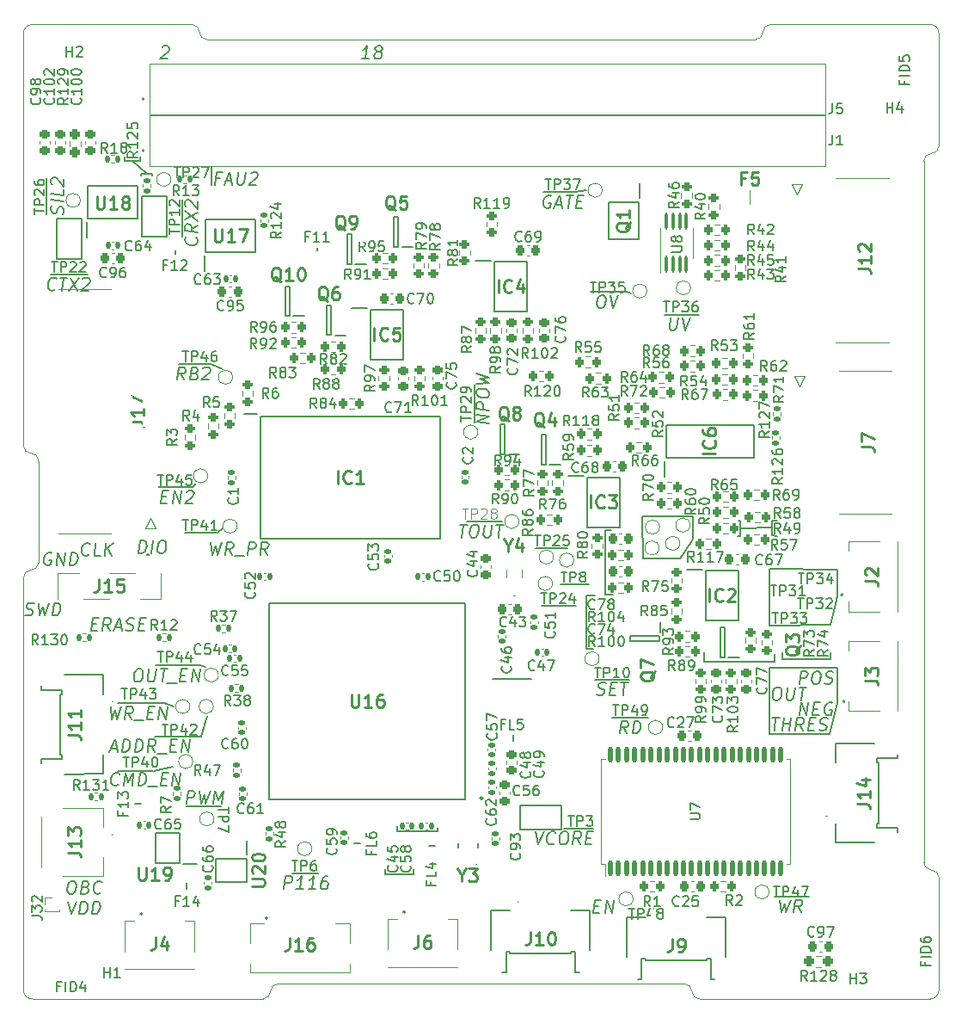
<source format=gto>
%TF.GenerationSoftware,KiCad,Pcbnew,6.0.9*%
%TF.CreationDate,2023-07-28T14:51:24+03:00*%
%TF.ProjectId,obc-adcs-board,6f62632d-6164-4637-932d-626f6172642e,rev?*%
%TF.SameCoordinates,PX3e2df80PY83e4a60*%
%TF.FileFunction,Legend,Top*%
%TF.FilePolarity,Positive*%
%FSLAX46Y46*%
G04 Gerber Fmt 4.6, Leading zero omitted, Abs format (unit mm)*
G04 Created by KiCad (PCBNEW 6.0.9) date 2023-07-28 14:51:24*
%MOMM*%
%LPD*%
G01*
G04 APERTURE LIST*
G04 Aperture macros list*
%AMRoundRect*
0 Rectangle with rounded corners*
0 $1 Rounding radius*
0 $2 $3 $4 $5 $6 $7 $8 $9 X,Y pos of 4 corners*
0 Add a 4 corners polygon primitive as box body*
4,1,4,$2,$3,$4,$5,$6,$7,$8,$9,$2,$3,0*
0 Add four circle primitives for the rounded corners*
1,1,$1+$1,$2,$3*
1,1,$1+$1,$4,$5*
1,1,$1+$1,$6,$7*
1,1,$1+$1,$8,$9*
0 Add four rect primitives between the rounded corners*
20,1,$1+$1,$2,$3,$4,$5,0*
20,1,$1+$1,$4,$5,$6,$7,0*
20,1,$1+$1,$6,$7,$8,$9,0*
20,1,$1+$1,$8,$9,$2,$3,0*%
G04 Aperture macros list end*
%ADD10C,0.150000*%
%TA.AperFunction,Profile*%
%ADD11C,0.100000*%
%TD*%
%ADD12C,0.254000*%
%ADD13C,0.200000*%
%ADD14C,0.125000*%
%ADD15C,0.120000*%
%ADD16C,0.100000*%
%ADD17C,0.250000*%
%ADD18C,0.127000*%
%ADD19C,1.000000*%
%ADD20R,1.000000X0.600000*%
%ADD21R,1.800000X1.250000*%
%ADD22R,0.660000X0.650000*%
%ADD23R,0.850000X1.340000*%
%ADD24RoundRect,0.137500X0.137500X-0.625000X0.137500X0.625000X-0.137500X0.625000X-0.137500X-0.625000X0*%
%ADD25R,0.650000X1.528000*%
%ADD26RoundRect,0.200000X0.200000X0.275000X-0.200000X0.275000X-0.200000X-0.275000X0.200000X-0.275000X0*%
%ADD27C,5.600000*%
%ADD28RoundRect,0.200000X-0.200000X-0.275000X0.200000X-0.275000X0.200000X0.275000X-0.200000X0.275000X0*%
%ADD29R,0.620000X0.670000*%
%ADD30R,1.050000X0.600000*%
%ADD31RoundRect,0.140000X-0.140000X-0.170000X0.140000X-0.170000X0.140000X0.170000X-0.140000X0.170000X0*%
%ADD32C,0.900000*%
%ADD33R,1.500000X1.000000*%
%ADD34R,1.020000X0.940000*%
%ADD35RoundRect,0.200000X0.275000X-0.200000X0.275000X0.200000X-0.275000X0.200000X-0.275000X-0.200000X0*%
%ADD36R,0.940000X1.020000*%
%ADD37RoundRect,0.140000X-0.170000X0.140000X-0.170000X-0.140000X0.170000X-0.140000X0.170000X0.140000X0*%
%ADD38RoundRect,0.225000X-0.250000X0.225000X-0.250000X-0.225000X0.250000X-0.225000X0.250000X0.225000X0*%
%ADD39R,1.475000X0.300000*%
%ADD40R,0.300000X1.475000*%
%ADD41R,1.400000X0.450000*%
%ADD42RoundRect,0.135000X-0.135000X-0.185000X0.135000X-0.185000X0.135000X0.185000X-0.135000X0.185000X0*%
%ADD43RoundRect,0.135000X0.135000X0.185000X-0.135000X0.185000X-0.135000X-0.185000X0.135000X-0.185000X0*%
%ADD44RoundRect,0.225000X-0.225000X-0.250000X0.225000X-0.250000X0.225000X0.250000X-0.225000X0.250000X0*%
%ADD45R,0.800000X0.900000*%
%ADD46RoundRect,0.140000X0.140000X0.170000X-0.140000X0.170000X-0.140000X-0.170000X0.140000X-0.170000X0*%
%ADD47R,1.528000X0.650000*%
%ADD48RoundRect,0.200000X-0.275000X0.200000X-0.275000X-0.200000X0.275000X-0.200000X0.275000X0.200000X0*%
%ADD49RoundRect,0.135000X-0.185000X0.135000X-0.185000X-0.135000X0.185000X-0.135000X0.185000X0.135000X0*%
%ADD50RoundRect,0.140000X0.170000X-0.140000X0.170000X0.140000X-0.170000X0.140000X-0.170000X-0.140000X0*%
%ADD51R,1.020000X1.905000*%
%ADD52R,0.700000X0.650000*%
%ADD53R,0.600000X1.000000*%
%ADD54R,1.250000X1.800000*%
%ADD55R,0.450000X1.400000*%
%ADD56R,0.650000X1.525000*%
%ADD57RoundRect,0.237500X-0.237500X0.250000X-0.237500X-0.250000X0.237500X-0.250000X0.237500X0.250000X0*%
%ADD58R,1.800000X1.000000*%
%ADD59RoundRect,0.135000X0.185000X-0.135000X0.185000X0.135000X-0.185000X0.135000X-0.185000X-0.135000X0*%
%ADD60R,0.550000X1.000000*%
%ADD61R,1.260000X1.300000*%
%ADD62RoundRect,0.225000X0.225000X0.250000X-0.225000X0.250000X-0.225000X-0.250000X0.225000X-0.250000X0*%
%ADD63R,1.780000X3.430000*%
%ADD64RoundRect,0.100000X0.100000X-0.712500X0.100000X0.712500X-0.100000X0.712500X-0.100000X-0.712500X0*%
%ADD65RoundRect,0.225000X0.250000X-0.225000X0.250000X0.225000X-0.250000X0.225000X-0.250000X-0.225000X0*%
%ADD66R,0.650000X0.660000*%
%ADD67R,1.340000X0.850000*%
%ADD68R,1.300000X0.300000*%
%ADD69R,1.000000X1.500000*%
%ADD70R,0.850000X0.850000*%
%ADD71R,0.600000X1.050000*%
%ADD72R,1.530000X1.530000*%
%ADD73C,1.530000*%
%ADD74R,0.450000X1.475000*%
%ADD75RoundRect,0.237500X0.250000X0.237500X-0.250000X0.237500X-0.250000X-0.237500X0.250000X-0.237500X0*%
%ADD76R,3.430000X1.780000*%
%ADD77R,0.650000X0.700000*%
G04 APERTURE END LIST*
D10*
X35700000Y12400000D02*
X38500000Y12400000D01*
X16750000Y50500000D02*
X13100000Y50500000D01*
X6400000Y71400000D02*
X2800000Y71400000D01*
X74100000Y10200000D02*
X77500000Y10200000D01*
X67100000Y33300000D02*
X67100000Y34200000D01*
X12902500Y22580000D02*
X9377500Y22580000D01*
X15400000Y62600000D02*
X18575000Y62600000D01*
X73850000Y45725000D02*
X74300000Y45700000D01*
X19700000Y62100000D02*
X18575000Y62600000D01*
X57400000Y46250000D02*
X57400000Y39900000D01*
X13065000Y25900000D02*
X17600000Y25900000D01*
X17100000Y50800000D02*
X16750000Y50500000D01*
X10850000Y82600000D02*
X12250000Y81300000D01*
X38500000Y12400000D02*
X38500000Y12900000D01*
X55800000Y40900000D02*
X53000000Y40900000D01*
X58000000Y46250000D02*
X57400000Y46250000D01*
X12910000Y22580000D02*
X14810000Y22980000D01*
X17400000Y33000000D02*
X13100000Y33000000D01*
X15710000Y75170000D02*
X15710000Y78770000D01*
X14000000Y29225000D02*
X9400000Y29225000D01*
X55975000Y69700000D02*
X59500000Y69700000D01*
X74800000Y34200000D02*
X74800000Y33600000D01*
X56350000Y39800000D02*
X55550000Y39800000D01*
X19530000Y19060000D02*
X16130000Y19060000D01*
X70700000Y46450000D02*
X73850000Y46475000D01*
X51325000Y79500000D02*
X54450000Y79500000D01*
X79600000Y33600000D02*
X79600000Y34200000D01*
X36900000Y16600000D02*
X40900000Y16600000D01*
X16000000Y45980000D02*
X19150000Y45980000D01*
X43800000Y47100000D02*
X47200000Y47100000D01*
X74800000Y33600000D02*
X79600000Y33600000D01*
X73850000Y45800000D02*
X73850000Y45750000D01*
X10100000Y83000000D02*
X10100000Y82600000D01*
X66050000Y45450000D02*
X65850000Y45100000D01*
X64800000Y43500000D01*
X61100000Y43500000D01*
X61048985Y47600495D01*
X65998985Y47650495D01*
X66050000Y45450000D01*
X10100000Y82600000D02*
X11600000Y82600000D01*
X40900000Y16600000D02*
X40900000Y17000000D01*
X14900000Y28900000D02*
X14000000Y29225000D01*
X11700000Y81100000D02*
X11700000Y81300000D01*
X70600000Y47200000D02*
X70700000Y47200000D01*
X73850000Y47225000D02*
X74350000Y47200000D01*
X57400000Y39900000D02*
X58200000Y39900000D01*
X73850000Y47150000D02*
X73850000Y45800000D01*
X55500000Y34600000D02*
X56250000Y34600000D01*
X63200000Y67400000D02*
X66600000Y67400000D01*
X54500000Y38800000D02*
X51100000Y38800000D01*
X59900000Y69500000D02*
X59500000Y69700000D01*
X53300000Y16900000D02*
X56200000Y16900000D01*
X74100000Y33300000D02*
X74100000Y34100000D01*
X70600000Y47200000D02*
X70500000Y47200000D01*
X55500000Y39800000D02*
X55500000Y34600000D01*
X54450000Y79500000D02*
X55500000Y79700000D01*
X11600000Y82600000D02*
X11600000Y83000000D01*
X70700000Y47200000D02*
X70700000Y45700000D01*
X56400000Y31500000D02*
X59800000Y31500000D01*
X70700000Y45700000D02*
X70400000Y45700000D01*
X26600000Y12500000D02*
X29100000Y12500000D01*
X67100000Y33300000D02*
X74100000Y33300000D01*
X17400000Y33000000D02*
X18000000Y32800000D01*
X80250000Y42400000D02*
X80250000Y39800000D01*
X80084735Y38949703D01*
X79593341Y36910190D01*
X73533266Y36871576D01*
X73532770Y42449429D01*
X80250000Y42400000D01*
X11700000Y81300000D02*
X12800000Y81300000D01*
X50500000Y44500000D02*
X53700000Y44500000D01*
X2400000Y77300000D02*
X2400000Y80900000D01*
X36900000Y17100000D02*
X36900000Y16600000D01*
X12800000Y81300000D02*
X12800000Y81100000D01*
X35700000Y12900000D02*
X35700000Y12400000D01*
X19215000Y45997500D02*
X19760000Y46450000D01*
X46300000Y31600000D02*
X50100000Y31600000D01*
X73850000Y47225000D02*
X73850000Y45725000D01*
X80300000Y29199429D02*
X79500000Y26200000D01*
X73581301Y26200000D01*
X73580805Y32699155D01*
X80300000Y32700000D01*
X80300000Y29199429D01*
X18600000Y80200000D02*
X18600000Y81970000D01*
X18200000Y28000000D02*
X17600000Y25900000D01*
X58100000Y27800000D02*
X61600000Y27800000D01*
X44500000Y60600000D02*
X44500000Y56800000D01*
D11*
X1600000Y43065000D02*
X1600000Y53065000D01*
X66685000Y120000D02*
X89370000Y120000D01*
X850000Y42315000D02*
G75*
G03*
X100000Y41565000I0J-750000D01*
G01*
X65935000Y870000D02*
G75*
G03*
X65185000Y1620000I-750000J0D01*
G01*
X72185000Y94510000D02*
G75*
G03*
X72935000Y95260000I0J750000D01*
G01*
X90270000Y12065000D02*
X90270000Y1020000D01*
X850000Y42315000D02*
G75*
G03*
X1600000Y43065000I0J750000D01*
G01*
X25185000Y1620000D02*
G75*
G03*
X24435000Y870000I0J-750000D01*
G01*
X18185000Y94510000D02*
X72185000Y94510000D01*
X100000Y41565000D02*
X100000Y1010000D01*
X73685000Y96010000D02*
G75*
G03*
X72935000Y95260000I0J-750000D01*
G01*
X1000000Y96010000D02*
G75*
G03*
X100000Y95110000I0J-900000D01*
G01*
X100000Y1010000D02*
G75*
G03*
X1000000Y110000I900000J0D01*
G01*
X88770000Y13565000D02*
X88770000Y82565000D01*
X90270000Y12065000D02*
G75*
G03*
X89520000Y12815000I-750000J0D01*
G01*
X89520000Y83315000D02*
G75*
G03*
X88770000Y82565000I0J-750000D01*
G01*
X88770000Y13565000D02*
G75*
G03*
X89520000Y12815000I750000J0D01*
G01*
X25185000Y1620000D02*
X65185000Y1620000D01*
X73685000Y96010000D02*
X89370000Y96010000D01*
X89520000Y83315000D02*
G75*
G03*
X90270000Y84065000I0J750000D01*
G01*
X89370000Y120000D02*
G75*
G03*
X90270000Y1020000I0J900000D01*
G01*
X1600000Y53065000D02*
G75*
G03*
X850000Y53815000I-750000J0D01*
G01*
X23685000Y120000D02*
G75*
G03*
X24435000Y870000I0J750000D01*
G01*
X90270000Y95110000D02*
G75*
G03*
X89370000Y96010000I-900000J0D01*
G01*
X17435000Y95260000D02*
G75*
G03*
X18185000Y94510000I750000J0D01*
G01*
X100000Y54565000D02*
G75*
G03*
X850000Y53815000I750000J0D01*
G01*
X1000000Y96010000D02*
X16685000Y96010000D01*
X90270000Y95110000D02*
X90270000Y84065000D01*
X100000Y95110000D02*
X100000Y54565000D01*
X17435000Y95260000D02*
G75*
G03*
X16685000Y96010000I-750000J0D01*
G01*
X23685000Y120000D02*
X1000000Y110000D01*
X65935000Y870000D02*
G75*
G03*
X66685000Y120000I750000J0D01*
G01*
D10*
X8680766Y28884524D02*
X8822135Y27634524D01*
X9171837Y28527381D01*
X9298325Y27634524D01*
X9752194Y28884524D01*
X10786421Y27634524D02*
X10444159Y28229762D01*
X10072135Y27634524D02*
X10228385Y28884524D01*
X10704575Y28884524D01*
X10816183Y28825000D01*
X10868266Y28765477D01*
X10912909Y28646429D01*
X10890587Y28467858D01*
X10816183Y28348810D01*
X10749218Y28289286D01*
X10622730Y28229762D01*
X10146540Y28229762D01*
X11009635Y27515477D02*
X11962016Y27515477D01*
X12356361Y28289286D02*
X12773028Y28289286D01*
X12869754Y27634524D02*
X12274516Y27634524D01*
X12430766Y28884524D01*
X13026004Y28884524D01*
X13405468Y27634524D02*
X13561718Y28884524D01*
X14119754Y27634524D01*
X14276004Y28884524D01*
X18571004Y45074524D02*
X18712373Y43824524D01*
X19062075Y44717381D01*
X19188563Y43824524D01*
X19642433Y45074524D01*
X20676659Y43824524D02*
X20334397Y44419762D01*
X19962373Y43824524D02*
X20118623Y45074524D01*
X20594813Y45074524D01*
X20706421Y45015000D01*
X20758504Y44955477D01*
X20803147Y44836429D01*
X20780825Y44657858D01*
X20706421Y44538810D01*
X20639456Y44479286D01*
X20512968Y44419762D01*
X20036778Y44419762D01*
X20899873Y43705477D02*
X21852254Y43705477D01*
X22164754Y43824524D02*
X22321004Y45074524D01*
X22797194Y45074524D01*
X22908802Y45015000D01*
X22960885Y44955477D01*
X23005528Y44836429D01*
X22983206Y44657858D01*
X22908802Y44538810D01*
X22841837Y44479286D01*
X22715349Y44419762D01*
X22239159Y44419762D01*
X24129040Y43824524D02*
X23786778Y44419762D01*
X23414754Y43824524D02*
X23571004Y45074524D01*
X24047194Y45074524D01*
X24158802Y45015000D01*
X24210885Y44955477D01*
X24255528Y44836429D01*
X24233206Y44657858D01*
X24158802Y44538810D01*
X24091837Y44479286D01*
X23965349Y44419762D01*
X23489159Y44419762D01*
X76534040Y28034524D02*
X76690290Y29284524D01*
X77248325Y28034524D01*
X77404575Y29284524D01*
X77925409Y28689286D02*
X78342075Y28689286D01*
X78438802Y28034524D02*
X77843563Y28034524D01*
X77999813Y29284524D01*
X78595052Y29284524D01*
X79778087Y29225000D02*
X79666480Y29284524D01*
X79487909Y29284524D01*
X79301897Y29225000D01*
X79167968Y29105953D01*
X79093563Y28986905D01*
X79004278Y28748810D01*
X78981956Y28570239D01*
X79011718Y28332143D01*
X79056361Y28213096D01*
X79160528Y28094048D01*
X79331659Y28034524D01*
X79450706Y28034524D01*
X79636718Y28094048D01*
X79703683Y28153572D01*
X79755766Y28570239D01*
X79517671Y28570239D01*
X76504278Y31134524D02*
X76660528Y32384524D01*
X77136718Y32384524D01*
X77248325Y32325000D01*
X77300409Y32265477D01*
X77345052Y32146429D01*
X77322730Y31967858D01*
X77248325Y31848810D01*
X77181361Y31789286D01*
X77054873Y31729762D01*
X76578683Y31729762D01*
X78148623Y32384524D02*
X78386718Y32384524D01*
X78498325Y32325000D01*
X78602492Y32205953D01*
X78632254Y31967858D01*
X78580171Y31551191D01*
X78490885Y31313096D01*
X78356956Y31194048D01*
X78230468Y31134524D01*
X77992373Y31134524D01*
X77880766Y31194048D01*
X77776599Y31313096D01*
X77746837Y31551191D01*
X77798921Y31967858D01*
X77888206Y32205953D01*
X78022135Y32325000D01*
X78148623Y32384524D01*
X79011718Y31194048D02*
X79182849Y31134524D01*
X79480468Y31134524D01*
X79606956Y31194048D01*
X79673921Y31253572D01*
X79748325Y31372620D01*
X79763206Y31491667D01*
X79718563Y31610715D01*
X79666480Y31670239D01*
X79554873Y31729762D01*
X79324218Y31789286D01*
X79212611Y31848810D01*
X79160528Y31908334D01*
X79115885Y32027381D01*
X79130766Y32146429D01*
X79205171Y32265477D01*
X79272135Y32325000D01*
X79398623Y32384524D01*
X79696242Y32384524D01*
X79867373Y32325000D01*
X13765885Y93765477D02*
X13832849Y93825000D01*
X13959337Y93884524D01*
X14256956Y93884524D01*
X14368563Y93825000D01*
X14420647Y93765477D01*
X14465290Y93646429D01*
X14450409Y93527381D01*
X14368563Y93348810D01*
X13564992Y92634524D01*
X14338802Y92634524D01*
X15948325Y61034524D02*
X15606063Y61629762D01*
X15234040Y61034524D02*
X15390290Y62284524D01*
X15866480Y62284524D01*
X15978087Y62225000D01*
X16030171Y62165477D01*
X16074813Y62046429D01*
X16052492Y61867858D01*
X15978087Y61748810D01*
X15911123Y61689286D01*
X15784635Y61629762D01*
X15308444Y61629762D01*
X16982552Y61689286D02*
X17153683Y61629762D01*
X17205766Y61570239D01*
X17250409Y61451191D01*
X17228087Y61272620D01*
X17153683Y61153572D01*
X17086718Y61094048D01*
X16960230Y61034524D01*
X16484040Y61034524D01*
X16640290Y62284524D01*
X17056956Y62284524D01*
X17168563Y62225000D01*
X17220647Y62165477D01*
X17265290Y62046429D01*
X17250409Y61927381D01*
X17176004Y61808334D01*
X17109040Y61748810D01*
X16982552Y61689286D01*
X16565885Y61689286D01*
X17815885Y62165477D02*
X17882849Y62225000D01*
X18009337Y62284524D01*
X18306956Y62284524D01*
X18418563Y62225000D01*
X18470647Y62165477D01*
X18515290Y62046429D01*
X18500409Y61927381D01*
X18418563Y61748810D01*
X17614992Y61034524D01*
X18388802Y61034524D01*
X9447730Y21223572D02*
X9380766Y21164048D01*
X9194754Y21104524D01*
X9075706Y21104524D01*
X8904575Y21164048D01*
X8800409Y21283096D01*
X8755766Y21402143D01*
X8726004Y21640239D01*
X8748325Y21818810D01*
X8837611Y22056905D01*
X8912016Y22175953D01*
X9045944Y22295000D01*
X9231956Y22354524D01*
X9351004Y22354524D01*
X9522135Y22295000D01*
X9574218Y22235477D01*
X9968563Y21104524D02*
X10124813Y22354524D01*
X10429873Y21461667D01*
X10958147Y22354524D01*
X10801897Y21104524D01*
X11397135Y21104524D02*
X11553385Y22354524D01*
X11851004Y22354524D01*
X12022135Y22295000D01*
X12126302Y22175953D01*
X12170944Y22056905D01*
X12200706Y21818810D01*
X12178385Y21640239D01*
X12089099Y21402143D01*
X12014694Y21283096D01*
X11880766Y21164048D01*
X11694754Y21104524D01*
X11397135Y21104524D01*
X12334635Y20985477D02*
X13287016Y20985477D01*
X13681361Y21759286D02*
X14098028Y21759286D01*
X14194754Y21104524D02*
X13599516Y21104524D01*
X13755766Y22354524D01*
X14351004Y22354524D01*
X14730468Y21104524D02*
X14886718Y22354524D01*
X15444754Y21104524D01*
X15601004Y22354524D01*
X74287909Y30784524D02*
X74526004Y30784524D01*
X74637611Y30725000D01*
X74741778Y30605953D01*
X74771540Y30367858D01*
X74719456Y29951191D01*
X74630171Y29713096D01*
X74496242Y29594048D01*
X74369754Y29534524D01*
X74131659Y29534524D01*
X74020052Y29594048D01*
X73915885Y29713096D01*
X73886123Y29951191D01*
X73938206Y30367858D01*
X74027492Y30605953D01*
X74161421Y30725000D01*
X74287909Y30784524D01*
X75359337Y30784524D02*
X75232849Y29772620D01*
X75277492Y29653572D01*
X75329575Y29594048D01*
X75441183Y29534524D01*
X75679278Y29534524D01*
X75805766Y29594048D01*
X75872730Y29653572D01*
X75947135Y29772620D01*
X76073623Y30784524D01*
X76490290Y30784524D02*
X77204575Y30784524D01*
X76691183Y29534524D02*
X76847433Y30784524D01*
X3216778Y69953572D02*
X3149813Y69894048D01*
X2963802Y69834524D01*
X2844754Y69834524D01*
X2673623Y69894048D01*
X2569456Y70013096D01*
X2524813Y70132143D01*
X2495052Y70370239D01*
X2517373Y70548810D01*
X2606659Y70786905D01*
X2681063Y70905953D01*
X2814992Y71025000D01*
X3001004Y71084524D01*
X3120052Y71084524D01*
X3291183Y71025000D01*
X3343266Y70965477D01*
X3715290Y71084524D02*
X4429575Y71084524D01*
X3916183Y69834524D02*
X4072433Y71084524D01*
X4727194Y71084524D02*
X5404278Y69834524D01*
X5560528Y71084524D02*
X4570944Y69834524D01*
X5962313Y70965477D02*
X6029278Y71025000D01*
X6155766Y71084524D01*
X6453385Y71084524D01*
X6564992Y71025000D01*
X6617075Y70965477D01*
X6661718Y70846429D01*
X6646837Y70727381D01*
X6564992Y70548810D01*
X5761421Y69834524D01*
X6535230Y69834524D01*
X63845052Y67184524D02*
X63718563Y66172620D01*
X63763206Y66053572D01*
X63815290Y65994048D01*
X63926897Y65934524D01*
X64164992Y65934524D01*
X64291480Y65994048D01*
X64358444Y66053572D01*
X64432849Y66172620D01*
X64559337Y67184524D01*
X64976004Y67184524D02*
X65236421Y65934524D01*
X65809337Y67184524D01*
X2898087Y43965000D02*
X2786480Y44024524D01*
X2607909Y44024524D01*
X2421897Y43965000D01*
X2287968Y43845953D01*
X2213563Y43726905D01*
X2124278Y43488810D01*
X2101956Y43310239D01*
X2131718Y43072143D01*
X2176361Y42953096D01*
X2280528Y42834048D01*
X2451659Y42774524D01*
X2570706Y42774524D01*
X2756718Y42834048D01*
X2823683Y42893572D01*
X2875766Y43310239D01*
X2637671Y43310239D01*
X3344516Y42774524D02*
X3500766Y44024524D01*
X4058802Y42774524D01*
X4215052Y44024524D01*
X4654040Y42774524D02*
X4810290Y44024524D01*
X5107909Y44024524D01*
X5279040Y43965000D01*
X5383206Y43845953D01*
X5427849Y43726905D01*
X5457611Y43488810D01*
X5435290Y43310239D01*
X5346004Y43072143D01*
X5271599Y42953096D01*
X5137671Y42834048D01*
X4951659Y42774524D01*
X4654040Y42774524D01*
X13745647Y49519286D02*
X14162313Y49519286D01*
X14259040Y48864524D02*
X13663802Y48864524D01*
X13820052Y50114524D01*
X14415290Y50114524D01*
X14794754Y48864524D02*
X14951004Y50114524D01*
X15509040Y48864524D01*
X15665290Y50114524D01*
X16186123Y49995477D02*
X16253087Y50055000D01*
X16379575Y50114524D01*
X16677194Y50114524D01*
X16788802Y50055000D01*
X16840885Y49995477D01*
X16885528Y49876429D01*
X16870647Y49757381D01*
X16788802Y49578810D01*
X15985230Y48864524D01*
X16759040Y48864524D01*
X52080468Y79125000D02*
X51968861Y79184524D01*
X51790290Y79184524D01*
X51604278Y79125000D01*
X51470349Y79005953D01*
X51395944Y78886905D01*
X51306659Y78648810D01*
X51284337Y78470239D01*
X51314099Y78232143D01*
X51358742Y78113096D01*
X51462909Y77994048D01*
X51634040Y77934524D01*
X51753087Y77934524D01*
X51939099Y77994048D01*
X52006063Y78053572D01*
X52058147Y78470239D01*
X51820052Y78470239D01*
X52512016Y78291667D02*
X53107254Y78291667D01*
X52348325Y77934524D02*
X52921242Y79184524D01*
X53181659Y77934524D01*
X53576004Y79184524D02*
X54290290Y79184524D01*
X53776897Y77934524D02*
X53933147Y79184524D01*
X54632552Y78589286D02*
X55049218Y78589286D01*
X55145944Y77934524D02*
X54550706Y77934524D01*
X54706956Y79184524D01*
X55302194Y79184524D01*
X25768563Y10934524D02*
X25924813Y12184524D01*
X26401004Y12184524D01*
X26512611Y12125000D01*
X26564694Y12065477D01*
X26609337Y11946429D01*
X26587016Y11767858D01*
X26512611Y11648810D01*
X26445647Y11589286D01*
X26319159Y11529762D01*
X25842968Y11529762D01*
X27673325Y10934524D02*
X26959040Y10934524D01*
X27316183Y10934524D02*
X27472433Y12184524D01*
X27331063Y12005953D01*
X27197135Y11886905D01*
X27070647Y11827381D01*
X28863802Y10934524D02*
X28149516Y10934524D01*
X28506659Y10934524D02*
X28662909Y12184524D01*
X28521540Y12005953D01*
X28387611Y11886905D01*
X28261123Y11827381D01*
X30091480Y12184524D02*
X29853385Y12184524D01*
X29726897Y12125000D01*
X29659933Y12065477D01*
X29518563Y11886905D01*
X29429278Y11648810D01*
X29369754Y11172620D01*
X29414397Y11053572D01*
X29466480Y10994048D01*
X29578087Y10934524D01*
X29816183Y10934524D01*
X29942671Y10994048D01*
X30009635Y11053572D01*
X30084040Y11172620D01*
X30121242Y11470239D01*
X30076599Y11589286D01*
X30024516Y11648810D01*
X29912909Y11708334D01*
X29674813Y11708334D01*
X29548325Y11648810D01*
X29481361Y11589286D01*
X29406956Y11470239D01*
X17126428Y75007969D02*
X17185952Y74941005D01*
X17245476Y74754993D01*
X17245476Y74635945D01*
X17185952Y74464814D01*
X17066904Y74360648D01*
X16947857Y74316005D01*
X16709761Y74286243D01*
X16531190Y74308564D01*
X16293095Y74397850D01*
X16174047Y74472255D01*
X16055000Y74606184D01*
X15995476Y74792195D01*
X15995476Y74911243D01*
X16055000Y75082374D01*
X16114523Y75134457D01*
X17245476Y76243088D02*
X16650238Y75900826D01*
X17245476Y75528803D02*
X15995476Y75685053D01*
X15995476Y76161243D01*
X16055000Y76272850D01*
X16114523Y76324934D01*
X16233571Y76369576D01*
X16412142Y76347255D01*
X16531190Y76272850D01*
X16590714Y76205886D01*
X16650238Y76079398D01*
X16650238Y75603207D01*
X15995476Y76816005D02*
X17245476Y77493088D01*
X15995476Y77649338D02*
X17245476Y76659755D01*
X16114523Y78051124D02*
X16055000Y78118088D01*
X15995476Y78244576D01*
X15995476Y78542195D01*
X16055000Y78653803D01*
X16114523Y78705886D01*
X16233571Y78750529D01*
X16352619Y78735648D01*
X16531190Y78653803D01*
X17245476Y77850231D01*
X17245476Y78624041D01*
X8727254Y24761667D02*
X9322492Y24761667D01*
X8563563Y24404524D02*
X9136480Y25654524D01*
X9396897Y24404524D01*
X9813563Y24404524D02*
X9969813Y25654524D01*
X10267433Y25654524D01*
X10438563Y25595000D01*
X10542730Y25475953D01*
X10587373Y25356905D01*
X10617135Y25118810D01*
X10594813Y24940239D01*
X10505528Y24702143D01*
X10431123Y24583096D01*
X10297194Y24464048D01*
X10111183Y24404524D01*
X9813563Y24404524D01*
X11063563Y24404524D02*
X11219813Y25654524D01*
X11517433Y25654524D01*
X11688563Y25595000D01*
X11792730Y25475953D01*
X11837373Y25356905D01*
X11867135Y25118810D01*
X11844813Y24940239D01*
X11755528Y24702143D01*
X11681123Y24583096D01*
X11547194Y24464048D01*
X11361183Y24404524D01*
X11063563Y24404524D01*
X13027849Y24404524D02*
X12685587Y24999762D01*
X12313563Y24404524D02*
X12469813Y25654524D01*
X12946004Y25654524D01*
X13057611Y25595000D01*
X13109694Y25535477D01*
X13154337Y25416429D01*
X13132016Y25237858D01*
X13057611Y25118810D01*
X12990647Y25059286D01*
X12864159Y24999762D01*
X12387968Y24999762D01*
X13251063Y24285477D02*
X14203444Y24285477D01*
X14597790Y25059286D02*
X15014456Y25059286D01*
X15111183Y24404524D02*
X14515944Y24404524D01*
X14672194Y25654524D01*
X15267433Y25654524D01*
X15646897Y24404524D02*
X15803147Y25654524D01*
X16361183Y24404524D01*
X16517433Y25654524D01*
X4005952Y77333148D02*
X4065476Y77504279D01*
X4065476Y77801898D01*
X4005952Y77928386D01*
X3946428Y77995350D01*
X3827380Y78069755D01*
X3708333Y78084636D01*
X3589285Y78039993D01*
X3529761Y77987910D01*
X3470238Y77876303D01*
X3410714Y77645648D01*
X3351190Y77534041D01*
X3291666Y77481957D01*
X3172619Y77437314D01*
X3053571Y77452195D01*
X2934523Y77526600D01*
X2875000Y77593564D01*
X2815476Y77720053D01*
X2815476Y78017672D01*
X2875000Y78188803D01*
X4065476Y78575707D02*
X2815476Y78731957D01*
X4065476Y79766184D02*
X4065476Y79170945D01*
X2815476Y79327195D01*
X2934523Y80264695D02*
X2875000Y80331660D01*
X2815476Y80458148D01*
X2815476Y80755767D01*
X2875000Y80867374D01*
X2934523Y80919457D01*
X3053571Y80964100D01*
X3172619Y80949219D01*
X3351190Y80867374D01*
X4065476Y80063803D01*
X4065476Y80837612D01*
X16145706Y19354524D02*
X16301956Y20604524D01*
X16778147Y20604524D01*
X16889754Y20545000D01*
X16941837Y20485477D01*
X16986480Y20366429D01*
X16964159Y20187858D01*
X16889754Y20068810D01*
X16822790Y20009286D01*
X16696302Y19949762D01*
X16220111Y19949762D01*
X17432909Y20604524D02*
X17574278Y19354524D01*
X17923980Y20247381D01*
X18050468Y19354524D01*
X18504337Y20604524D01*
X18824278Y19354524D02*
X18980528Y20604524D01*
X19285587Y19711667D01*
X19813861Y20604524D01*
X19657611Y19354524D01*
X282671Y37894048D02*
X453802Y37834524D01*
X751421Y37834524D01*
X877909Y37894048D01*
X944873Y37953572D01*
X1019278Y38072620D01*
X1034159Y38191667D01*
X989516Y38310715D01*
X937433Y38370239D01*
X825825Y38429762D01*
X595171Y38489286D01*
X483563Y38548810D01*
X431480Y38608334D01*
X386837Y38727381D01*
X401718Y38846429D01*
X476123Y38965477D01*
X543087Y39025000D01*
X669575Y39084524D01*
X967194Y39084524D01*
X1138325Y39025000D01*
X1562433Y39084524D02*
X1703802Y37834524D01*
X2053504Y38727381D01*
X2179992Y37834524D01*
X2633861Y39084524D01*
X2953802Y37834524D02*
X3110052Y39084524D01*
X3407671Y39084524D01*
X3578802Y39025000D01*
X3682968Y38905953D01*
X3727611Y38786905D01*
X3757373Y38548810D01*
X3735052Y38370239D01*
X3645766Y38132143D01*
X3571361Y38013096D01*
X3437433Y37894048D01*
X3251421Y37834524D01*
X2953802Y37834524D01*
X56983147Y69384524D02*
X57221242Y69384524D01*
X57332849Y69325000D01*
X57437016Y69205953D01*
X57466778Y68967858D01*
X57414694Y68551191D01*
X57325409Y68313096D01*
X57191480Y68194048D01*
X57064992Y68134524D01*
X56826897Y68134524D01*
X56715290Y68194048D01*
X56611123Y68313096D01*
X56581361Y68551191D01*
X56633444Y68967858D01*
X56722730Y69205953D01*
X56856659Y69325000D01*
X56983147Y69384524D01*
X57876004Y69384524D02*
X58136421Y68134524D01*
X58709337Y69384524D01*
X56590290Y30094048D02*
X56761421Y30034524D01*
X57059040Y30034524D01*
X57185528Y30094048D01*
X57252492Y30153572D01*
X57326897Y30272620D01*
X57341778Y30391667D01*
X57297135Y30510715D01*
X57245052Y30570239D01*
X57133444Y30629762D01*
X56902790Y30689286D01*
X56791183Y30748810D01*
X56739099Y30808334D01*
X56694456Y30927381D01*
X56709337Y31046429D01*
X56783742Y31165477D01*
X56850706Y31225000D01*
X56977194Y31284524D01*
X57274813Y31284524D01*
X57445944Y31225000D01*
X57914694Y30689286D02*
X58331361Y30689286D01*
X58428087Y30034524D02*
X57832849Y30034524D01*
X57989099Y31284524D01*
X58584337Y31284524D01*
X58941480Y31284524D02*
X59655766Y31284524D01*
X59142373Y30034524D02*
X59298623Y31284524D01*
X19456361Y80889286D02*
X19039694Y80889286D01*
X18957849Y80234524D02*
X19114099Y81484524D01*
X19709337Y81484524D01*
X20014397Y80591667D02*
X20609635Y80591667D01*
X19850706Y80234524D02*
X20423623Y81484524D01*
X20684040Y80234524D01*
X21256956Y81484524D02*
X21130468Y80472620D01*
X21175111Y80353572D01*
X21227194Y80294048D01*
X21338802Y80234524D01*
X21576897Y80234524D01*
X21703385Y80294048D01*
X21770349Y80353572D01*
X21844754Y80472620D01*
X21971242Y81484524D01*
X22492075Y81365477D02*
X22559040Y81425000D01*
X22685528Y81484524D01*
X22983147Y81484524D01*
X23094754Y81425000D01*
X23146837Y81365477D01*
X23191480Y81246429D01*
X23176599Y81127381D01*
X23094754Y80948810D01*
X22291183Y80234524D01*
X23064992Y80234524D01*
X11441897Y43984524D02*
X11598147Y45234524D01*
X11895766Y45234524D01*
X12066897Y45175000D01*
X12171063Y45055953D01*
X12215706Y44936905D01*
X12245468Y44698810D01*
X12223147Y44520239D01*
X12133861Y44282143D01*
X12059456Y44163096D01*
X11925528Y44044048D01*
X11739516Y43984524D01*
X11441897Y43984524D01*
X12691897Y43984524D02*
X12848147Y45234524D01*
X13681480Y45234524D02*
X13919575Y45234524D01*
X14031183Y45175000D01*
X14135349Y45055953D01*
X14165111Y44817858D01*
X14113028Y44401191D01*
X14023742Y44163096D01*
X13889813Y44044048D01*
X13763325Y43984524D01*
X13525230Y43984524D01*
X13413623Y44044048D01*
X13309456Y44163096D01*
X13279694Y44401191D01*
X13331778Y44817858D01*
X13421063Y45055953D01*
X13554992Y45175000D01*
X13681480Y45234524D01*
X74577194Y9884524D02*
X74718563Y8634524D01*
X75068266Y9527381D01*
X75194754Y8634524D01*
X75648623Y9884524D01*
X76682849Y8634524D02*
X76340587Y9229762D01*
X75968563Y8634524D02*
X76124813Y9884524D01*
X76601004Y9884524D01*
X76712611Y9825000D01*
X76764694Y9765477D01*
X76809337Y9646429D01*
X76787016Y9467858D01*
X76712611Y9348810D01*
X76645647Y9289286D01*
X76519159Y9229762D01*
X76042968Y9229762D01*
X6854218Y37009286D02*
X7270885Y37009286D01*
X7367611Y36354524D02*
X6772373Y36354524D01*
X6928623Y37604524D01*
X7523861Y37604524D01*
X8617611Y36354524D02*
X8275349Y36949762D01*
X7903325Y36354524D02*
X8059575Y37604524D01*
X8535766Y37604524D01*
X8647373Y37545000D01*
X8699456Y37485477D01*
X8744099Y37366429D01*
X8721778Y37187858D01*
X8647373Y37068810D01*
X8580409Y37009286D01*
X8453921Y36949762D01*
X7977730Y36949762D01*
X9138444Y36711667D02*
X9733683Y36711667D01*
X8974754Y36354524D02*
X9547671Y37604524D01*
X9808087Y36354524D01*
X10172671Y36414048D02*
X10343802Y36354524D01*
X10641421Y36354524D01*
X10767909Y36414048D01*
X10834873Y36473572D01*
X10909278Y36592620D01*
X10924159Y36711667D01*
X10879516Y36830715D01*
X10827433Y36890239D01*
X10715825Y36949762D01*
X10485171Y37009286D01*
X10373563Y37068810D01*
X10321480Y37128334D01*
X10276837Y37247381D01*
X10291718Y37366429D01*
X10366123Y37485477D01*
X10433087Y37545000D01*
X10559575Y37604524D01*
X10857194Y37604524D01*
X11028325Y37545000D01*
X11497075Y37009286D02*
X11913742Y37009286D01*
X12010468Y36354524D02*
X11415230Y36354524D01*
X11571480Y37604524D01*
X12166718Y37604524D01*
X34143563Y92634524D02*
X33429278Y92634524D01*
X33786421Y92634524D02*
X33942671Y93884524D01*
X33801302Y93705953D01*
X33667373Y93586905D01*
X33540885Y93527381D01*
X34947135Y93348810D02*
X34835528Y93408334D01*
X34783444Y93467858D01*
X34738802Y93586905D01*
X34746242Y93646429D01*
X34820647Y93765477D01*
X34887611Y93825000D01*
X35014099Y93884524D01*
X35252194Y93884524D01*
X35363802Y93825000D01*
X35415885Y93765477D01*
X35460528Y93646429D01*
X35453087Y93586905D01*
X35378683Y93467858D01*
X35311718Y93408334D01*
X35185230Y93348810D01*
X34947135Y93348810D01*
X34820647Y93289286D01*
X34753683Y93229762D01*
X34679278Y93110715D01*
X34649516Y92872620D01*
X34694159Y92753572D01*
X34746242Y92694048D01*
X34857849Y92634524D01*
X35095944Y92634524D01*
X35222433Y92694048D01*
X35289397Y92753572D01*
X35363802Y92872620D01*
X35393563Y93110715D01*
X35348921Y93229762D01*
X35296837Y93289286D01*
X35185230Y93348810D01*
X50551004Y16584524D02*
X50811421Y15334524D01*
X51384337Y16584524D01*
X52373921Y15453572D02*
X52306956Y15394048D01*
X52120944Y15334524D01*
X52001897Y15334524D01*
X51830766Y15394048D01*
X51726599Y15513096D01*
X51681956Y15632143D01*
X51652194Y15870239D01*
X51674516Y16048810D01*
X51763802Y16286905D01*
X51838206Y16405953D01*
X51972135Y16525000D01*
X52158147Y16584524D01*
X52277194Y16584524D01*
X52448325Y16525000D01*
X52500409Y16465477D01*
X53289099Y16584524D02*
X53527194Y16584524D01*
X53638802Y16525000D01*
X53742968Y16405953D01*
X53772730Y16167858D01*
X53720647Y15751191D01*
X53631361Y15513096D01*
X53497433Y15394048D01*
X53370944Y15334524D01*
X53132849Y15334524D01*
X53021242Y15394048D01*
X52917075Y15513096D01*
X52887313Y15751191D01*
X52939397Y16167858D01*
X53028683Y16405953D01*
X53162611Y16525000D01*
X53289099Y16584524D01*
X54918563Y15334524D02*
X54576302Y15929762D01*
X54204278Y15334524D02*
X54360528Y16584524D01*
X54836718Y16584524D01*
X54948325Y16525000D01*
X55000409Y16465477D01*
X55045052Y16346429D01*
X55022730Y16167858D01*
X54948325Y16048810D01*
X54881361Y15989286D01*
X54754873Y15929762D01*
X54278683Y15929762D01*
X55536123Y15989286D02*
X55952790Y15989286D01*
X56049516Y15334524D02*
X55454278Y15334524D01*
X55610528Y16584524D01*
X56205766Y16584524D01*
X45965476Y56730469D02*
X44715476Y56886719D01*
X45965476Y57444755D01*
X44715476Y57601005D01*
X45965476Y58039993D02*
X44715476Y58196243D01*
X44715476Y58672434D01*
X44775000Y58784041D01*
X44834523Y58836124D01*
X44953571Y58880767D01*
X45132142Y58858445D01*
X45251190Y58784041D01*
X45310714Y58717076D01*
X45370238Y58590588D01*
X45370238Y58114398D01*
X44715476Y59684338D02*
X44715476Y59922434D01*
X44775000Y60034041D01*
X44894047Y60138207D01*
X45132142Y60167969D01*
X45548809Y60115886D01*
X45786904Y60026600D01*
X45905952Y59892672D01*
X45965476Y59766184D01*
X45965476Y59528088D01*
X45905952Y59416481D01*
X45786904Y59312314D01*
X45548809Y59282553D01*
X45132142Y59334636D01*
X44894047Y59423922D01*
X44775000Y59557850D01*
X44715476Y59684338D01*
X44715476Y60636719D02*
X45965476Y60778088D01*
X45072619Y61127791D01*
X45965476Y61254279D01*
X44715476Y61708148D01*
X11391480Y32584524D02*
X11629575Y32584524D01*
X11741183Y32525000D01*
X11845349Y32405953D01*
X11875111Y32167858D01*
X11823028Y31751191D01*
X11733742Y31513096D01*
X11599813Y31394048D01*
X11473325Y31334524D01*
X11235230Y31334524D01*
X11123623Y31394048D01*
X11019456Y31513096D01*
X10989694Y31751191D01*
X11041778Y32167858D01*
X11131063Y32405953D01*
X11264992Y32525000D01*
X11391480Y32584524D01*
X12462909Y32584524D02*
X12336421Y31572620D01*
X12381063Y31453572D01*
X12433147Y31394048D01*
X12544754Y31334524D01*
X12782849Y31334524D01*
X12909337Y31394048D01*
X12976302Y31453572D01*
X13050706Y31572620D01*
X13177194Y32584524D01*
X13593861Y32584524D02*
X14308147Y32584524D01*
X13794754Y31334524D02*
X13951004Y32584524D01*
X14256063Y31215477D02*
X15208444Y31215477D01*
X15602790Y31989286D02*
X16019456Y31989286D01*
X16116183Y31334524D02*
X15520944Y31334524D01*
X15677194Y32584524D01*
X16272433Y32584524D01*
X16651897Y31334524D02*
X16808147Y32584524D01*
X17366183Y31334524D01*
X17522433Y32584524D01*
X43095052Y46784524D02*
X43809337Y46784524D01*
X43295944Y45534524D02*
X43452194Y46784524D01*
X44464099Y46784524D02*
X44702194Y46784524D01*
X44813802Y46725000D01*
X44917968Y46605953D01*
X44947730Y46367858D01*
X44895647Y45951191D01*
X44806361Y45713096D01*
X44672433Y45594048D01*
X44545944Y45534524D01*
X44307849Y45534524D01*
X44196242Y45594048D01*
X44092075Y45713096D01*
X44062313Y45951191D01*
X44114397Y46367858D01*
X44203683Y46605953D01*
X44337611Y46725000D01*
X44464099Y46784524D01*
X45535528Y46784524D02*
X45409040Y45772620D01*
X45453683Y45653572D01*
X45505766Y45594048D01*
X45617373Y45534524D01*
X45855468Y45534524D01*
X45981956Y45594048D01*
X46048921Y45653572D01*
X46123325Y45772620D01*
X46249813Y46784524D01*
X46666480Y46784524D02*
X47380766Y46784524D01*
X46867373Y45534524D02*
X47023623Y46784524D01*
X73840290Y27784524D02*
X74554575Y27784524D01*
X74041183Y26534524D02*
X74197433Y27784524D01*
X74814992Y26534524D02*
X74971242Y27784524D01*
X74896837Y27189286D02*
X75611123Y27189286D01*
X75529278Y26534524D02*
X75685528Y27784524D01*
X76838802Y26534524D02*
X76496540Y27129762D01*
X76124516Y26534524D02*
X76280766Y27784524D01*
X76756956Y27784524D01*
X76868563Y27725000D01*
X76920647Y27665477D01*
X76965290Y27546429D01*
X76942968Y27367858D01*
X76868563Y27248810D01*
X76801599Y27189286D01*
X76675111Y27129762D01*
X76198921Y27129762D01*
X77456361Y27189286D02*
X77873028Y27189286D01*
X77969754Y26534524D02*
X77374516Y26534524D01*
X77530766Y27784524D01*
X78126004Y27784524D01*
X78453385Y26594048D02*
X78624516Y26534524D01*
X78922135Y26534524D01*
X79048623Y26594048D01*
X79115587Y26653572D01*
X79189992Y26772620D01*
X79204873Y26891667D01*
X79160230Y27010715D01*
X79108147Y27070239D01*
X78996540Y27129762D01*
X78765885Y27189286D01*
X78654278Y27248810D01*
X78602194Y27308334D01*
X78557552Y27427381D01*
X78572433Y27546429D01*
X78646837Y27665477D01*
X78713802Y27725000D01*
X78840290Y27784524D01*
X79137909Y27784524D01*
X79309040Y27725000D01*
X59543563Y26234524D02*
X59201302Y26829762D01*
X58829278Y26234524D02*
X58985528Y27484524D01*
X59461718Y27484524D01*
X59573325Y27425000D01*
X59625409Y27365477D01*
X59670052Y27246429D01*
X59647730Y27067858D01*
X59573325Y26948810D01*
X59506361Y26889286D01*
X59379873Y26829762D01*
X58903683Y26829762D01*
X60079278Y26234524D02*
X60235528Y27484524D01*
X60533147Y27484524D01*
X60704278Y27425000D01*
X60808444Y27305953D01*
X60853087Y27186905D01*
X60882849Y26948810D01*
X60860528Y26770239D01*
X60771242Y26532143D01*
X60696837Y26413096D01*
X60562909Y26294048D01*
X60376897Y26234524D01*
X60079278Y26234524D01*
X29967142Y62617620D02*
X29633809Y63093810D01*
X29395714Y62617620D02*
X29395714Y63617620D01*
X29776666Y63617620D01*
X29871904Y63570000D01*
X29919523Y63522381D01*
X29967142Y63427143D01*
X29967142Y63284286D01*
X29919523Y63189048D01*
X29871904Y63141429D01*
X29776666Y63093810D01*
X29395714Y63093810D01*
X30538571Y63189048D02*
X30443333Y63236667D01*
X30395714Y63284286D01*
X30348095Y63379524D01*
X30348095Y63427143D01*
X30395714Y63522381D01*
X30443333Y63570000D01*
X30538571Y63617620D01*
X30729047Y63617620D01*
X30824285Y63570000D01*
X30871904Y63522381D01*
X30919523Y63427143D01*
X30919523Y63379524D01*
X30871904Y63284286D01*
X30824285Y63236667D01*
X30729047Y63189048D01*
X30538571Y63189048D01*
X30443333Y63141429D01*
X30395714Y63093810D01*
X30348095Y62998572D01*
X30348095Y62808096D01*
X30395714Y62712858D01*
X30443333Y62665239D01*
X30538571Y62617620D01*
X30729047Y62617620D01*
X30824285Y62665239D01*
X30871904Y62712858D01*
X30919523Y62808096D01*
X30919523Y62998572D01*
X30871904Y63093810D01*
X30824285Y63141429D01*
X30729047Y63189048D01*
X31300476Y63522381D02*
X31348095Y63570000D01*
X31443333Y63617620D01*
X31681428Y63617620D01*
X31776666Y63570000D01*
X31824285Y63522381D01*
X31871904Y63427143D01*
X31871904Y63331905D01*
X31824285Y63189048D01*
X31252857Y62617620D01*
X31871904Y62617620D01*
X56320885Y9249286D02*
X56737552Y9249286D01*
X56834278Y8594524D02*
X56239040Y8594524D01*
X56395290Y9844524D01*
X56990528Y9844524D01*
X57369992Y8594524D02*
X57526242Y9844524D01*
X58084278Y8594524D01*
X58240528Y9844524D01*
X6552492Y43863572D02*
X6485528Y43804048D01*
X6299516Y43744524D01*
X6180468Y43744524D01*
X6009337Y43804048D01*
X5905171Y43923096D01*
X5860528Y44042143D01*
X5830766Y44280239D01*
X5853087Y44458810D01*
X5942373Y44696905D01*
X6016778Y44815953D01*
X6150706Y44935000D01*
X6336718Y44994524D01*
X6455766Y44994524D01*
X6626897Y44935000D01*
X6678980Y44875477D01*
X7668563Y43744524D02*
X7073325Y43744524D01*
X7229575Y44994524D01*
X8085230Y43744524D02*
X8241480Y44994524D01*
X8799516Y43744524D02*
X8353087Y44458810D01*
X8955766Y44994524D02*
X8152194Y44280239D01*
X4818861Y11720774D02*
X5056956Y11720774D01*
X5168563Y11661250D01*
X5272730Y11542203D01*
X5302492Y11304108D01*
X5250409Y10887441D01*
X5161123Y10649346D01*
X5027194Y10530298D01*
X4900706Y10470774D01*
X4662611Y10470774D01*
X4551004Y10530298D01*
X4446837Y10649346D01*
X4417075Y10887441D01*
X4469159Y11304108D01*
X4558444Y11542203D01*
X4692373Y11661250D01*
X4818861Y11720774D01*
X6232552Y11125536D02*
X6403683Y11066012D01*
X6455766Y11006489D01*
X6500409Y10887441D01*
X6478087Y10708870D01*
X6403683Y10589822D01*
X6336718Y10530298D01*
X6210230Y10470774D01*
X5734040Y10470774D01*
X5890290Y11720774D01*
X6306956Y11720774D01*
X6418563Y11661250D01*
X6470647Y11601727D01*
X6515290Y11482679D01*
X6500409Y11363631D01*
X6426004Y11244584D01*
X6359040Y11185060D01*
X6232552Y11125536D01*
X5815885Y11125536D01*
X7713206Y10589822D02*
X7646242Y10530298D01*
X7460230Y10470774D01*
X7341183Y10470774D01*
X7170052Y10530298D01*
X7065885Y10649346D01*
X7021242Y10768393D01*
X6991480Y11006489D01*
X7013802Y11185060D01*
X7103087Y11423155D01*
X7177492Y11542203D01*
X7311421Y11661250D01*
X7497433Y11720774D01*
X7616480Y11720774D01*
X7787611Y11661250D01*
X7839694Y11601727D01*
X4521242Y9708274D02*
X4781659Y8458274D01*
X5354575Y9708274D01*
X5614992Y8458274D02*
X5771242Y9708274D01*
X6068861Y9708274D01*
X6239992Y9648750D01*
X6344159Y9529703D01*
X6388802Y9410655D01*
X6418563Y9172560D01*
X6396242Y8993989D01*
X6306956Y8755893D01*
X6232552Y8636846D01*
X6098623Y8517798D01*
X5912611Y8458274D01*
X5614992Y8458274D01*
X6864992Y8458274D02*
X7021242Y9708274D01*
X7318861Y9708274D01*
X7489992Y9648750D01*
X7594159Y9529703D01*
X7638802Y9410655D01*
X7668563Y9172560D01*
X7646242Y8993989D01*
X7556956Y8755893D01*
X7482552Y8636846D01*
X7348623Y8517798D01*
X7162611Y8458274D01*
X6864992Y8458274D01*
%TO.C,TP40*%
X9941904Y23937620D02*
X10513333Y23937620D01*
X10227619Y22937620D02*
X10227619Y23937620D01*
X10846666Y22937620D02*
X10846666Y23937620D01*
X11227619Y23937620D01*
X11322857Y23890000D01*
X11370476Y23842381D01*
X11418095Y23747143D01*
X11418095Y23604286D01*
X11370476Y23509048D01*
X11322857Y23461429D01*
X11227619Y23413810D01*
X10846666Y23413810D01*
X12275238Y23604286D02*
X12275238Y22937620D01*
X12037142Y23985239D02*
X11799047Y23270953D01*
X12418095Y23270953D01*
X12989523Y23937620D02*
X13084761Y23937620D01*
X13180000Y23890000D01*
X13227619Y23842381D01*
X13275238Y23747143D01*
X13322857Y23556667D01*
X13322857Y23318572D01*
X13275238Y23128096D01*
X13227619Y23032858D01*
X13180000Y22985239D01*
X13084761Y22937620D01*
X12989523Y22937620D01*
X12894285Y22985239D01*
X12846666Y23032858D01*
X12799047Y23128096D01*
X12751428Y23318572D01*
X12751428Y23556667D01*
X12799047Y23747143D01*
X12846666Y23842381D01*
X12894285Y23890000D01*
X12989523Y23937620D01*
D12*
%TO.C,J13*%
X4494523Y14531905D02*
X5401666Y14531905D01*
X5583095Y14471429D01*
X5704047Y14350477D01*
X5764523Y14169048D01*
X5764523Y14048096D01*
X5764523Y15801905D02*
X5764523Y15076191D01*
X5764523Y15439048D02*
X4494523Y15439048D01*
X4675952Y15318096D01*
X4796904Y15197143D01*
X4857380Y15076191D01*
X4494523Y16225239D02*
X4494523Y17011429D01*
X4978333Y16588096D01*
X4978333Y16769524D01*
X5038809Y16890477D01*
X5099285Y16950953D01*
X5220238Y17011429D01*
X5522619Y17011429D01*
X5643571Y16950953D01*
X5704047Y16890477D01*
X5764523Y16769524D01*
X5764523Y16406667D01*
X5704047Y16285715D01*
X5643571Y16225239D01*
%TO.C,J6*%
X38976666Y6385477D02*
X38976666Y5478334D01*
X38916190Y5296905D01*
X38795238Y5175953D01*
X38613809Y5115477D01*
X38492857Y5115477D01*
X40125714Y6385477D02*
X39883809Y6385477D01*
X39762857Y6325000D01*
X39702380Y6264524D01*
X39581428Y6083096D01*
X39520952Y5841191D01*
X39520952Y5357381D01*
X39581428Y5236429D01*
X39641904Y5175953D01*
X39762857Y5115477D01*
X40004761Y5115477D01*
X40125714Y5175953D01*
X40186190Y5236429D01*
X40246666Y5357381D01*
X40246666Y5659762D01*
X40186190Y5780715D01*
X40125714Y5841191D01*
X40004761Y5901667D01*
X39762857Y5901667D01*
X39641904Y5841191D01*
X39581428Y5780715D01*
X39520952Y5659762D01*
D10*
%TO.C,U7*%
X65752380Y17824875D02*
X66561904Y17824875D01*
X66657142Y17872494D01*
X66704761Y17920113D01*
X66752380Y18015351D01*
X66752380Y18205827D01*
X66704761Y18301065D01*
X66657142Y18348684D01*
X66561904Y18396303D01*
X65752380Y18396303D01*
X65752380Y18777256D02*
X65752380Y19443922D01*
X66752380Y19015351D01*
D12*
%TO.C,U18*%
X7327619Y79095477D02*
X7327619Y78067381D01*
X7388095Y77946429D01*
X7448571Y77885953D01*
X7569523Y77825477D01*
X7811428Y77825477D01*
X7932380Y77885953D01*
X7992857Y77946429D01*
X8053333Y78067381D01*
X8053333Y79095477D01*
X9323333Y77825477D02*
X8597619Y77825477D01*
X8960476Y77825477D02*
X8960476Y79095477D01*
X8839523Y78914048D01*
X8718571Y78793096D01*
X8597619Y78732620D01*
X10049047Y78551191D02*
X9928095Y78611667D01*
X9867619Y78672143D01*
X9807142Y78793096D01*
X9807142Y78853572D01*
X9867619Y78974524D01*
X9928095Y79035000D01*
X10049047Y79095477D01*
X10290952Y79095477D01*
X10411904Y79035000D01*
X10472380Y78974524D01*
X10532857Y78853572D01*
X10532857Y78793096D01*
X10472380Y78672143D01*
X10411904Y78611667D01*
X10290952Y78551191D01*
X10049047Y78551191D01*
X9928095Y78490715D01*
X9867619Y78430239D01*
X9807142Y78309286D01*
X9807142Y78067381D01*
X9867619Y77946429D01*
X9928095Y77885953D01*
X10049047Y77825477D01*
X10290952Y77825477D01*
X10411904Y77885953D01*
X10472380Y77946429D01*
X10532857Y78067381D01*
X10532857Y78309286D01*
X10472380Y78430239D01*
X10411904Y78490715D01*
X10290952Y78551191D01*
D10*
%TO.C,R65*%
X68457142Y50247620D02*
X68123809Y50723810D01*
X67885714Y50247620D02*
X67885714Y51247620D01*
X68266666Y51247620D01*
X68361904Y51200000D01*
X68409523Y51152381D01*
X68457142Y51057143D01*
X68457142Y50914286D01*
X68409523Y50819048D01*
X68361904Y50771429D01*
X68266666Y50723810D01*
X67885714Y50723810D01*
X69314285Y51247620D02*
X69123809Y51247620D01*
X69028571Y51200000D01*
X68980952Y51152381D01*
X68885714Y51009524D01*
X68838095Y50819048D01*
X68838095Y50438096D01*
X68885714Y50342858D01*
X68933333Y50295239D01*
X69028571Y50247620D01*
X69219047Y50247620D01*
X69314285Y50295239D01*
X69361904Y50342858D01*
X69409523Y50438096D01*
X69409523Y50676191D01*
X69361904Y50771429D01*
X69314285Y50819048D01*
X69219047Y50866667D01*
X69028571Y50866667D01*
X68933333Y50819048D01*
X68885714Y50771429D01*
X68838095Y50676191D01*
X70314285Y51247620D02*
X69838095Y51247620D01*
X69790476Y50771429D01*
X69838095Y50819048D01*
X69933333Y50866667D01*
X70171428Y50866667D01*
X70266666Y50819048D01*
X70314285Y50771429D01*
X70361904Y50676191D01*
X70361904Y50438096D01*
X70314285Y50342858D01*
X70266666Y50295239D01*
X70171428Y50247620D01*
X69933333Y50247620D01*
X69838095Y50295239D01*
X69790476Y50342858D01*
%TO.C,H4*%
X85138095Y87347620D02*
X85138095Y88347620D01*
X85138095Y87871429D02*
X85709523Y87871429D01*
X85709523Y87347620D02*
X85709523Y88347620D01*
X86614285Y88014286D02*
X86614285Y87347620D01*
X86376190Y88395239D02*
X86138095Y87680953D01*
X86757142Y87680953D01*
%TO.C,R90*%
X46857142Y48847620D02*
X46523809Y49323810D01*
X46285714Y48847620D02*
X46285714Y49847620D01*
X46666666Y49847620D01*
X46761904Y49800000D01*
X46809523Y49752381D01*
X46857142Y49657143D01*
X46857142Y49514286D01*
X46809523Y49419048D01*
X46761904Y49371429D01*
X46666666Y49323810D01*
X46285714Y49323810D01*
X47333333Y48847620D02*
X47523809Y48847620D01*
X47619047Y48895239D01*
X47666666Y48942858D01*
X47761904Y49085715D01*
X47809523Y49276191D01*
X47809523Y49657143D01*
X47761904Y49752381D01*
X47714285Y49800000D01*
X47619047Y49847620D01*
X47428571Y49847620D01*
X47333333Y49800000D01*
X47285714Y49752381D01*
X47238095Y49657143D01*
X47238095Y49419048D01*
X47285714Y49323810D01*
X47333333Y49276191D01*
X47428571Y49228572D01*
X47619047Y49228572D01*
X47714285Y49276191D01*
X47761904Y49323810D01*
X47809523Y49419048D01*
X48428571Y49847620D02*
X48523809Y49847620D01*
X48619047Y49800000D01*
X48666666Y49752381D01*
X48714285Y49657143D01*
X48761904Y49466667D01*
X48761904Y49228572D01*
X48714285Y49038096D01*
X48666666Y48942858D01*
X48619047Y48895239D01*
X48523809Y48847620D01*
X48428571Y48847620D01*
X48333333Y48895239D01*
X48285714Y48942858D01*
X48238095Y49038096D01*
X48190476Y49228572D01*
X48190476Y49466667D01*
X48238095Y49657143D01*
X48285714Y49752381D01*
X48333333Y49800000D01*
X48428571Y49847620D01*
%TO.C,F11*%
X28190476Y75171429D02*
X27857142Y75171429D01*
X27857142Y74647620D02*
X27857142Y75647620D01*
X28333333Y75647620D01*
X29238095Y74647620D02*
X28666666Y74647620D01*
X28952380Y74647620D02*
X28952380Y75647620D01*
X28857142Y75504762D01*
X28761904Y75409524D01*
X28666666Y75361905D01*
X30190476Y74647620D02*
X29619047Y74647620D01*
X29904761Y74647620D02*
X29904761Y75647620D01*
X29809523Y75504762D01*
X29714285Y75409524D01*
X29619047Y75361905D01*
%TO.C,H1*%
X8038095Y2247620D02*
X8038095Y3247620D01*
X8038095Y2771429D02*
X8609523Y2771429D01*
X8609523Y2247620D02*
X8609523Y3247620D01*
X9609523Y2247620D02*
X9038095Y2247620D01*
X9323809Y2247620D02*
X9323809Y3247620D01*
X9228571Y3104762D01*
X9133333Y3009524D01*
X9038095Y2961905D01*
D12*
%TO.C,Q8*%
X47879047Y57004524D02*
X47758095Y57065000D01*
X47637142Y57185953D01*
X47455714Y57367381D01*
X47334761Y57427858D01*
X47213809Y57427858D01*
X47274285Y57125477D02*
X47153333Y57185953D01*
X47032380Y57306905D01*
X46971904Y57548810D01*
X46971904Y57972143D01*
X47032380Y58214048D01*
X47153333Y58335000D01*
X47274285Y58395477D01*
X47516190Y58395477D01*
X47637142Y58335000D01*
X47758095Y58214048D01*
X47818571Y57972143D01*
X47818571Y57548810D01*
X47758095Y57306905D01*
X47637142Y57185953D01*
X47516190Y57125477D01*
X47274285Y57125477D01*
X48544285Y57851191D02*
X48423333Y57911667D01*
X48362857Y57972143D01*
X48302380Y58093096D01*
X48302380Y58153572D01*
X48362857Y58274524D01*
X48423333Y58335000D01*
X48544285Y58395477D01*
X48786190Y58395477D01*
X48907142Y58335000D01*
X48967619Y58274524D01*
X49028095Y58153572D01*
X49028095Y58093096D01*
X48967619Y57972143D01*
X48907142Y57911667D01*
X48786190Y57851191D01*
X48544285Y57851191D01*
X48423333Y57790715D01*
X48362857Y57730239D01*
X48302380Y57609286D01*
X48302380Y57367381D01*
X48362857Y57246429D01*
X48423333Y57185953D01*
X48544285Y57125477D01*
X48786190Y57125477D01*
X48907142Y57185953D01*
X48967619Y57246429D01*
X49028095Y57367381D01*
X49028095Y57609286D01*
X48967619Y57730239D01*
X48907142Y57790715D01*
X48786190Y57851191D01*
D10*
%TO.C,TP24*%
X51061904Y40047620D02*
X51633333Y40047620D01*
X51347619Y39047620D02*
X51347619Y40047620D01*
X51966666Y39047620D02*
X51966666Y40047620D01*
X52347619Y40047620D01*
X52442857Y40000000D01*
X52490476Y39952381D01*
X52538095Y39857143D01*
X52538095Y39714286D01*
X52490476Y39619048D01*
X52442857Y39571429D01*
X52347619Y39523810D01*
X51966666Y39523810D01*
X52919047Y39952381D02*
X52966666Y40000000D01*
X53061904Y40047620D01*
X53300000Y40047620D01*
X53395238Y40000000D01*
X53442857Y39952381D01*
X53490476Y39857143D01*
X53490476Y39761905D01*
X53442857Y39619048D01*
X52871428Y39047620D01*
X53490476Y39047620D01*
X54347619Y39714286D02*
X54347619Y39047620D01*
X54109523Y40095239D02*
X53871428Y39380953D01*
X54490476Y39380953D01*
D13*
%TO.C,R83*%
X24982142Y61272620D02*
X24648809Y61748810D01*
X24410714Y61272620D02*
X24410714Y62272620D01*
X24791666Y62272620D01*
X24886904Y62225000D01*
X24934523Y62177381D01*
X24982142Y62082143D01*
X24982142Y61939286D01*
X24934523Y61844048D01*
X24886904Y61796429D01*
X24791666Y61748810D01*
X24410714Y61748810D01*
X25553571Y61844048D02*
X25458333Y61891667D01*
X25410714Y61939286D01*
X25363095Y62034524D01*
X25363095Y62082143D01*
X25410714Y62177381D01*
X25458333Y62225000D01*
X25553571Y62272620D01*
X25744047Y62272620D01*
X25839285Y62225000D01*
X25886904Y62177381D01*
X25934523Y62082143D01*
X25934523Y62034524D01*
X25886904Y61939286D01*
X25839285Y61891667D01*
X25744047Y61844048D01*
X25553571Y61844048D01*
X25458333Y61796429D01*
X25410714Y61748810D01*
X25363095Y61653572D01*
X25363095Y61463096D01*
X25410714Y61367858D01*
X25458333Y61320239D01*
X25553571Y61272620D01*
X25744047Y61272620D01*
X25839285Y61320239D01*
X25886904Y61367858D01*
X25934523Y61463096D01*
X25934523Y61653572D01*
X25886904Y61748810D01*
X25839285Y61796429D01*
X25744047Y61844048D01*
X26267857Y62272620D02*
X26886904Y62272620D01*
X26553571Y61891667D01*
X26696428Y61891667D01*
X26791666Y61844048D01*
X26839285Y61796429D01*
X26886904Y61701191D01*
X26886904Y61463096D01*
X26839285Y61367858D01*
X26791666Y61320239D01*
X26696428Y61272620D01*
X26410714Y61272620D01*
X26315476Y61320239D01*
X26267857Y61367858D01*
D10*
%TO.C,R117*%
X66130952Y43147620D02*
X65797619Y43623810D01*
X65559523Y43147620D02*
X65559523Y44147620D01*
X65940476Y44147620D01*
X66035714Y44100000D01*
X66083333Y44052381D01*
X66130952Y43957143D01*
X66130952Y43814286D01*
X66083333Y43719048D01*
X66035714Y43671429D01*
X65940476Y43623810D01*
X65559523Y43623810D01*
X67083333Y43147620D02*
X66511904Y43147620D01*
X66797619Y43147620D02*
X66797619Y44147620D01*
X66702380Y44004762D01*
X66607142Y43909524D01*
X66511904Y43861905D01*
X68035714Y43147620D02*
X67464285Y43147620D01*
X67750000Y43147620D02*
X67750000Y44147620D01*
X67654761Y44004762D01*
X67559523Y43909524D01*
X67464285Y43861905D01*
X68369047Y44147620D02*
X69035714Y44147620D01*
X68607142Y43147620D01*
%TO.C,C45*%
X36857142Y13257143D02*
X36904761Y13209524D01*
X36952380Y13066667D01*
X36952380Y12971429D01*
X36904761Y12828572D01*
X36809523Y12733334D01*
X36714285Y12685715D01*
X36523809Y12638096D01*
X36380952Y12638096D01*
X36190476Y12685715D01*
X36095238Y12733334D01*
X36000000Y12828572D01*
X35952380Y12971429D01*
X35952380Y13066667D01*
X36000000Y13209524D01*
X36047619Y13257143D01*
X36285714Y14114286D02*
X36952380Y14114286D01*
X35904761Y13876191D02*
X36619047Y13638096D01*
X36619047Y14257143D01*
X35952380Y15114286D02*
X35952380Y14638096D01*
X36428571Y14590477D01*
X36380952Y14638096D01*
X36333333Y14733334D01*
X36333333Y14971429D01*
X36380952Y15066667D01*
X36428571Y15114286D01*
X36523809Y15161905D01*
X36761904Y15161905D01*
X36857142Y15114286D01*
X36904761Y15066667D01*
X36952380Y14971429D01*
X36952380Y14733334D01*
X36904761Y14638096D01*
X36857142Y14590477D01*
D12*
%TO.C,J12*%
X82304523Y71971905D02*
X83211666Y71971905D01*
X83393095Y71911429D01*
X83514047Y71790477D01*
X83574523Y71609048D01*
X83574523Y71488096D01*
X83574523Y73241905D02*
X83574523Y72516191D01*
X83574523Y72879048D02*
X82304523Y72879048D01*
X82485952Y72758096D01*
X82606904Y72637143D01*
X82667380Y72516191D01*
X82425476Y73725715D02*
X82365000Y73786191D01*
X82304523Y73907143D01*
X82304523Y74209524D01*
X82365000Y74330477D01*
X82425476Y74390953D01*
X82546428Y74451429D01*
X82667380Y74451429D01*
X82848809Y74390953D01*
X83574523Y73665239D01*
X83574523Y74451429D01*
D10*
%TO.C,F13*%
X9898571Y18490477D02*
X9898571Y18157143D01*
X10422380Y18157143D02*
X9422380Y18157143D01*
X9422380Y18633334D01*
X10422380Y19538096D02*
X10422380Y18966667D01*
X10422380Y19252381D02*
X9422380Y19252381D01*
X9565238Y19157143D01*
X9660476Y19061905D01*
X9708095Y18966667D01*
X9422380Y19871429D02*
X9422380Y20490477D01*
X9803333Y20157143D01*
X9803333Y20300000D01*
X9850952Y20395239D01*
X9898571Y20442858D01*
X9993809Y20490477D01*
X10231904Y20490477D01*
X10327142Y20442858D01*
X10374761Y20395239D01*
X10422380Y20300000D01*
X10422380Y20014286D01*
X10374761Y19919048D01*
X10327142Y19871429D01*
%TO.C,R46*%
X64652380Y78557143D02*
X64176190Y78223810D01*
X64652380Y77985715D02*
X63652380Y77985715D01*
X63652380Y78366667D01*
X63700000Y78461905D01*
X63747619Y78509524D01*
X63842857Y78557143D01*
X63985714Y78557143D01*
X64080952Y78509524D01*
X64128571Y78461905D01*
X64176190Y78366667D01*
X64176190Y77985715D01*
X63985714Y79414286D02*
X64652380Y79414286D01*
X63604761Y79176191D02*
X64319047Y78938096D01*
X64319047Y79557143D01*
X63652380Y80366667D02*
X63652380Y80176191D01*
X63700000Y80080953D01*
X63747619Y80033334D01*
X63890476Y79938096D01*
X64080952Y79890477D01*
X64461904Y79890477D01*
X64557142Y79938096D01*
X64604761Y79985715D01*
X64652380Y80080953D01*
X64652380Y80271429D01*
X64604761Y80366667D01*
X64557142Y80414286D01*
X64461904Y80461905D01*
X64223809Y80461905D01*
X64128571Y80414286D01*
X64080952Y80366667D01*
X64033333Y80271429D01*
X64033333Y80080953D01*
X64080952Y79985715D01*
X64128571Y79938096D01*
X64223809Y79890477D01*
%TO.C,TP42*%
X13761904Y27147620D02*
X14333333Y27147620D01*
X14047619Y26147620D02*
X14047619Y27147620D01*
X14666666Y26147620D02*
X14666666Y27147620D01*
X15047619Y27147620D01*
X15142857Y27100000D01*
X15190476Y27052381D01*
X15238095Y26957143D01*
X15238095Y26814286D01*
X15190476Y26719048D01*
X15142857Y26671429D01*
X15047619Y26623810D01*
X14666666Y26623810D01*
X16095238Y26814286D02*
X16095238Y26147620D01*
X15857142Y27195239D02*
X15619047Y26480953D01*
X16238095Y26480953D01*
X16571428Y27052381D02*
X16619047Y27100000D01*
X16714285Y27147620D01*
X16952380Y27147620D01*
X17047619Y27100000D01*
X17095238Y27052381D01*
X17142857Y26957143D01*
X17142857Y26861905D01*
X17095238Y26719048D01*
X16523809Y26147620D01*
X17142857Y26147620D01*
%TO.C,F14*%
X15390476Y9771429D02*
X15057142Y9771429D01*
X15057142Y9247620D02*
X15057142Y10247620D01*
X15533333Y10247620D01*
X16438095Y9247620D02*
X15866666Y9247620D01*
X16152380Y9247620D02*
X16152380Y10247620D01*
X16057142Y10104762D01*
X15961904Y10009524D01*
X15866666Y9961905D01*
X17295238Y9914286D02*
X17295238Y9247620D01*
X17057142Y10295239D02*
X16819047Y9580953D01*
X17438095Y9580953D01*
%TO.C,R102*%
X49805952Y63197620D02*
X49472619Y63673810D01*
X49234523Y63197620D02*
X49234523Y64197620D01*
X49615476Y64197620D01*
X49710714Y64150000D01*
X49758333Y64102381D01*
X49805952Y64007143D01*
X49805952Y63864286D01*
X49758333Y63769048D01*
X49710714Y63721429D01*
X49615476Y63673810D01*
X49234523Y63673810D01*
X50758333Y63197620D02*
X50186904Y63197620D01*
X50472619Y63197620D02*
X50472619Y64197620D01*
X50377380Y64054762D01*
X50282142Y63959524D01*
X50186904Y63911905D01*
X51377380Y64197620D02*
X51472619Y64197620D01*
X51567857Y64150000D01*
X51615476Y64102381D01*
X51663095Y64007143D01*
X51710714Y63816667D01*
X51710714Y63578572D01*
X51663095Y63388096D01*
X51615476Y63292858D01*
X51567857Y63245239D01*
X51472619Y63197620D01*
X51377380Y63197620D01*
X51282142Y63245239D01*
X51234523Y63292858D01*
X51186904Y63388096D01*
X51139285Y63578572D01*
X51139285Y63816667D01*
X51186904Y64007143D01*
X51234523Y64102381D01*
X51282142Y64150000D01*
X51377380Y64197620D01*
X52091666Y64102381D02*
X52139285Y64150000D01*
X52234523Y64197620D01*
X52472619Y64197620D01*
X52567857Y64150000D01*
X52615476Y64102381D01*
X52663095Y64007143D01*
X52663095Y63911905D01*
X52615476Y63769048D01*
X52044047Y63197620D01*
X52663095Y63197620D01*
%TO.C,C59*%
X30857142Y14957143D02*
X30904761Y14909524D01*
X30952380Y14766667D01*
X30952380Y14671429D01*
X30904761Y14528572D01*
X30809523Y14433334D01*
X30714285Y14385715D01*
X30523809Y14338096D01*
X30380952Y14338096D01*
X30190476Y14385715D01*
X30095238Y14433334D01*
X30000000Y14528572D01*
X29952380Y14671429D01*
X29952380Y14766667D01*
X30000000Y14909524D01*
X30047619Y14957143D01*
X29952380Y15861905D02*
X29952380Y15385715D01*
X30428571Y15338096D01*
X30380952Y15385715D01*
X30333333Y15480953D01*
X30333333Y15719048D01*
X30380952Y15814286D01*
X30428571Y15861905D01*
X30523809Y15909524D01*
X30761904Y15909524D01*
X30857142Y15861905D01*
X30904761Y15814286D01*
X30952380Y15719048D01*
X30952380Y15480953D01*
X30904761Y15385715D01*
X30857142Y15338096D01*
X30952380Y16385715D02*
X30952380Y16576191D01*
X30904761Y16671429D01*
X30857142Y16719048D01*
X30714285Y16814286D01*
X30523809Y16861905D01*
X30142857Y16861905D01*
X30047619Y16814286D01*
X30000000Y16766667D01*
X29952380Y16671429D01*
X29952380Y16480953D01*
X30000000Y16385715D01*
X30047619Y16338096D01*
X30142857Y16290477D01*
X30380952Y16290477D01*
X30476190Y16338096D01*
X30523809Y16385715D01*
X30571428Y16480953D01*
X30571428Y16671429D01*
X30523809Y16766667D01*
X30476190Y16814286D01*
X30380952Y16861905D01*
%TO.C,C100*%
X5707142Y88750953D02*
X5754761Y88703334D01*
X5802380Y88560477D01*
X5802380Y88465239D01*
X5754761Y88322381D01*
X5659523Y88227143D01*
X5564285Y88179524D01*
X5373809Y88131905D01*
X5230952Y88131905D01*
X5040476Y88179524D01*
X4945238Y88227143D01*
X4850000Y88322381D01*
X4802380Y88465239D01*
X4802380Y88560477D01*
X4850000Y88703334D01*
X4897619Y88750953D01*
X5802380Y89703334D02*
X5802380Y89131905D01*
X5802380Y89417620D02*
X4802380Y89417620D01*
X4945238Y89322381D01*
X5040476Y89227143D01*
X5088095Y89131905D01*
X4802380Y90322381D02*
X4802380Y90417620D01*
X4850000Y90512858D01*
X4897619Y90560477D01*
X4992857Y90608096D01*
X5183333Y90655715D01*
X5421428Y90655715D01*
X5611904Y90608096D01*
X5707142Y90560477D01*
X5754761Y90512858D01*
X5802380Y90417620D01*
X5802380Y90322381D01*
X5754761Y90227143D01*
X5707142Y90179524D01*
X5611904Y90131905D01*
X5421428Y90084286D01*
X5183333Y90084286D01*
X4992857Y90131905D01*
X4897619Y90179524D01*
X4850000Y90227143D01*
X4802380Y90322381D01*
X4802380Y91274762D02*
X4802380Y91370000D01*
X4850000Y91465239D01*
X4897619Y91512858D01*
X4992857Y91560477D01*
X5183333Y91608096D01*
X5421428Y91608096D01*
X5611904Y91560477D01*
X5707142Y91512858D01*
X5754761Y91465239D01*
X5802380Y91370000D01*
X5802380Y91274762D01*
X5754761Y91179524D01*
X5707142Y91131905D01*
X5611904Y91084286D01*
X5421428Y91036667D01*
X5183333Y91036667D01*
X4992857Y91084286D01*
X4897619Y91131905D01*
X4850000Y91179524D01*
X4802380Y91274762D01*
D12*
%TO.C,U16*%
X32392861Y30094517D02*
X32392861Y29066421D01*
X32453337Y28945469D01*
X32513813Y28884993D01*
X32634765Y28824517D01*
X32876670Y28824517D01*
X32997622Y28884993D01*
X33058099Y28945469D01*
X33118575Y29066421D01*
X33118575Y30094517D01*
X34388575Y28824517D02*
X33662861Y28824517D01*
X34025718Y28824517D02*
X34025718Y30094517D01*
X33904765Y29913088D01*
X33783813Y29792136D01*
X33662861Y29731660D01*
X35477146Y30094517D02*
X35235242Y30094517D01*
X35114289Y30034040D01*
X35053813Y29973564D01*
X34932861Y29792136D01*
X34872384Y29550231D01*
X34872384Y29066421D01*
X34932861Y28945469D01*
X34993337Y28884993D01*
X35114289Y28824517D01*
X35356194Y28824517D01*
X35477146Y28884993D01*
X35537622Y28945469D01*
X35598099Y29066421D01*
X35598099Y29368802D01*
X35537622Y29489755D01*
X35477146Y29550231D01*
X35356194Y29610707D01*
X35114289Y29610707D01*
X34993337Y29550231D01*
X34932861Y29489755D01*
X34872384Y29368802D01*
D10*
%TO.C,F12*%
X14190476Y72371429D02*
X13857142Y72371429D01*
X13857142Y71847620D02*
X13857142Y72847620D01*
X14333333Y72847620D01*
X15238095Y71847620D02*
X14666666Y71847620D01*
X14952380Y71847620D02*
X14952380Y72847620D01*
X14857142Y72704762D01*
X14761904Y72609524D01*
X14666666Y72561905D01*
X15619047Y72752381D02*
X15666666Y72800000D01*
X15761904Y72847620D01*
X16000000Y72847620D01*
X16095238Y72800000D01*
X16142857Y72752381D01*
X16190476Y72657143D01*
X16190476Y72561905D01*
X16142857Y72419048D01*
X15571428Y71847620D01*
X16190476Y71847620D01*
%TO.C,R101*%
X38980952Y58547620D02*
X38647619Y59023810D01*
X38409523Y58547620D02*
X38409523Y59547620D01*
X38790476Y59547620D01*
X38885714Y59500000D01*
X38933333Y59452381D01*
X38980952Y59357143D01*
X38980952Y59214286D01*
X38933333Y59119048D01*
X38885714Y59071429D01*
X38790476Y59023810D01*
X38409523Y59023810D01*
X39933333Y58547620D02*
X39361904Y58547620D01*
X39647619Y58547620D02*
X39647619Y59547620D01*
X39552380Y59404762D01*
X39457142Y59309524D01*
X39361904Y59261905D01*
X40552380Y59547620D02*
X40647619Y59547620D01*
X40742857Y59500000D01*
X40790476Y59452381D01*
X40838095Y59357143D01*
X40885714Y59166667D01*
X40885714Y58928572D01*
X40838095Y58738096D01*
X40790476Y58642858D01*
X40742857Y58595239D01*
X40647619Y58547620D01*
X40552380Y58547620D01*
X40457142Y58595239D01*
X40409523Y58642858D01*
X40361904Y58738096D01*
X40314285Y58928572D01*
X40314285Y59166667D01*
X40361904Y59357143D01*
X40409523Y59452381D01*
X40457142Y59500000D01*
X40552380Y59547620D01*
X41838095Y58547620D02*
X41266666Y58547620D01*
X41552380Y58547620D02*
X41552380Y59547620D01*
X41457142Y59404762D01*
X41361904Y59309524D01*
X41266666Y59261905D01*
D12*
%TO.C,U19*%
X11427619Y13095477D02*
X11427619Y12067381D01*
X11488095Y11946429D01*
X11548571Y11885953D01*
X11669523Y11825477D01*
X11911428Y11825477D01*
X12032380Y11885953D01*
X12092857Y11946429D01*
X12153333Y12067381D01*
X12153333Y13095477D01*
X13423333Y11825477D02*
X12697619Y11825477D01*
X13060476Y11825477D02*
X13060476Y13095477D01*
X12939523Y12914048D01*
X12818571Y12793096D01*
X12697619Y12732620D01*
X14028095Y11825477D02*
X14270000Y11825477D01*
X14390952Y11885953D01*
X14451428Y11946429D01*
X14572380Y12127858D01*
X14632857Y12369762D01*
X14632857Y12853572D01*
X14572380Y12974524D01*
X14511904Y13035000D01*
X14390952Y13095477D01*
X14149047Y13095477D01*
X14028095Y13035000D01*
X13967619Y12974524D01*
X13907142Y12853572D01*
X13907142Y12551191D01*
X13967619Y12430239D01*
X14028095Y12369762D01*
X14149047Y12309286D01*
X14390952Y12309286D01*
X14511904Y12369762D01*
X14572380Y12430239D01*
X14632857Y12551191D01*
D10*
%TO.C,R56*%
X61757142Y62247620D02*
X61423809Y62723810D01*
X61185714Y62247620D02*
X61185714Y63247620D01*
X61566666Y63247620D01*
X61661904Y63200000D01*
X61709523Y63152381D01*
X61757142Y63057143D01*
X61757142Y62914286D01*
X61709523Y62819048D01*
X61661904Y62771429D01*
X61566666Y62723810D01*
X61185714Y62723810D01*
X62661904Y63247620D02*
X62185714Y63247620D01*
X62138095Y62771429D01*
X62185714Y62819048D01*
X62280952Y62866667D01*
X62519047Y62866667D01*
X62614285Y62819048D01*
X62661904Y62771429D01*
X62709523Y62676191D01*
X62709523Y62438096D01*
X62661904Y62342858D01*
X62614285Y62295239D01*
X62519047Y62247620D01*
X62280952Y62247620D01*
X62185714Y62295239D01*
X62138095Y62342858D01*
X63566666Y63247620D02*
X63376190Y63247620D01*
X63280952Y63200000D01*
X63233333Y63152381D01*
X63138095Y63009524D01*
X63090476Y62819048D01*
X63090476Y62438096D01*
X63138095Y62342858D01*
X63185714Y62295239D01*
X63280952Y62247620D01*
X63471428Y62247620D01*
X63566666Y62295239D01*
X63614285Y62342858D01*
X63661904Y62438096D01*
X63661904Y62676191D01*
X63614285Y62771429D01*
X63566666Y62819048D01*
X63471428Y62866667D01*
X63280952Y62866667D01*
X63185714Y62819048D01*
X63138095Y62771429D01*
X63090476Y62676191D01*
%TO.C,R37*%
X19157142Y37317620D02*
X18823809Y37793810D01*
X18585714Y37317620D02*
X18585714Y38317620D01*
X18966666Y38317620D01*
X19061904Y38270000D01*
X19109523Y38222381D01*
X19157142Y38127143D01*
X19157142Y37984286D01*
X19109523Y37889048D01*
X19061904Y37841429D01*
X18966666Y37793810D01*
X18585714Y37793810D01*
X19490476Y38317620D02*
X20109523Y38317620D01*
X19776190Y37936667D01*
X19919047Y37936667D01*
X20014285Y37889048D01*
X20061904Y37841429D01*
X20109523Y37746191D01*
X20109523Y37508096D01*
X20061904Y37412858D01*
X20014285Y37365239D01*
X19919047Y37317620D01*
X19633333Y37317620D01*
X19538095Y37365239D01*
X19490476Y37412858D01*
X20442857Y38317620D02*
X21109523Y38317620D01*
X20680952Y37317620D01*
%TO.C,TP27*%
X14961904Y81987620D02*
X15533333Y81987620D01*
X15247619Y80987620D02*
X15247619Y81987620D01*
X15866666Y80987620D02*
X15866666Y81987620D01*
X16247619Y81987620D01*
X16342857Y81940000D01*
X16390476Y81892381D01*
X16438095Y81797143D01*
X16438095Y81654286D01*
X16390476Y81559048D01*
X16342857Y81511429D01*
X16247619Y81463810D01*
X15866666Y81463810D01*
X16819047Y81892381D02*
X16866666Y81940000D01*
X16961904Y81987620D01*
X17200000Y81987620D01*
X17295238Y81940000D01*
X17342857Y81892381D01*
X17390476Y81797143D01*
X17390476Y81701905D01*
X17342857Y81559048D01*
X16771428Y80987620D01*
X17390476Y80987620D01*
X17723809Y81987620D02*
X18390476Y81987620D01*
X17961904Y80987620D01*
%TO.C,R130*%
X1540952Y34977620D02*
X1207619Y35453810D01*
X969523Y34977620D02*
X969523Y35977620D01*
X1350476Y35977620D01*
X1445714Y35930000D01*
X1493333Y35882381D01*
X1540952Y35787143D01*
X1540952Y35644286D01*
X1493333Y35549048D01*
X1445714Y35501429D01*
X1350476Y35453810D01*
X969523Y35453810D01*
X2493333Y34977620D02*
X1921904Y34977620D01*
X2207619Y34977620D02*
X2207619Y35977620D01*
X2112380Y35834762D01*
X2017142Y35739524D01*
X1921904Y35691905D01*
X2826666Y35977620D02*
X3445714Y35977620D01*
X3112380Y35596667D01*
X3255238Y35596667D01*
X3350476Y35549048D01*
X3398095Y35501429D01*
X3445714Y35406191D01*
X3445714Y35168096D01*
X3398095Y35072858D01*
X3350476Y35025239D01*
X3255238Y34977620D01*
X2969523Y34977620D01*
X2874285Y35025239D01*
X2826666Y35072858D01*
X4064761Y35977620D02*
X4160000Y35977620D01*
X4255238Y35930000D01*
X4302857Y35882381D01*
X4350476Y35787143D01*
X4398095Y35596667D01*
X4398095Y35358572D01*
X4350476Y35168096D01*
X4302857Y35072858D01*
X4255238Y35025239D01*
X4160000Y34977620D01*
X4064761Y34977620D01*
X3969523Y35025239D01*
X3921904Y35072858D01*
X3874285Y35168096D01*
X3826666Y35358572D01*
X3826666Y35596667D01*
X3874285Y35787143D01*
X3921904Y35882381D01*
X3969523Y35930000D01*
X4064761Y35977620D01*
%TO.C,C67*%
X72857142Y42942858D02*
X72809523Y42895239D01*
X72666666Y42847620D01*
X72571428Y42847620D01*
X72428571Y42895239D01*
X72333333Y42990477D01*
X72285714Y43085715D01*
X72238095Y43276191D01*
X72238095Y43419048D01*
X72285714Y43609524D01*
X72333333Y43704762D01*
X72428571Y43800000D01*
X72571428Y43847620D01*
X72666666Y43847620D01*
X72809523Y43800000D01*
X72857142Y43752381D01*
X73714285Y43847620D02*
X73523809Y43847620D01*
X73428571Y43800000D01*
X73380952Y43752381D01*
X73285714Y43609524D01*
X73238095Y43419048D01*
X73238095Y43038096D01*
X73285714Y42942858D01*
X73333333Y42895239D01*
X73428571Y42847620D01*
X73619047Y42847620D01*
X73714285Y42895239D01*
X73761904Y42942858D01*
X73809523Y43038096D01*
X73809523Y43276191D01*
X73761904Y43371429D01*
X73714285Y43419048D01*
X73619047Y43466667D01*
X73428571Y43466667D01*
X73333333Y43419048D01*
X73285714Y43371429D01*
X73238095Y43276191D01*
X74142857Y43847620D02*
X74809523Y43847620D01*
X74380952Y42847620D01*
D12*
%TO.C,Y3*%
X43245238Y12280239D02*
X43245238Y11675477D01*
X42821904Y12945477D02*
X43245238Y12280239D01*
X43668571Y12945477D01*
X43970952Y12945477D02*
X44757142Y12945477D01*
X44333809Y12461667D01*
X44515238Y12461667D01*
X44636190Y12401191D01*
X44696666Y12340715D01*
X44757142Y12219762D01*
X44757142Y11917381D01*
X44696666Y11796429D01*
X44636190Y11735953D01*
X44515238Y11675477D01*
X44152380Y11675477D01*
X44031428Y11735953D01*
X43970952Y11796429D01*
D10*
%TO.C,C64*%
X10757142Y73842858D02*
X10709523Y73795239D01*
X10566666Y73747620D01*
X10471428Y73747620D01*
X10328571Y73795239D01*
X10233333Y73890477D01*
X10185714Y73985715D01*
X10138095Y74176191D01*
X10138095Y74319048D01*
X10185714Y74509524D01*
X10233333Y74604762D01*
X10328571Y74700000D01*
X10471428Y74747620D01*
X10566666Y74747620D01*
X10709523Y74700000D01*
X10757142Y74652381D01*
X11614285Y74747620D02*
X11423809Y74747620D01*
X11328571Y74700000D01*
X11280952Y74652381D01*
X11185714Y74509524D01*
X11138095Y74319048D01*
X11138095Y73938096D01*
X11185714Y73842858D01*
X11233333Y73795239D01*
X11328571Y73747620D01*
X11519047Y73747620D01*
X11614285Y73795239D01*
X11661904Y73842858D01*
X11709523Y73938096D01*
X11709523Y74176191D01*
X11661904Y74271429D01*
X11614285Y74319048D01*
X11519047Y74366667D01*
X11328571Y74366667D01*
X11233333Y74319048D01*
X11185714Y74271429D01*
X11138095Y74176191D01*
X12566666Y74414286D02*
X12566666Y73747620D01*
X12328571Y74795239D02*
X12090476Y74080953D01*
X12709523Y74080953D01*
%TO.C,R78*%
X41152380Y74457143D02*
X40676190Y74123810D01*
X41152380Y73885715D02*
X40152380Y73885715D01*
X40152380Y74266667D01*
X40200000Y74361905D01*
X40247619Y74409524D01*
X40342857Y74457143D01*
X40485714Y74457143D01*
X40580952Y74409524D01*
X40628571Y74361905D01*
X40676190Y74266667D01*
X40676190Y73885715D01*
X40152380Y74790477D02*
X40152380Y75457143D01*
X41152380Y75028572D01*
X40580952Y75980953D02*
X40533333Y75885715D01*
X40485714Y75838096D01*
X40390476Y75790477D01*
X40342857Y75790477D01*
X40247619Y75838096D01*
X40200000Y75885715D01*
X40152380Y75980953D01*
X40152380Y76171429D01*
X40200000Y76266667D01*
X40247619Y76314286D01*
X40342857Y76361905D01*
X40390476Y76361905D01*
X40485714Y76314286D01*
X40533333Y76266667D01*
X40580952Y76171429D01*
X40580952Y75980953D01*
X40628571Y75885715D01*
X40676190Y75838096D01*
X40771428Y75790477D01*
X40961904Y75790477D01*
X41057142Y75838096D01*
X41104761Y75885715D01*
X41152380Y75980953D01*
X41152380Y76171429D01*
X41104761Y76266667D01*
X41057142Y76314286D01*
X40961904Y76361905D01*
X40771428Y76361905D01*
X40676190Y76314286D01*
X40628571Y76266667D01*
X40580952Y76171429D01*
%TO.C,R59*%
X54252380Y53757143D02*
X53776190Y53423810D01*
X54252380Y53185715D02*
X53252380Y53185715D01*
X53252380Y53566667D01*
X53300000Y53661905D01*
X53347619Y53709524D01*
X53442857Y53757143D01*
X53585714Y53757143D01*
X53680952Y53709524D01*
X53728571Y53661905D01*
X53776190Y53566667D01*
X53776190Y53185715D01*
X53252380Y54661905D02*
X53252380Y54185715D01*
X53728571Y54138096D01*
X53680952Y54185715D01*
X53633333Y54280953D01*
X53633333Y54519048D01*
X53680952Y54614286D01*
X53728571Y54661905D01*
X53823809Y54709524D01*
X54061904Y54709524D01*
X54157142Y54661905D01*
X54204761Y54614286D01*
X54252380Y54519048D01*
X54252380Y54280953D01*
X54204761Y54185715D01*
X54157142Y54138096D01*
X54252380Y55185715D02*
X54252380Y55376191D01*
X54204761Y55471429D01*
X54157142Y55519048D01*
X54014285Y55614286D01*
X53823809Y55661905D01*
X53442857Y55661905D01*
X53347619Y55614286D01*
X53300000Y55566667D01*
X53252380Y55471429D01*
X53252380Y55280953D01*
X53300000Y55185715D01*
X53347619Y55138096D01*
X53442857Y55090477D01*
X53680952Y55090477D01*
X53776190Y55138096D01*
X53823809Y55185715D01*
X53871428Y55280953D01*
X53871428Y55471429D01*
X53823809Y55566667D01*
X53776190Y55614286D01*
X53680952Y55661905D01*
%TO.C,H3*%
X81538095Y1647620D02*
X81538095Y2647620D01*
X81538095Y2171429D02*
X82109523Y2171429D01*
X82109523Y1647620D02*
X82109523Y2647620D01*
X82490476Y2647620D02*
X83109523Y2647620D01*
X82776190Y2266667D01*
X82919047Y2266667D01*
X83014285Y2219048D01*
X83061904Y2171429D01*
X83109523Y2076191D01*
X83109523Y1838096D01*
X83061904Y1742858D01*
X83014285Y1695239D01*
X82919047Y1647620D01*
X82633333Y1647620D01*
X82538095Y1695239D01*
X82490476Y1742858D01*
D12*
%TO.C,IC2*%
X67660238Y39225477D02*
X67660238Y40495477D01*
X68990714Y39346429D02*
X68930238Y39285953D01*
X68748809Y39225477D01*
X68627857Y39225477D01*
X68446428Y39285953D01*
X68325476Y39406905D01*
X68265000Y39527858D01*
X68204523Y39769762D01*
X68204523Y39951191D01*
X68265000Y40193096D01*
X68325476Y40314048D01*
X68446428Y40435000D01*
X68627857Y40495477D01*
X68748809Y40495477D01*
X68930238Y40435000D01*
X68990714Y40374524D01*
X69474523Y40374524D02*
X69535000Y40435000D01*
X69655952Y40495477D01*
X69958333Y40495477D01*
X70079285Y40435000D01*
X70139761Y40374524D01*
X70200238Y40253572D01*
X70200238Y40132620D01*
X70139761Y39951191D01*
X69414047Y39225477D01*
X70200238Y39225477D01*
D10*
%TO.C,TP43*%
X9761904Y30647620D02*
X10333333Y30647620D01*
X10047619Y29647620D02*
X10047619Y30647620D01*
X10666666Y29647620D02*
X10666666Y30647620D01*
X11047619Y30647620D01*
X11142857Y30600000D01*
X11190476Y30552381D01*
X11238095Y30457143D01*
X11238095Y30314286D01*
X11190476Y30219048D01*
X11142857Y30171429D01*
X11047619Y30123810D01*
X10666666Y30123810D01*
X12095238Y30314286D02*
X12095238Y29647620D01*
X11857142Y30695239D02*
X11619047Y29980953D01*
X12238095Y29980953D01*
X12523809Y30647620D02*
X13142857Y30647620D01*
X12809523Y30266667D01*
X12952380Y30266667D01*
X13047619Y30219048D01*
X13095238Y30171429D01*
X13142857Y30076191D01*
X13142857Y29838096D01*
X13095238Y29742858D01*
X13047619Y29695239D01*
X12952380Y29647620D01*
X12666666Y29647620D01*
X12571428Y29695239D01*
X12523809Y29742858D01*
%TO.C,C71*%
X36357142Y57942858D02*
X36309523Y57895239D01*
X36166666Y57847620D01*
X36071428Y57847620D01*
X35928571Y57895239D01*
X35833333Y57990477D01*
X35785714Y58085715D01*
X35738095Y58276191D01*
X35738095Y58419048D01*
X35785714Y58609524D01*
X35833333Y58704762D01*
X35928571Y58800000D01*
X36071428Y58847620D01*
X36166666Y58847620D01*
X36309523Y58800000D01*
X36357142Y58752381D01*
X36690476Y58847620D02*
X37357142Y58847620D01*
X36928571Y57847620D01*
X38261904Y57847620D02*
X37690476Y57847620D01*
X37976190Y57847620D02*
X37976190Y58847620D01*
X37880952Y58704762D01*
X37785714Y58609524D01*
X37690476Y58561905D01*
D12*
%TO.C,Q6*%
X30079047Y68804524D02*
X29958095Y68865000D01*
X29837142Y68985953D01*
X29655714Y69167381D01*
X29534761Y69227858D01*
X29413809Y69227858D01*
X29474285Y68925477D02*
X29353333Y68985953D01*
X29232380Y69106905D01*
X29171904Y69348810D01*
X29171904Y69772143D01*
X29232380Y70014048D01*
X29353333Y70135000D01*
X29474285Y70195477D01*
X29716190Y70195477D01*
X29837142Y70135000D01*
X29958095Y70014048D01*
X30018571Y69772143D01*
X30018571Y69348810D01*
X29958095Y69106905D01*
X29837142Y68985953D01*
X29716190Y68925477D01*
X29474285Y68925477D01*
X31107142Y70195477D02*
X30865238Y70195477D01*
X30744285Y70135000D01*
X30683809Y70074524D01*
X30562857Y69893096D01*
X30502380Y69651191D01*
X30502380Y69167381D01*
X30562857Y69046429D01*
X30623333Y68985953D01*
X30744285Y68925477D01*
X30986190Y68925477D01*
X31107142Y68985953D01*
X31167619Y69046429D01*
X31228095Y69167381D01*
X31228095Y69469762D01*
X31167619Y69590715D01*
X31107142Y69651191D01*
X30986190Y69711667D01*
X30744285Y69711667D01*
X30623333Y69651191D01*
X30562857Y69590715D01*
X30502380Y69469762D01*
D10*
%TO.C,R18*%
X8357142Y83377620D02*
X8023809Y83853810D01*
X7785714Y83377620D02*
X7785714Y84377620D01*
X8166666Y84377620D01*
X8261904Y84330000D01*
X8309523Y84282381D01*
X8357142Y84187143D01*
X8357142Y84044286D01*
X8309523Y83949048D01*
X8261904Y83901429D01*
X8166666Y83853810D01*
X7785714Y83853810D01*
X9309523Y83377620D02*
X8738095Y83377620D01*
X9023809Y83377620D02*
X9023809Y84377620D01*
X8928571Y84234762D01*
X8833333Y84139524D01*
X8738095Y84091905D01*
X9880952Y83949048D02*
X9785714Y83996667D01*
X9738095Y84044286D01*
X9690476Y84139524D01*
X9690476Y84187143D01*
X9738095Y84282381D01*
X9785714Y84330000D01*
X9880952Y84377620D01*
X10071428Y84377620D01*
X10166666Y84330000D01*
X10214285Y84282381D01*
X10261904Y84187143D01*
X10261904Y84139524D01*
X10214285Y84044286D01*
X10166666Y83996667D01*
X10071428Y83949048D01*
X9880952Y83949048D01*
X9785714Y83901429D01*
X9738095Y83853810D01*
X9690476Y83758572D01*
X9690476Y83568096D01*
X9738095Y83472858D01*
X9785714Y83425239D01*
X9880952Y83377620D01*
X10071428Y83377620D01*
X10166666Y83425239D01*
X10214285Y83472858D01*
X10261904Y83568096D01*
X10261904Y83758572D01*
X10214285Y83853810D01*
X10166666Y83901429D01*
X10071428Y83949048D01*
%TO.C,R3*%
X15232380Y55233334D02*
X14756190Y54900000D01*
X15232380Y54661905D02*
X14232380Y54661905D01*
X14232380Y55042858D01*
X14280000Y55138096D01*
X14327619Y55185715D01*
X14422857Y55233334D01*
X14565714Y55233334D01*
X14660952Y55185715D01*
X14708571Y55138096D01*
X14756190Y55042858D01*
X14756190Y54661905D01*
X14232380Y55566667D02*
X14232380Y56185715D01*
X14613333Y55852381D01*
X14613333Y55995239D01*
X14660952Y56090477D01*
X14708571Y56138096D01*
X14803809Y56185715D01*
X15041904Y56185715D01*
X15137142Y56138096D01*
X15184761Y56090477D01*
X15232380Y55995239D01*
X15232380Y55709524D01*
X15184761Y55614286D01*
X15137142Y55566667D01*
%TO.C,R126*%
X74852380Y51380953D02*
X74376190Y51047620D01*
X74852380Y50809524D02*
X73852380Y50809524D01*
X73852380Y51190477D01*
X73900000Y51285715D01*
X73947619Y51333334D01*
X74042857Y51380953D01*
X74185714Y51380953D01*
X74280952Y51333334D01*
X74328571Y51285715D01*
X74376190Y51190477D01*
X74376190Y50809524D01*
X74852380Y52333334D02*
X74852380Y51761905D01*
X74852380Y52047620D02*
X73852380Y52047620D01*
X73995238Y51952381D01*
X74090476Y51857143D01*
X74138095Y51761905D01*
X73947619Y52714286D02*
X73900000Y52761905D01*
X73852380Y52857143D01*
X73852380Y53095239D01*
X73900000Y53190477D01*
X73947619Y53238096D01*
X74042857Y53285715D01*
X74138095Y53285715D01*
X74280952Y53238096D01*
X74852380Y52666667D01*
X74852380Y53285715D01*
X73852380Y54142858D02*
X73852380Y53952381D01*
X73900000Y53857143D01*
X73947619Y53809524D01*
X74090476Y53714286D01*
X74280952Y53666667D01*
X74661904Y53666667D01*
X74757142Y53714286D01*
X74804761Y53761905D01*
X74852380Y53857143D01*
X74852380Y54047620D01*
X74804761Y54142858D01*
X74757142Y54190477D01*
X74661904Y54238096D01*
X74423809Y54238096D01*
X74328571Y54190477D01*
X74280952Y54142858D01*
X74233333Y54047620D01*
X74233333Y53857143D01*
X74280952Y53761905D01*
X74328571Y53714286D01*
X74423809Y53666667D01*
%TO.C,R99*%
X67298420Y27951364D02*
X66822230Y27618031D01*
X67298420Y27379936D02*
X66298420Y27379936D01*
X66298420Y27760888D01*
X66346040Y27856126D01*
X66393659Y27903745D01*
X66488897Y27951364D01*
X66631754Y27951364D01*
X66726992Y27903745D01*
X66774611Y27856126D01*
X66822230Y27760888D01*
X66822230Y27379936D01*
X67298420Y28427555D02*
X67298420Y28618031D01*
X67250801Y28713269D01*
X67203182Y28760888D01*
X67060325Y28856126D01*
X66869849Y28903745D01*
X66488897Y28903745D01*
X66393659Y28856126D01*
X66346040Y28808507D01*
X66298420Y28713269D01*
X66298420Y28522793D01*
X66346040Y28427555D01*
X66393659Y28379936D01*
X66488897Y28332317D01*
X66726992Y28332317D01*
X66822230Y28379936D01*
X66869849Y28427555D01*
X66917468Y28522793D01*
X66917468Y28713269D01*
X66869849Y28808507D01*
X66822230Y28856126D01*
X66726992Y28903745D01*
X67298420Y29379936D02*
X67298420Y29570412D01*
X67250801Y29665650D01*
X67203182Y29713269D01*
X67060325Y29808507D01*
X66869849Y29856126D01*
X66488897Y29856126D01*
X66393659Y29808507D01*
X66346040Y29760888D01*
X66298420Y29665650D01*
X66298420Y29475174D01*
X66346040Y29379936D01*
X66393659Y29332317D01*
X66488897Y29284698D01*
X66726992Y29284698D01*
X66822230Y29332317D01*
X66869849Y29379936D01*
X66917468Y29475174D01*
X66917468Y29665650D01*
X66869849Y29760888D01*
X66822230Y29808507D01*
X66726992Y29856126D01*
%TO.C,R72*%
X59557142Y59447620D02*
X59223809Y59923810D01*
X58985714Y59447620D02*
X58985714Y60447620D01*
X59366666Y60447620D01*
X59461904Y60400000D01*
X59509523Y60352381D01*
X59557142Y60257143D01*
X59557142Y60114286D01*
X59509523Y60019048D01*
X59461904Y59971429D01*
X59366666Y59923810D01*
X58985714Y59923810D01*
X59890476Y60447620D02*
X60557142Y60447620D01*
X60128571Y59447620D01*
X60890476Y60352381D02*
X60938095Y60400000D01*
X61033333Y60447620D01*
X61271428Y60447620D01*
X61366666Y60400000D01*
X61414285Y60352381D01*
X61461904Y60257143D01*
X61461904Y60161905D01*
X61414285Y60019048D01*
X60842857Y59447620D01*
X61461904Y59447620D01*
%TO.C,C60*%
X20257142Y24842858D02*
X20209523Y24795239D01*
X20066666Y24747620D01*
X19971428Y24747620D01*
X19828571Y24795239D01*
X19733333Y24890477D01*
X19685714Y24985715D01*
X19638095Y25176191D01*
X19638095Y25319048D01*
X19685714Y25509524D01*
X19733333Y25604762D01*
X19828571Y25700000D01*
X19971428Y25747620D01*
X20066666Y25747620D01*
X20209523Y25700000D01*
X20257142Y25652381D01*
X21114285Y25747620D02*
X20923809Y25747620D01*
X20828571Y25700000D01*
X20780952Y25652381D01*
X20685714Y25509524D01*
X20638095Y25319048D01*
X20638095Y24938096D01*
X20685714Y24842858D01*
X20733333Y24795239D01*
X20828571Y24747620D01*
X21019047Y24747620D01*
X21114285Y24795239D01*
X21161904Y24842858D01*
X21209523Y24938096D01*
X21209523Y25176191D01*
X21161904Y25271429D01*
X21114285Y25319048D01*
X21019047Y25366667D01*
X20828571Y25366667D01*
X20733333Y25319048D01*
X20685714Y25271429D01*
X20638095Y25176191D01*
X21828571Y25747620D02*
X21923809Y25747620D01*
X22019047Y25700000D01*
X22066666Y25652381D01*
X22114285Y25557143D01*
X22161904Y25366667D01*
X22161904Y25128572D01*
X22114285Y24938096D01*
X22066666Y24842858D01*
X22019047Y24795239D01*
X21923809Y24747620D01*
X21828571Y24747620D01*
X21733333Y24795239D01*
X21685714Y24842858D01*
X21638095Y24938096D01*
X21590476Y25128572D01*
X21590476Y25366667D01*
X21638095Y25557143D01*
X21685714Y25652381D01*
X21733333Y25700000D01*
X21828571Y25747620D01*
%TO.C,C57*%
X46657142Y26257143D02*
X46704761Y26209524D01*
X46752380Y26066667D01*
X46752380Y25971429D01*
X46704761Y25828572D01*
X46609523Y25733334D01*
X46514285Y25685715D01*
X46323809Y25638096D01*
X46180952Y25638096D01*
X45990476Y25685715D01*
X45895238Y25733334D01*
X45800000Y25828572D01*
X45752380Y25971429D01*
X45752380Y26066667D01*
X45800000Y26209524D01*
X45847619Y26257143D01*
X45752380Y27161905D02*
X45752380Y26685715D01*
X46228571Y26638096D01*
X46180952Y26685715D01*
X46133333Y26780953D01*
X46133333Y27019048D01*
X46180952Y27114286D01*
X46228571Y27161905D01*
X46323809Y27209524D01*
X46561904Y27209524D01*
X46657142Y27161905D01*
X46704761Y27114286D01*
X46752380Y27019048D01*
X46752380Y26780953D01*
X46704761Y26685715D01*
X46657142Y26638096D01*
X45752380Y27542858D02*
X45752380Y28209524D01*
X46752380Y27780953D01*
D12*
%TO.C,J15*%
X7531904Y41435477D02*
X7531904Y40528334D01*
X7471428Y40346905D01*
X7350476Y40225953D01*
X7169047Y40165477D01*
X7048095Y40165477D01*
X8801904Y40165477D02*
X8076190Y40165477D01*
X8439047Y40165477D02*
X8439047Y41435477D01*
X8318095Y41254048D01*
X8197142Y41133096D01*
X8076190Y41072620D01*
X9950952Y41435477D02*
X9346190Y41435477D01*
X9285714Y40830715D01*
X9346190Y40891191D01*
X9467142Y40951667D01*
X9769523Y40951667D01*
X9890476Y40891191D01*
X9950952Y40830715D01*
X10011428Y40709762D01*
X10011428Y40407381D01*
X9950952Y40286429D01*
X9890476Y40225953D01*
X9769523Y40165477D01*
X9467142Y40165477D01*
X9346190Y40225953D01*
X9285714Y40286429D01*
D10*
%TO.C,R79*%
X39752380Y74557143D02*
X39276190Y74223810D01*
X39752380Y73985715D02*
X38752380Y73985715D01*
X38752380Y74366667D01*
X38800000Y74461905D01*
X38847619Y74509524D01*
X38942857Y74557143D01*
X39085714Y74557143D01*
X39180952Y74509524D01*
X39228571Y74461905D01*
X39276190Y74366667D01*
X39276190Y73985715D01*
X38752380Y74890477D02*
X38752380Y75557143D01*
X39752380Y75128572D01*
X39752380Y75985715D02*
X39752380Y76176191D01*
X39704761Y76271429D01*
X39657142Y76319048D01*
X39514285Y76414286D01*
X39323809Y76461905D01*
X38942857Y76461905D01*
X38847619Y76414286D01*
X38800000Y76366667D01*
X38752380Y76271429D01*
X38752380Y76080953D01*
X38800000Y75985715D01*
X38847619Y75938096D01*
X38942857Y75890477D01*
X39180952Y75890477D01*
X39276190Y75938096D01*
X39323809Y75985715D01*
X39371428Y76080953D01*
X39371428Y76271429D01*
X39323809Y76366667D01*
X39276190Y76414286D01*
X39180952Y76461905D01*
%TO.C,C98*%
X1707142Y88757143D02*
X1754761Y88709524D01*
X1802380Y88566667D01*
X1802380Y88471429D01*
X1754761Y88328572D01*
X1659523Y88233334D01*
X1564285Y88185715D01*
X1373809Y88138096D01*
X1230952Y88138096D01*
X1040476Y88185715D01*
X945238Y88233334D01*
X850000Y88328572D01*
X802380Y88471429D01*
X802380Y88566667D01*
X850000Y88709524D01*
X897619Y88757143D01*
X1802380Y89233334D02*
X1802380Y89423810D01*
X1754761Y89519048D01*
X1707142Y89566667D01*
X1564285Y89661905D01*
X1373809Y89709524D01*
X992857Y89709524D01*
X897619Y89661905D01*
X850000Y89614286D01*
X802380Y89519048D01*
X802380Y89328572D01*
X850000Y89233334D01*
X897619Y89185715D01*
X992857Y89138096D01*
X1230952Y89138096D01*
X1326190Y89185715D01*
X1373809Y89233334D01*
X1421428Y89328572D01*
X1421428Y89519048D01*
X1373809Y89614286D01*
X1326190Y89661905D01*
X1230952Y89709524D01*
X1230952Y90280953D02*
X1183333Y90185715D01*
X1135714Y90138096D01*
X1040476Y90090477D01*
X992857Y90090477D01*
X897619Y90138096D01*
X850000Y90185715D01*
X802380Y90280953D01*
X802380Y90471429D01*
X850000Y90566667D01*
X897619Y90614286D01*
X992857Y90661905D01*
X1040476Y90661905D01*
X1135714Y90614286D01*
X1183333Y90566667D01*
X1230952Y90471429D01*
X1230952Y90280953D01*
X1278571Y90185715D01*
X1326190Y90138096D01*
X1421428Y90090477D01*
X1611904Y90090477D01*
X1707142Y90138096D01*
X1754761Y90185715D01*
X1802380Y90280953D01*
X1802380Y90471429D01*
X1754761Y90566667D01*
X1707142Y90614286D01*
X1611904Y90661905D01*
X1421428Y90661905D01*
X1326190Y90614286D01*
X1278571Y90566667D01*
X1230952Y90471429D01*
%TO.C,R55*%
X55057142Y63777620D02*
X54723809Y64253810D01*
X54485714Y63777620D02*
X54485714Y64777620D01*
X54866666Y64777620D01*
X54961904Y64730000D01*
X55009523Y64682381D01*
X55057142Y64587143D01*
X55057142Y64444286D01*
X55009523Y64349048D01*
X54961904Y64301429D01*
X54866666Y64253810D01*
X54485714Y64253810D01*
X55961904Y64777620D02*
X55485714Y64777620D01*
X55438095Y64301429D01*
X55485714Y64349048D01*
X55580952Y64396667D01*
X55819047Y64396667D01*
X55914285Y64349048D01*
X55961904Y64301429D01*
X56009523Y64206191D01*
X56009523Y63968096D01*
X55961904Y63872858D01*
X55914285Y63825239D01*
X55819047Y63777620D01*
X55580952Y63777620D01*
X55485714Y63825239D01*
X55438095Y63872858D01*
X56914285Y64777620D02*
X56438095Y64777620D01*
X56390476Y64301429D01*
X56438095Y64349048D01*
X56533333Y64396667D01*
X56771428Y64396667D01*
X56866666Y64349048D01*
X56914285Y64301429D01*
X56961904Y64206191D01*
X56961904Y63968096D01*
X56914285Y63872858D01*
X56866666Y63825239D01*
X56771428Y63777620D01*
X56533333Y63777620D01*
X56438095Y63825239D01*
X56390476Y63872858D01*
%TO.C,FL6*%
X34328571Y14661905D02*
X34328571Y14328572D01*
X34852380Y14328572D02*
X33852380Y14328572D01*
X33852380Y14804762D01*
X34852380Y15661905D02*
X34852380Y15185715D01*
X33852380Y15185715D01*
X33852380Y16423810D02*
X33852380Y16233334D01*
X33900000Y16138096D01*
X33947619Y16090477D01*
X34090476Y15995239D01*
X34280952Y15947620D01*
X34661904Y15947620D01*
X34757142Y15995239D01*
X34804761Y16042858D01*
X34852380Y16138096D01*
X34852380Y16328572D01*
X34804761Y16423810D01*
X34757142Y16471429D01*
X34661904Y16519048D01*
X34423809Y16519048D01*
X34328571Y16471429D01*
X34280952Y16423810D01*
X34233333Y16328572D01*
X34233333Y16138096D01*
X34280952Y16042858D01*
X34328571Y15995239D01*
X34423809Y15947620D01*
%TO.C,TP32*%
X76361904Y39547620D02*
X76933333Y39547620D01*
X76647619Y38547620D02*
X76647619Y39547620D01*
X77266666Y38547620D02*
X77266666Y39547620D01*
X77647619Y39547620D01*
X77742857Y39500000D01*
X77790476Y39452381D01*
X77838095Y39357143D01*
X77838095Y39214286D01*
X77790476Y39119048D01*
X77742857Y39071429D01*
X77647619Y39023810D01*
X77266666Y39023810D01*
X78171428Y39547620D02*
X78790476Y39547620D01*
X78457142Y39166667D01*
X78600000Y39166667D01*
X78695238Y39119048D01*
X78742857Y39071429D01*
X78790476Y38976191D01*
X78790476Y38738096D01*
X78742857Y38642858D01*
X78695238Y38595239D01*
X78600000Y38547620D01*
X78314285Y38547620D01*
X78219047Y38595239D01*
X78171428Y38642858D01*
X79171428Y39452381D02*
X79219047Y39500000D01*
X79314285Y39547620D01*
X79552380Y39547620D01*
X79647619Y39500000D01*
X79695238Y39452381D01*
X79742857Y39357143D01*
X79742857Y39261905D01*
X79695238Y39119048D01*
X79123809Y38547620D01*
X79742857Y38547620D01*
%TO.C,R67*%
X65557142Y59147620D02*
X65223809Y59623810D01*
X64985714Y59147620D02*
X64985714Y60147620D01*
X65366666Y60147620D01*
X65461904Y60100000D01*
X65509523Y60052381D01*
X65557142Y59957143D01*
X65557142Y59814286D01*
X65509523Y59719048D01*
X65461904Y59671429D01*
X65366666Y59623810D01*
X64985714Y59623810D01*
X66414285Y60147620D02*
X66223809Y60147620D01*
X66128571Y60100000D01*
X66080952Y60052381D01*
X65985714Y59909524D01*
X65938095Y59719048D01*
X65938095Y59338096D01*
X65985714Y59242858D01*
X66033333Y59195239D01*
X66128571Y59147620D01*
X66319047Y59147620D01*
X66414285Y59195239D01*
X66461904Y59242858D01*
X66509523Y59338096D01*
X66509523Y59576191D01*
X66461904Y59671429D01*
X66414285Y59719048D01*
X66319047Y59766667D01*
X66128571Y59766667D01*
X66033333Y59719048D01*
X65985714Y59671429D01*
X65938095Y59576191D01*
X66842857Y60147620D02*
X67509523Y60147620D01*
X67080952Y59147620D01*
%TO.C,R75*%
X61657142Y40247620D02*
X61323809Y40723810D01*
X61085714Y40247620D02*
X61085714Y41247620D01*
X61466666Y41247620D01*
X61561904Y41200000D01*
X61609523Y41152381D01*
X61657142Y41057143D01*
X61657142Y40914286D01*
X61609523Y40819048D01*
X61561904Y40771429D01*
X61466666Y40723810D01*
X61085714Y40723810D01*
X61990476Y41247620D02*
X62657142Y41247620D01*
X62228571Y40247620D01*
X63514285Y41247620D02*
X63038095Y41247620D01*
X62990476Y40771429D01*
X63038095Y40819048D01*
X63133333Y40866667D01*
X63371428Y40866667D01*
X63466666Y40819048D01*
X63514285Y40771429D01*
X63561904Y40676191D01*
X63561904Y40438096D01*
X63514285Y40342858D01*
X63466666Y40295239D01*
X63371428Y40247620D01*
X63133333Y40247620D01*
X63038095Y40295239D01*
X62990476Y40342858D01*
%TO.C,R119*%
X45080952Y77947620D02*
X44747619Y78423810D01*
X44509523Y77947620D02*
X44509523Y78947620D01*
X44890476Y78947620D01*
X44985714Y78900000D01*
X45033333Y78852381D01*
X45080952Y78757143D01*
X45080952Y78614286D01*
X45033333Y78519048D01*
X44985714Y78471429D01*
X44890476Y78423810D01*
X44509523Y78423810D01*
X46033333Y77947620D02*
X45461904Y77947620D01*
X45747619Y77947620D02*
X45747619Y78947620D01*
X45652380Y78804762D01*
X45557142Y78709524D01*
X45461904Y78661905D01*
X46985714Y77947620D02*
X46414285Y77947620D01*
X46700000Y77947620D02*
X46700000Y78947620D01*
X46604761Y78804762D01*
X46509523Y78709524D01*
X46414285Y78661905D01*
X47461904Y77947620D02*
X47652380Y77947620D01*
X47747619Y77995239D01*
X47795238Y78042858D01*
X47890476Y78185715D01*
X47938095Y78376191D01*
X47938095Y78757143D01*
X47890476Y78852381D01*
X47842857Y78900000D01*
X47747619Y78947620D01*
X47557142Y78947620D01*
X47461904Y78900000D01*
X47414285Y78852381D01*
X47366666Y78757143D01*
X47366666Y78519048D01*
X47414285Y78423810D01*
X47461904Y78376191D01*
X47557142Y78328572D01*
X47747619Y78328572D01*
X47842857Y78376191D01*
X47890476Y78423810D01*
X47938095Y78519048D01*
%TO.C,TP31*%
X73713869Y40797894D02*
X74285298Y40797894D01*
X73999584Y39797894D02*
X73999584Y40797894D01*
X74618631Y39797894D02*
X74618631Y40797894D01*
X74999584Y40797894D01*
X75094822Y40750274D01*
X75142441Y40702655D01*
X75190060Y40607417D01*
X75190060Y40464560D01*
X75142441Y40369322D01*
X75094822Y40321703D01*
X74999584Y40274084D01*
X74618631Y40274084D01*
X75523393Y40797894D02*
X76142441Y40797894D01*
X75809107Y40416941D01*
X75951965Y40416941D01*
X76047203Y40369322D01*
X76094822Y40321703D01*
X76142441Y40226465D01*
X76142441Y39988370D01*
X76094822Y39893132D01*
X76047203Y39845513D01*
X75951965Y39797894D01*
X75666250Y39797894D01*
X75571012Y39845513D01*
X75523393Y39893132D01*
X77094822Y39797894D02*
X76523393Y39797894D01*
X76809107Y39797894D02*
X76809107Y40797894D01*
X76713869Y40655036D01*
X76618631Y40559798D01*
X76523393Y40512179D01*
%TO.C,R81*%
X42877380Y72907143D02*
X42401190Y72573810D01*
X42877380Y72335715D02*
X41877380Y72335715D01*
X41877380Y72716667D01*
X41925000Y72811905D01*
X41972619Y72859524D01*
X42067857Y72907143D01*
X42210714Y72907143D01*
X42305952Y72859524D01*
X42353571Y72811905D01*
X42401190Y72716667D01*
X42401190Y72335715D01*
X42305952Y73478572D02*
X42258333Y73383334D01*
X42210714Y73335715D01*
X42115476Y73288096D01*
X42067857Y73288096D01*
X41972619Y73335715D01*
X41925000Y73383334D01*
X41877380Y73478572D01*
X41877380Y73669048D01*
X41925000Y73764286D01*
X41972619Y73811905D01*
X42067857Y73859524D01*
X42115476Y73859524D01*
X42210714Y73811905D01*
X42258333Y73764286D01*
X42305952Y73669048D01*
X42305952Y73478572D01*
X42353571Y73383334D01*
X42401190Y73335715D01*
X42496428Y73288096D01*
X42686904Y73288096D01*
X42782142Y73335715D01*
X42829761Y73383334D01*
X42877380Y73478572D01*
X42877380Y73669048D01*
X42829761Y73764286D01*
X42782142Y73811905D01*
X42686904Y73859524D01*
X42496428Y73859524D01*
X42401190Y73811905D01*
X42353571Y73764286D01*
X42305952Y73669048D01*
X42877380Y74811905D02*
X42877380Y74240477D01*
X42877380Y74526191D02*
X41877380Y74526191D01*
X42020238Y74430953D01*
X42115476Y74335715D01*
X42163095Y74240477D01*
%TO.C,C62*%
X46557142Y17857143D02*
X46604761Y17809524D01*
X46652380Y17666667D01*
X46652380Y17571429D01*
X46604761Y17428572D01*
X46509523Y17333334D01*
X46414285Y17285715D01*
X46223809Y17238096D01*
X46080952Y17238096D01*
X45890476Y17285715D01*
X45795238Y17333334D01*
X45700000Y17428572D01*
X45652380Y17571429D01*
X45652380Y17666667D01*
X45700000Y17809524D01*
X45747619Y17857143D01*
X45652380Y18714286D02*
X45652380Y18523810D01*
X45700000Y18428572D01*
X45747619Y18380953D01*
X45890476Y18285715D01*
X46080952Y18238096D01*
X46461904Y18238096D01*
X46557142Y18285715D01*
X46604761Y18333334D01*
X46652380Y18428572D01*
X46652380Y18619048D01*
X46604761Y18714286D01*
X46557142Y18761905D01*
X46461904Y18809524D01*
X46223809Y18809524D01*
X46128571Y18761905D01*
X46080952Y18714286D01*
X46033333Y18619048D01*
X46033333Y18428572D01*
X46080952Y18333334D01*
X46128571Y18285715D01*
X46223809Y18238096D01*
X45747619Y19190477D02*
X45700000Y19238096D01*
X45652380Y19333334D01*
X45652380Y19571429D01*
X45700000Y19666667D01*
X45747619Y19714286D01*
X45842857Y19761905D01*
X45938095Y19761905D01*
X46080952Y19714286D01*
X46652380Y19142858D01*
X46652380Y19761905D01*
%TO.C,R52*%
X63052380Y56057143D02*
X62576190Y55723810D01*
X63052380Y55485715D02*
X62052380Y55485715D01*
X62052380Y55866667D01*
X62100000Y55961905D01*
X62147619Y56009524D01*
X62242857Y56057143D01*
X62385714Y56057143D01*
X62480952Y56009524D01*
X62528571Y55961905D01*
X62576190Y55866667D01*
X62576190Y55485715D01*
X62052380Y56961905D02*
X62052380Y56485715D01*
X62528571Y56438096D01*
X62480952Y56485715D01*
X62433333Y56580953D01*
X62433333Y56819048D01*
X62480952Y56914286D01*
X62528571Y56961905D01*
X62623809Y57009524D01*
X62861904Y57009524D01*
X62957142Y56961905D01*
X63004761Y56914286D01*
X63052380Y56819048D01*
X63052380Y56580953D01*
X63004761Y56485715D01*
X62957142Y56438096D01*
X62147619Y57390477D02*
X62100000Y57438096D01*
X62052380Y57533334D01*
X62052380Y57771429D01*
X62100000Y57866667D01*
X62147619Y57914286D01*
X62242857Y57961905D01*
X62338095Y57961905D01*
X62480952Y57914286D01*
X63052380Y57342858D01*
X63052380Y57961905D01*
%TO.C,R40*%
X67252380Y77457143D02*
X66776190Y77123810D01*
X67252380Y76885715D02*
X66252380Y76885715D01*
X66252380Y77266667D01*
X66300000Y77361905D01*
X66347619Y77409524D01*
X66442857Y77457143D01*
X66585714Y77457143D01*
X66680952Y77409524D01*
X66728571Y77361905D01*
X66776190Y77266667D01*
X66776190Y76885715D01*
X66585714Y78314286D02*
X67252380Y78314286D01*
X66204761Y78076191D02*
X66919047Y77838096D01*
X66919047Y78457143D01*
X66252380Y79028572D02*
X66252380Y79123810D01*
X66300000Y79219048D01*
X66347619Y79266667D01*
X66442857Y79314286D01*
X66633333Y79361905D01*
X66871428Y79361905D01*
X67061904Y79314286D01*
X67157142Y79266667D01*
X67204761Y79219048D01*
X67252380Y79123810D01*
X67252380Y79028572D01*
X67204761Y78933334D01*
X67157142Y78885715D01*
X67061904Y78838096D01*
X66871428Y78790477D01*
X66633333Y78790477D01*
X66442857Y78838096D01*
X66347619Y78885715D01*
X66300000Y78933334D01*
X66252380Y79028572D01*
%TO.C,C58*%
X38157142Y13257143D02*
X38204761Y13209524D01*
X38252380Y13066667D01*
X38252380Y12971429D01*
X38204761Y12828572D01*
X38109523Y12733334D01*
X38014285Y12685715D01*
X37823809Y12638096D01*
X37680952Y12638096D01*
X37490476Y12685715D01*
X37395238Y12733334D01*
X37300000Y12828572D01*
X37252380Y12971429D01*
X37252380Y13066667D01*
X37300000Y13209524D01*
X37347619Y13257143D01*
X37252380Y14161905D02*
X37252380Y13685715D01*
X37728571Y13638096D01*
X37680952Y13685715D01*
X37633333Y13780953D01*
X37633333Y14019048D01*
X37680952Y14114286D01*
X37728571Y14161905D01*
X37823809Y14209524D01*
X38061904Y14209524D01*
X38157142Y14161905D01*
X38204761Y14114286D01*
X38252380Y14019048D01*
X38252380Y13780953D01*
X38204761Y13685715D01*
X38157142Y13638096D01*
X37680952Y14780953D02*
X37633333Y14685715D01*
X37585714Y14638096D01*
X37490476Y14590477D01*
X37442857Y14590477D01*
X37347619Y14638096D01*
X37300000Y14685715D01*
X37252380Y14780953D01*
X37252380Y14971429D01*
X37300000Y15066667D01*
X37347619Y15114286D01*
X37442857Y15161905D01*
X37490476Y15161905D01*
X37585714Y15114286D01*
X37633333Y15066667D01*
X37680952Y14971429D01*
X37680952Y14780953D01*
X37728571Y14685715D01*
X37776190Y14638096D01*
X37871428Y14590477D01*
X38061904Y14590477D01*
X38157142Y14638096D01*
X38204761Y14685715D01*
X38252380Y14780953D01*
X38252380Y14971429D01*
X38204761Y15066667D01*
X38157142Y15114286D01*
X38061904Y15161905D01*
X37871428Y15161905D01*
X37776190Y15114286D01*
X37728571Y15066667D01*
X37680952Y14971429D01*
D12*
%TO.C,J10*%
X50011904Y6720477D02*
X50011904Y5813334D01*
X49951428Y5631905D01*
X49830476Y5510953D01*
X49649047Y5450477D01*
X49528095Y5450477D01*
X51281904Y5450477D02*
X50556190Y5450477D01*
X50919047Y5450477D02*
X50919047Y6720477D01*
X50798095Y6539048D01*
X50677142Y6418096D01*
X50556190Y6357620D01*
X52068095Y6720477D02*
X52189047Y6720477D01*
X52310000Y6660000D01*
X52370476Y6599524D01*
X52430952Y6478572D01*
X52491428Y6236667D01*
X52491428Y5934286D01*
X52430952Y5692381D01*
X52370476Y5571429D01*
X52310000Y5510953D01*
X52189047Y5450477D01*
X52068095Y5450477D01*
X51947142Y5510953D01*
X51886666Y5571429D01*
X51826190Y5692381D01*
X51765714Y5934286D01*
X51765714Y6236667D01*
X51826190Y6478572D01*
X51886666Y6599524D01*
X51947142Y6660000D01*
X52068095Y6720477D01*
D10*
%TO.C,R77*%
X50352380Y50257143D02*
X49876190Y49923810D01*
X50352380Y49685715D02*
X49352380Y49685715D01*
X49352380Y50066667D01*
X49400000Y50161905D01*
X49447619Y50209524D01*
X49542857Y50257143D01*
X49685714Y50257143D01*
X49780952Y50209524D01*
X49828571Y50161905D01*
X49876190Y50066667D01*
X49876190Y49685715D01*
X49352380Y50590477D02*
X49352380Y51257143D01*
X50352380Y50828572D01*
X49352380Y51542858D02*
X49352380Y52209524D01*
X50352380Y51780953D01*
%TO.C,R63*%
X55757142Y59347620D02*
X55423809Y59823810D01*
X55185714Y59347620D02*
X55185714Y60347620D01*
X55566666Y60347620D01*
X55661904Y60300000D01*
X55709523Y60252381D01*
X55757142Y60157143D01*
X55757142Y60014286D01*
X55709523Y59919048D01*
X55661904Y59871429D01*
X55566666Y59823810D01*
X55185714Y59823810D01*
X56614285Y60347620D02*
X56423809Y60347620D01*
X56328571Y60300000D01*
X56280952Y60252381D01*
X56185714Y60109524D01*
X56138095Y59919048D01*
X56138095Y59538096D01*
X56185714Y59442858D01*
X56233333Y59395239D01*
X56328571Y59347620D01*
X56519047Y59347620D01*
X56614285Y59395239D01*
X56661904Y59442858D01*
X56709523Y59538096D01*
X56709523Y59776191D01*
X56661904Y59871429D01*
X56614285Y59919048D01*
X56519047Y59966667D01*
X56328571Y59966667D01*
X56233333Y59919048D01*
X56185714Y59871429D01*
X56138095Y59776191D01*
X57042857Y60347620D02*
X57661904Y60347620D01*
X57328571Y59966667D01*
X57471428Y59966667D01*
X57566666Y59919048D01*
X57614285Y59871429D01*
X57661904Y59776191D01*
X57661904Y59538096D01*
X57614285Y59442858D01*
X57566666Y59395239D01*
X57471428Y59347620D01*
X57185714Y59347620D01*
X57090476Y59395239D01*
X57042857Y59442858D01*
%TO.C,R80*%
X55652380Y44157143D02*
X55176190Y43823810D01*
X55652380Y43585715D02*
X54652380Y43585715D01*
X54652380Y43966667D01*
X54700000Y44061905D01*
X54747619Y44109524D01*
X54842857Y44157143D01*
X54985714Y44157143D01*
X55080952Y44109524D01*
X55128571Y44061905D01*
X55176190Y43966667D01*
X55176190Y43585715D01*
X55080952Y44728572D02*
X55033333Y44633334D01*
X54985714Y44585715D01*
X54890476Y44538096D01*
X54842857Y44538096D01*
X54747619Y44585715D01*
X54700000Y44633334D01*
X54652380Y44728572D01*
X54652380Y44919048D01*
X54700000Y45014286D01*
X54747619Y45061905D01*
X54842857Y45109524D01*
X54890476Y45109524D01*
X54985714Y45061905D01*
X55033333Y45014286D01*
X55080952Y44919048D01*
X55080952Y44728572D01*
X55128571Y44633334D01*
X55176190Y44585715D01*
X55271428Y44538096D01*
X55461904Y44538096D01*
X55557142Y44585715D01*
X55604761Y44633334D01*
X55652380Y44728572D01*
X55652380Y44919048D01*
X55604761Y45014286D01*
X55557142Y45061905D01*
X55461904Y45109524D01*
X55271428Y45109524D01*
X55176190Y45061905D01*
X55128571Y45014286D01*
X55080952Y44919048D01*
X54652380Y45728572D02*
X54652380Y45823810D01*
X54700000Y45919048D01*
X54747619Y45966667D01*
X54842857Y46014286D01*
X55033333Y46061905D01*
X55271428Y46061905D01*
X55461904Y46014286D01*
X55557142Y45966667D01*
X55604761Y45919048D01*
X55652380Y45823810D01*
X55652380Y45728572D01*
X55604761Y45633334D01*
X55557142Y45585715D01*
X55461904Y45538096D01*
X55271428Y45490477D01*
X55033333Y45490477D01*
X54842857Y45538096D01*
X54747619Y45585715D01*
X54700000Y45633334D01*
X54652380Y45728572D01*
%TO.C,R48*%
X25922380Y15657143D02*
X25446190Y15323810D01*
X25922380Y15085715D02*
X24922380Y15085715D01*
X24922380Y15466667D01*
X24970000Y15561905D01*
X25017619Y15609524D01*
X25112857Y15657143D01*
X25255714Y15657143D01*
X25350952Y15609524D01*
X25398571Y15561905D01*
X25446190Y15466667D01*
X25446190Y15085715D01*
X25255714Y16514286D02*
X25922380Y16514286D01*
X24874761Y16276191D02*
X25589047Y16038096D01*
X25589047Y16657143D01*
X25350952Y17180953D02*
X25303333Y17085715D01*
X25255714Y17038096D01*
X25160476Y16990477D01*
X25112857Y16990477D01*
X25017619Y17038096D01*
X24970000Y17085715D01*
X24922380Y17180953D01*
X24922380Y17371429D01*
X24970000Y17466667D01*
X25017619Y17514286D01*
X25112857Y17561905D01*
X25160476Y17561905D01*
X25255714Y17514286D01*
X25303333Y17466667D01*
X25350952Y17371429D01*
X25350952Y17180953D01*
X25398571Y17085715D01*
X25446190Y17038096D01*
X25541428Y16990477D01*
X25731904Y16990477D01*
X25827142Y17038096D01*
X25874761Y17085715D01*
X25922380Y17180953D01*
X25922380Y17371429D01*
X25874761Y17466667D01*
X25827142Y17514286D01*
X25731904Y17561905D01*
X25541428Y17561905D01*
X25446190Y17514286D01*
X25398571Y17466667D01*
X25350952Y17371429D01*
D13*
%TO.C,R6*%
X24233333Y59247620D02*
X23900000Y59723810D01*
X23661904Y59247620D02*
X23661904Y60247620D01*
X24042857Y60247620D01*
X24138095Y60200000D01*
X24185714Y60152381D01*
X24233333Y60057143D01*
X24233333Y59914286D01*
X24185714Y59819048D01*
X24138095Y59771429D01*
X24042857Y59723810D01*
X23661904Y59723810D01*
X25090476Y60247620D02*
X24900000Y60247620D01*
X24804761Y60200000D01*
X24757142Y60152381D01*
X24661904Y60009524D01*
X24614285Y59819048D01*
X24614285Y59438096D01*
X24661904Y59342858D01*
X24709523Y59295239D01*
X24804761Y59247620D01*
X24995238Y59247620D01*
X25090476Y59295239D01*
X25138095Y59342858D01*
X25185714Y59438096D01*
X25185714Y59676191D01*
X25138095Y59771429D01*
X25090476Y59819048D01*
X24995238Y59866667D01*
X24804761Y59866667D01*
X24709523Y59819048D01*
X24661904Y59771429D01*
X24614285Y59676191D01*
D10*
%TO.C,TP45*%
X13311904Y51697620D02*
X13883333Y51697620D01*
X13597619Y50697620D02*
X13597619Y51697620D01*
X14216666Y50697620D02*
X14216666Y51697620D01*
X14597619Y51697620D01*
X14692857Y51650000D01*
X14740476Y51602381D01*
X14788095Y51507143D01*
X14788095Y51364286D01*
X14740476Y51269048D01*
X14692857Y51221429D01*
X14597619Y51173810D01*
X14216666Y51173810D01*
X15645238Y51364286D02*
X15645238Y50697620D01*
X15407142Y51745239D02*
X15169047Y51030953D01*
X15788095Y51030953D01*
X16645238Y51697620D02*
X16169047Y51697620D01*
X16121428Y51221429D01*
X16169047Y51269048D01*
X16264285Y51316667D01*
X16502380Y51316667D01*
X16597619Y51269048D01*
X16645238Y51221429D01*
X16692857Y51126191D01*
X16692857Y50888096D01*
X16645238Y50792858D01*
X16597619Y50745239D01*
X16502380Y50697620D01*
X16264285Y50697620D01*
X16169047Y50745239D01*
X16121428Y50792858D01*
%TO.C,R64*%
X59557142Y60847620D02*
X59223809Y61323810D01*
X58985714Y60847620D02*
X58985714Y61847620D01*
X59366666Y61847620D01*
X59461904Y61800000D01*
X59509523Y61752381D01*
X59557142Y61657143D01*
X59557142Y61514286D01*
X59509523Y61419048D01*
X59461904Y61371429D01*
X59366666Y61323810D01*
X58985714Y61323810D01*
X60414285Y61847620D02*
X60223809Y61847620D01*
X60128571Y61800000D01*
X60080952Y61752381D01*
X59985714Y61609524D01*
X59938095Y61419048D01*
X59938095Y61038096D01*
X59985714Y60942858D01*
X60033333Y60895239D01*
X60128571Y60847620D01*
X60319047Y60847620D01*
X60414285Y60895239D01*
X60461904Y60942858D01*
X60509523Y61038096D01*
X60509523Y61276191D01*
X60461904Y61371429D01*
X60414285Y61419048D01*
X60319047Y61466667D01*
X60128571Y61466667D01*
X60033333Y61419048D01*
X59985714Y61371429D01*
X59938095Y61276191D01*
X61366666Y61514286D02*
X61366666Y60847620D01*
X61128571Y61895239D02*
X60890476Y61180953D01*
X61509523Y61180953D01*
D12*
%TO.C,U20*%
X22604523Y11227620D02*
X23632619Y11227620D01*
X23753571Y11288096D01*
X23814047Y11348572D01*
X23874523Y11469524D01*
X23874523Y11711429D01*
X23814047Y11832381D01*
X23753571Y11892858D01*
X23632619Y11953334D01*
X22604523Y11953334D01*
X22725476Y12497620D02*
X22665000Y12558096D01*
X22604523Y12679048D01*
X22604523Y12981429D01*
X22665000Y13102381D01*
X22725476Y13162858D01*
X22846428Y13223334D01*
X22967380Y13223334D01*
X23148809Y13162858D01*
X23874523Y12437143D01*
X23874523Y13223334D01*
X22604523Y14009524D02*
X22604523Y14130477D01*
X22665000Y14251429D01*
X22725476Y14311905D01*
X22846428Y14372381D01*
X23088333Y14432858D01*
X23390714Y14432858D01*
X23632619Y14372381D01*
X23753571Y14311905D01*
X23814047Y14251429D01*
X23874523Y14130477D01*
X23874523Y14009524D01*
X23814047Y13888572D01*
X23753571Y13828096D01*
X23632619Y13767620D01*
X23390714Y13707143D01*
X23088333Y13707143D01*
X22846428Y13767620D01*
X22725476Y13828096D01*
X22665000Y13888572D01*
X22604523Y14009524D01*
D10*
%TO.C,R91*%
X32357142Y70947620D02*
X32023809Y71423810D01*
X31785714Y70947620D02*
X31785714Y71947620D01*
X32166666Y71947620D01*
X32261904Y71900000D01*
X32309523Y71852381D01*
X32357142Y71757143D01*
X32357142Y71614286D01*
X32309523Y71519048D01*
X32261904Y71471429D01*
X32166666Y71423810D01*
X31785714Y71423810D01*
X32833333Y70947620D02*
X33023809Y70947620D01*
X33119047Y70995239D01*
X33166666Y71042858D01*
X33261904Y71185715D01*
X33309523Y71376191D01*
X33309523Y71757143D01*
X33261904Y71852381D01*
X33214285Y71900000D01*
X33119047Y71947620D01*
X32928571Y71947620D01*
X32833333Y71900000D01*
X32785714Y71852381D01*
X32738095Y71757143D01*
X32738095Y71519048D01*
X32785714Y71423810D01*
X32833333Y71376191D01*
X32928571Y71328572D01*
X33119047Y71328572D01*
X33214285Y71376191D01*
X33261904Y71423810D01*
X33309523Y71519048D01*
X34261904Y70947620D02*
X33690476Y70947620D01*
X33976190Y70947620D02*
X33976190Y71947620D01*
X33880952Y71804762D01*
X33785714Y71709524D01*
X33690476Y71661905D01*
D12*
%TO.C,IC6*%
X68274523Y53760239D02*
X67004523Y53760239D01*
X68153571Y55090715D02*
X68214047Y55030239D01*
X68274523Y54848810D01*
X68274523Y54727858D01*
X68214047Y54546429D01*
X68093095Y54425477D01*
X67972142Y54365000D01*
X67730238Y54304524D01*
X67548809Y54304524D01*
X67306904Y54365000D01*
X67185952Y54425477D01*
X67065000Y54546429D01*
X67004523Y54727858D01*
X67004523Y54848810D01*
X67065000Y55030239D01*
X67125476Y55090715D01*
X67004523Y56179286D02*
X67004523Y55937381D01*
X67065000Y55816429D01*
X67125476Y55755953D01*
X67306904Y55635000D01*
X67548809Y55574524D01*
X68032619Y55574524D01*
X68153571Y55635000D01*
X68214047Y55695477D01*
X68274523Y55816429D01*
X68274523Y56058334D01*
X68214047Y56179286D01*
X68153571Y56239762D01*
X68032619Y56300239D01*
X67730238Y56300239D01*
X67609285Y56239762D01*
X67548809Y56179286D01*
X67488333Y56058334D01*
X67488333Y55816429D01*
X67548809Y55695477D01*
X67609285Y55635000D01*
X67730238Y55574524D01*
D10*
%TO.C,R129*%
X4502380Y88780953D02*
X4026190Y88447620D01*
X4502380Y88209524D02*
X3502380Y88209524D01*
X3502380Y88590477D01*
X3550000Y88685715D01*
X3597619Y88733334D01*
X3692857Y88780953D01*
X3835714Y88780953D01*
X3930952Y88733334D01*
X3978571Y88685715D01*
X4026190Y88590477D01*
X4026190Y88209524D01*
X4502380Y89733334D02*
X4502380Y89161905D01*
X4502380Y89447620D02*
X3502380Y89447620D01*
X3645238Y89352381D01*
X3740476Y89257143D01*
X3788095Y89161905D01*
X3597619Y90114286D02*
X3550000Y90161905D01*
X3502380Y90257143D01*
X3502380Y90495239D01*
X3550000Y90590477D01*
X3597619Y90638096D01*
X3692857Y90685715D01*
X3788095Y90685715D01*
X3930952Y90638096D01*
X4502380Y90066667D01*
X4502380Y90685715D01*
X4502380Y91161905D02*
X4502380Y91352381D01*
X4454761Y91447620D01*
X4407142Y91495239D01*
X4264285Y91590477D01*
X4073809Y91638096D01*
X3692857Y91638096D01*
X3597619Y91590477D01*
X3550000Y91542858D01*
X3502380Y91447620D01*
X3502380Y91257143D01*
X3550000Y91161905D01*
X3597619Y91114286D01*
X3692857Y91066667D01*
X3930952Y91066667D01*
X4026190Y91114286D01*
X4073809Y91161905D01*
X4121428Y91257143D01*
X4121428Y91447620D01*
X4073809Y91542858D01*
X4026190Y91590477D01*
X3930952Y91638096D01*
%TO.C,R58*%
X74657142Y47447620D02*
X74323809Y47923810D01*
X74085714Y47447620D02*
X74085714Y48447620D01*
X74466666Y48447620D01*
X74561904Y48400000D01*
X74609523Y48352381D01*
X74657142Y48257143D01*
X74657142Y48114286D01*
X74609523Y48019048D01*
X74561904Y47971429D01*
X74466666Y47923810D01*
X74085714Y47923810D01*
X75561904Y48447620D02*
X75085714Y48447620D01*
X75038095Y47971429D01*
X75085714Y48019048D01*
X75180952Y48066667D01*
X75419047Y48066667D01*
X75514285Y48019048D01*
X75561904Y47971429D01*
X75609523Y47876191D01*
X75609523Y47638096D01*
X75561904Y47542858D01*
X75514285Y47495239D01*
X75419047Y47447620D01*
X75180952Y47447620D01*
X75085714Y47495239D01*
X75038095Y47542858D01*
X76180952Y48019048D02*
X76085714Y48066667D01*
X76038095Y48114286D01*
X75990476Y48209524D01*
X75990476Y48257143D01*
X76038095Y48352381D01*
X76085714Y48400000D01*
X76180952Y48447620D01*
X76371428Y48447620D01*
X76466666Y48400000D01*
X76514285Y48352381D01*
X76561904Y48257143D01*
X76561904Y48209524D01*
X76514285Y48114286D01*
X76466666Y48066667D01*
X76371428Y48019048D01*
X76180952Y48019048D01*
X76085714Y47971429D01*
X76038095Y47923810D01*
X75990476Y47828572D01*
X75990476Y47638096D01*
X76038095Y47542858D01*
X76085714Y47495239D01*
X76180952Y47447620D01*
X76371428Y47447620D01*
X76466666Y47495239D01*
X76514285Y47542858D01*
X76561904Y47638096D01*
X76561904Y47828572D01*
X76514285Y47923810D01*
X76466666Y47971429D01*
X76371428Y48019048D01*
%TO.C,R38*%
X20507142Y28997620D02*
X20173809Y29473810D01*
X19935714Y28997620D02*
X19935714Y29997620D01*
X20316666Y29997620D01*
X20411904Y29950000D01*
X20459523Y29902381D01*
X20507142Y29807143D01*
X20507142Y29664286D01*
X20459523Y29569048D01*
X20411904Y29521429D01*
X20316666Y29473810D01*
X19935714Y29473810D01*
X20840476Y29997620D02*
X21459523Y29997620D01*
X21126190Y29616667D01*
X21269047Y29616667D01*
X21364285Y29569048D01*
X21411904Y29521429D01*
X21459523Y29426191D01*
X21459523Y29188096D01*
X21411904Y29092858D01*
X21364285Y29045239D01*
X21269047Y28997620D01*
X20983333Y28997620D01*
X20888095Y29045239D01*
X20840476Y29092858D01*
X22030952Y29569048D02*
X21935714Y29616667D01*
X21888095Y29664286D01*
X21840476Y29759524D01*
X21840476Y29807143D01*
X21888095Y29902381D01*
X21935714Y29950000D01*
X22030952Y29997620D01*
X22221428Y29997620D01*
X22316666Y29950000D01*
X22364285Y29902381D01*
X22411904Y29807143D01*
X22411904Y29759524D01*
X22364285Y29664286D01*
X22316666Y29616667D01*
X22221428Y29569048D01*
X22030952Y29569048D01*
X21935714Y29521429D01*
X21888095Y29473810D01*
X21840476Y29378572D01*
X21840476Y29188096D01*
X21888095Y29092858D01*
X21935714Y29045239D01*
X22030952Y28997620D01*
X22221428Y28997620D01*
X22316666Y29045239D01*
X22364285Y29092858D01*
X22411904Y29188096D01*
X22411904Y29378572D01*
X22364285Y29473810D01*
X22316666Y29521429D01*
X22221428Y29569048D01*
%TO.C,TP10*%
X56361904Y32747620D02*
X56933333Y32747620D01*
X56647619Y31747620D02*
X56647619Y32747620D01*
X57266666Y31747620D02*
X57266666Y32747620D01*
X57647619Y32747620D01*
X57742857Y32700000D01*
X57790476Y32652381D01*
X57838095Y32557143D01*
X57838095Y32414286D01*
X57790476Y32319048D01*
X57742857Y32271429D01*
X57647619Y32223810D01*
X57266666Y32223810D01*
X58790476Y31747620D02*
X58219047Y31747620D01*
X58504761Y31747620D02*
X58504761Y32747620D01*
X58409523Y32604762D01*
X58314285Y32509524D01*
X58219047Y32461905D01*
X59409523Y32747620D02*
X59504761Y32747620D01*
X59600000Y32700000D01*
X59647619Y32652381D01*
X59695238Y32557143D01*
X59742857Y32366667D01*
X59742857Y32128572D01*
X59695238Y31938096D01*
X59647619Y31842858D01*
X59600000Y31795239D01*
X59504761Y31747620D01*
X59409523Y31747620D01*
X59314285Y31795239D01*
X59266666Y31842858D01*
X59219047Y31938096D01*
X59171428Y32128572D01*
X59171428Y32366667D01*
X59219047Y32557143D01*
X59266666Y32652381D01*
X59314285Y32700000D01*
X59409523Y32747620D01*
D12*
%TO.C,Q10*%
X25474285Y70704524D02*
X25353333Y70765000D01*
X25232380Y70885953D01*
X25050952Y71067381D01*
X24930000Y71127858D01*
X24809047Y71127858D01*
X24869523Y70825477D02*
X24748571Y70885953D01*
X24627619Y71006905D01*
X24567142Y71248810D01*
X24567142Y71672143D01*
X24627619Y71914048D01*
X24748571Y72035000D01*
X24869523Y72095477D01*
X25111428Y72095477D01*
X25232380Y72035000D01*
X25353333Y71914048D01*
X25413809Y71672143D01*
X25413809Y71248810D01*
X25353333Y71006905D01*
X25232380Y70885953D01*
X25111428Y70825477D01*
X24869523Y70825477D01*
X26623333Y70825477D02*
X25897619Y70825477D01*
X26260476Y70825477D02*
X26260476Y72095477D01*
X26139523Y71914048D01*
X26018571Y71793096D01*
X25897619Y71732620D01*
X27409523Y72095477D02*
X27530476Y72095477D01*
X27651428Y72035000D01*
X27711904Y71974524D01*
X27772380Y71853572D01*
X27832857Y71611667D01*
X27832857Y71309286D01*
X27772380Y71067381D01*
X27711904Y70946429D01*
X27651428Y70885953D01*
X27530476Y70825477D01*
X27409523Y70825477D01*
X27288571Y70885953D01*
X27228095Y70946429D01*
X27167619Y71067381D01*
X27107142Y71309286D01*
X27107142Y71611667D01*
X27167619Y71853572D01*
X27228095Y71974524D01*
X27288571Y72035000D01*
X27409523Y72095477D01*
D10*
%TO.C,R2*%
X69933333Y9347620D02*
X69600000Y9823810D01*
X69361904Y9347620D02*
X69361904Y10347620D01*
X69742857Y10347620D01*
X69838095Y10300000D01*
X69885714Y10252381D01*
X69933333Y10157143D01*
X69933333Y10014286D01*
X69885714Y9919048D01*
X69838095Y9871429D01*
X69742857Y9823810D01*
X69361904Y9823810D01*
X70314285Y10252381D02*
X70361904Y10300000D01*
X70457142Y10347620D01*
X70695238Y10347620D01*
X70790476Y10300000D01*
X70838095Y10252381D01*
X70885714Y10157143D01*
X70885714Y10061905D01*
X70838095Y9919048D01*
X70266666Y9347620D01*
X70885714Y9347620D01*
%TO.C,R85*%
X61557142Y37847620D02*
X61223809Y38323810D01*
X60985714Y37847620D02*
X60985714Y38847620D01*
X61366666Y38847620D01*
X61461904Y38800000D01*
X61509523Y38752381D01*
X61557142Y38657143D01*
X61557142Y38514286D01*
X61509523Y38419048D01*
X61461904Y38371429D01*
X61366666Y38323810D01*
X60985714Y38323810D01*
X62128571Y38419048D02*
X62033333Y38466667D01*
X61985714Y38514286D01*
X61938095Y38609524D01*
X61938095Y38657143D01*
X61985714Y38752381D01*
X62033333Y38800000D01*
X62128571Y38847620D01*
X62319047Y38847620D01*
X62414285Y38800000D01*
X62461904Y38752381D01*
X62509523Y38657143D01*
X62509523Y38609524D01*
X62461904Y38514286D01*
X62414285Y38466667D01*
X62319047Y38419048D01*
X62128571Y38419048D01*
X62033333Y38371429D01*
X61985714Y38323810D01*
X61938095Y38228572D01*
X61938095Y38038096D01*
X61985714Y37942858D01*
X62033333Y37895239D01*
X62128571Y37847620D01*
X62319047Y37847620D01*
X62414285Y37895239D01*
X62461904Y37942858D01*
X62509523Y38038096D01*
X62509523Y38228572D01*
X62461904Y38323810D01*
X62414285Y38371429D01*
X62319047Y38419048D01*
X63414285Y38847620D02*
X62938095Y38847620D01*
X62890476Y38371429D01*
X62938095Y38419048D01*
X63033333Y38466667D01*
X63271428Y38466667D01*
X63366666Y38419048D01*
X63414285Y38371429D01*
X63461904Y38276191D01*
X63461904Y38038096D01*
X63414285Y37942858D01*
X63366666Y37895239D01*
X63271428Y37847620D01*
X63033333Y37847620D01*
X62938095Y37895239D01*
X62890476Y37942858D01*
%TO.C,H2*%
X4338095Y92847620D02*
X4338095Y93847620D01*
X4338095Y93371429D02*
X4909523Y93371429D01*
X4909523Y92847620D02*
X4909523Y93847620D01*
X5338095Y93752381D02*
X5385714Y93800000D01*
X5480952Y93847620D01*
X5719047Y93847620D01*
X5814285Y93800000D01*
X5861904Y93752381D01*
X5909523Y93657143D01*
X5909523Y93561905D01*
X5861904Y93419048D01*
X5290476Y92847620D01*
X5909523Y92847620D01*
%TO.C,C43*%
X47657142Y36842858D02*
X47609523Y36795239D01*
X47466666Y36747620D01*
X47371428Y36747620D01*
X47228571Y36795239D01*
X47133333Y36890477D01*
X47085714Y36985715D01*
X47038095Y37176191D01*
X47038095Y37319048D01*
X47085714Y37509524D01*
X47133333Y37604762D01*
X47228571Y37700000D01*
X47371428Y37747620D01*
X47466666Y37747620D01*
X47609523Y37700000D01*
X47657142Y37652381D01*
X48514285Y37414286D02*
X48514285Y36747620D01*
X48276190Y37795239D02*
X48038095Y37080953D01*
X48657142Y37080953D01*
X48942857Y37747620D02*
X49561904Y37747620D01*
X49228571Y37366667D01*
X49371428Y37366667D01*
X49466666Y37319048D01*
X49514285Y37271429D01*
X49561904Y37176191D01*
X49561904Y36938096D01*
X49514285Y36842858D01*
X49466666Y36795239D01*
X49371428Y36747620D01*
X49085714Y36747620D01*
X48990476Y36795239D01*
X48942857Y36842858D01*
%TO.C,R84*%
X28957142Y58247620D02*
X28623809Y58723810D01*
X28385714Y58247620D02*
X28385714Y59247620D01*
X28766666Y59247620D01*
X28861904Y59200000D01*
X28909523Y59152381D01*
X28957142Y59057143D01*
X28957142Y58914286D01*
X28909523Y58819048D01*
X28861904Y58771429D01*
X28766666Y58723810D01*
X28385714Y58723810D01*
X29528571Y58819048D02*
X29433333Y58866667D01*
X29385714Y58914286D01*
X29338095Y59009524D01*
X29338095Y59057143D01*
X29385714Y59152381D01*
X29433333Y59200000D01*
X29528571Y59247620D01*
X29719047Y59247620D01*
X29814285Y59200000D01*
X29861904Y59152381D01*
X29909523Y59057143D01*
X29909523Y59009524D01*
X29861904Y58914286D01*
X29814285Y58866667D01*
X29719047Y58819048D01*
X29528571Y58819048D01*
X29433333Y58771429D01*
X29385714Y58723810D01*
X29338095Y58628572D01*
X29338095Y58438096D01*
X29385714Y58342858D01*
X29433333Y58295239D01*
X29528571Y58247620D01*
X29719047Y58247620D01*
X29814285Y58295239D01*
X29861904Y58342858D01*
X29909523Y58438096D01*
X29909523Y58628572D01*
X29861904Y58723810D01*
X29814285Y58771429D01*
X29719047Y58819048D01*
X30766666Y58914286D02*
X30766666Y58247620D01*
X30528571Y59295239D02*
X30290476Y58580953D01*
X30909523Y58580953D01*
D12*
%TO.C,Q5*%
X36729047Y77754524D02*
X36608095Y77815000D01*
X36487142Y77935953D01*
X36305714Y78117381D01*
X36184761Y78177858D01*
X36063809Y78177858D01*
X36124285Y77875477D02*
X36003333Y77935953D01*
X35882380Y78056905D01*
X35821904Y78298810D01*
X35821904Y78722143D01*
X35882380Y78964048D01*
X36003333Y79085000D01*
X36124285Y79145477D01*
X36366190Y79145477D01*
X36487142Y79085000D01*
X36608095Y78964048D01*
X36668571Y78722143D01*
X36668571Y78298810D01*
X36608095Y78056905D01*
X36487142Y77935953D01*
X36366190Y77875477D01*
X36124285Y77875477D01*
X37817619Y79145477D02*
X37212857Y79145477D01*
X37152380Y78540715D01*
X37212857Y78601191D01*
X37333809Y78661667D01*
X37636190Y78661667D01*
X37757142Y78601191D01*
X37817619Y78540715D01*
X37878095Y78419762D01*
X37878095Y78117381D01*
X37817619Y77996429D01*
X37757142Y77935953D01*
X37636190Y77875477D01*
X37333809Y77875477D01*
X37212857Y77935953D01*
X37152380Y77996429D01*
D10*
%TO.C,R68*%
X61757142Y63447620D02*
X61423809Y63923810D01*
X61185714Y63447620D02*
X61185714Y64447620D01*
X61566666Y64447620D01*
X61661904Y64400000D01*
X61709523Y64352381D01*
X61757142Y64257143D01*
X61757142Y64114286D01*
X61709523Y64019048D01*
X61661904Y63971429D01*
X61566666Y63923810D01*
X61185714Y63923810D01*
X62614285Y64447620D02*
X62423809Y64447620D01*
X62328571Y64400000D01*
X62280952Y64352381D01*
X62185714Y64209524D01*
X62138095Y64019048D01*
X62138095Y63638096D01*
X62185714Y63542858D01*
X62233333Y63495239D01*
X62328571Y63447620D01*
X62519047Y63447620D01*
X62614285Y63495239D01*
X62661904Y63542858D01*
X62709523Y63638096D01*
X62709523Y63876191D01*
X62661904Y63971429D01*
X62614285Y64019048D01*
X62519047Y64066667D01*
X62328571Y64066667D01*
X62233333Y64019048D01*
X62185714Y63971429D01*
X62138095Y63876191D01*
X63280952Y64019048D02*
X63185714Y64066667D01*
X63138095Y64114286D01*
X63090476Y64209524D01*
X63090476Y64257143D01*
X63138095Y64352381D01*
X63185714Y64400000D01*
X63280952Y64447620D01*
X63471428Y64447620D01*
X63566666Y64400000D01*
X63614285Y64352381D01*
X63661904Y64257143D01*
X63661904Y64209524D01*
X63614285Y64114286D01*
X63566666Y64066667D01*
X63471428Y64019048D01*
X63280952Y64019048D01*
X63185714Y63971429D01*
X63138095Y63923810D01*
X63090476Y63828572D01*
X63090476Y63638096D01*
X63138095Y63542858D01*
X63185714Y63495239D01*
X63280952Y63447620D01*
X63471428Y63447620D01*
X63566666Y63495239D01*
X63614285Y63542858D01*
X63661904Y63638096D01*
X63661904Y63828572D01*
X63614285Y63923810D01*
X63566666Y63971429D01*
X63471428Y64019048D01*
D12*
%TO.C,Y4*%
X47795238Y44730239D02*
X47795238Y44125477D01*
X47371904Y45395477D02*
X47795238Y44730239D01*
X48218571Y45395477D01*
X49186190Y44972143D02*
X49186190Y44125477D01*
X48883809Y45455953D02*
X48581428Y44548810D01*
X49367619Y44548810D01*
D10*
%TO.C,R124*%
X25452380Y75580953D02*
X24976190Y75247620D01*
X25452380Y75009524D02*
X24452380Y75009524D01*
X24452380Y75390477D01*
X24500000Y75485715D01*
X24547619Y75533334D01*
X24642857Y75580953D01*
X24785714Y75580953D01*
X24880952Y75533334D01*
X24928571Y75485715D01*
X24976190Y75390477D01*
X24976190Y75009524D01*
X25452380Y76533334D02*
X25452380Y75961905D01*
X25452380Y76247620D02*
X24452380Y76247620D01*
X24595238Y76152381D01*
X24690476Y76057143D01*
X24738095Y75961905D01*
X24547619Y76914286D02*
X24500000Y76961905D01*
X24452380Y77057143D01*
X24452380Y77295239D01*
X24500000Y77390477D01*
X24547619Y77438096D01*
X24642857Y77485715D01*
X24738095Y77485715D01*
X24880952Y77438096D01*
X25452380Y76866667D01*
X25452380Y77485715D01*
X24785714Y78342858D02*
X25452380Y78342858D01*
X24404761Y78104762D02*
X25119047Y77866667D01*
X25119047Y78485715D01*
%TO.C,R47*%
X17557142Y22167620D02*
X17223809Y22643810D01*
X16985714Y22167620D02*
X16985714Y23167620D01*
X17366666Y23167620D01*
X17461904Y23120000D01*
X17509523Y23072381D01*
X17557142Y22977143D01*
X17557142Y22834286D01*
X17509523Y22739048D01*
X17461904Y22691429D01*
X17366666Y22643810D01*
X16985714Y22643810D01*
X18414285Y22834286D02*
X18414285Y22167620D01*
X18176190Y23215239D02*
X17938095Y22500953D01*
X18557142Y22500953D01*
X18842857Y23167620D02*
X19509523Y23167620D01*
X19080952Y22167620D01*
%TO.C,R13*%
X15437142Y79167620D02*
X15103809Y79643810D01*
X14865714Y79167620D02*
X14865714Y80167620D01*
X15246666Y80167620D01*
X15341904Y80120000D01*
X15389523Y80072381D01*
X15437142Y79977143D01*
X15437142Y79834286D01*
X15389523Y79739048D01*
X15341904Y79691429D01*
X15246666Y79643810D01*
X14865714Y79643810D01*
X16389523Y79167620D02*
X15818095Y79167620D01*
X16103809Y79167620D02*
X16103809Y80167620D01*
X16008571Y80024762D01*
X15913333Y79929524D01*
X15818095Y79881905D01*
X16722857Y80167620D02*
X17341904Y80167620D01*
X17008571Y79786667D01*
X17151428Y79786667D01*
X17246666Y79739048D01*
X17294285Y79691429D01*
X17341904Y79596191D01*
X17341904Y79358096D01*
X17294285Y79262858D01*
X17246666Y79215239D01*
X17151428Y79167620D01*
X16865714Y79167620D01*
X16770476Y79215239D01*
X16722857Y79262858D01*
D12*
%TO.C,Q3*%
X76595476Y34879048D02*
X76535000Y34758096D01*
X76414047Y34637143D01*
X76232619Y34455715D01*
X76172142Y34334762D01*
X76172142Y34213810D01*
X76474523Y34274286D02*
X76414047Y34153334D01*
X76293095Y34032381D01*
X76051190Y33971905D01*
X75627857Y33971905D01*
X75385952Y34032381D01*
X75265000Y34153334D01*
X75204523Y34274286D01*
X75204523Y34516191D01*
X75265000Y34637143D01*
X75385952Y34758096D01*
X75627857Y34818572D01*
X76051190Y34818572D01*
X76293095Y34758096D01*
X76414047Y34637143D01*
X76474523Y34516191D01*
X76474523Y34274286D01*
X75204523Y35241905D02*
X75204523Y36028096D01*
X75688333Y35604762D01*
X75688333Y35786191D01*
X75748809Y35907143D01*
X75809285Y35967620D01*
X75930238Y36028096D01*
X76232619Y36028096D01*
X76353571Y35967620D01*
X76414047Y35907143D01*
X76474523Y35786191D01*
X76474523Y35423334D01*
X76414047Y35302381D01*
X76353571Y35241905D01*
%TO.C,J16*%
X26291904Y6155477D02*
X26291904Y5248334D01*
X26231428Y5066905D01*
X26110476Y4945953D01*
X25929047Y4885477D01*
X25808095Y4885477D01*
X27561904Y4885477D02*
X26836190Y4885477D01*
X27199047Y4885477D02*
X27199047Y6155477D01*
X27078095Y5974048D01*
X26957142Y5853096D01*
X26836190Y5792620D01*
X28650476Y6155477D02*
X28408571Y6155477D01*
X28287619Y6095000D01*
X28227142Y6034524D01*
X28106190Y5853096D01*
X28045714Y5611191D01*
X28045714Y5127381D01*
X28106190Y5006429D01*
X28166666Y4945953D01*
X28287619Y4885477D01*
X28529523Y4885477D01*
X28650476Y4945953D01*
X28710952Y5006429D01*
X28771428Y5127381D01*
X28771428Y5429762D01*
X28710952Y5550715D01*
X28650476Y5611191D01*
X28529523Y5671667D01*
X28287619Y5671667D01*
X28166666Y5611191D01*
X28106190Y5550715D01*
X28045714Y5429762D01*
D13*
%TO.C,C55*%
X20257142Y32042858D02*
X20209523Y31995239D01*
X20066666Y31947620D01*
X19971428Y31947620D01*
X19828571Y31995239D01*
X19733333Y32090477D01*
X19685714Y32185715D01*
X19638095Y32376191D01*
X19638095Y32519048D01*
X19685714Y32709524D01*
X19733333Y32804762D01*
X19828571Y32900000D01*
X19971428Y32947620D01*
X20066666Y32947620D01*
X20209523Y32900000D01*
X20257142Y32852381D01*
X21161904Y32947620D02*
X20685714Y32947620D01*
X20638095Y32471429D01*
X20685714Y32519048D01*
X20780952Y32566667D01*
X21019047Y32566667D01*
X21114285Y32519048D01*
X21161904Y32471429D01*
X21209523Y32376191D01*
X21209523Y32138096D01*
X21161904Y32042858D01*
X21114285Y31995239D01*
X21019047Y31947620D01*
X20780952Y31947620D01*
X20685714Y31995239D01*
X20638095Y32042858D01*
X22114285Y32947620D02*
X21638095Y32947620D01*
X21590476Y32471429D01*
X21638095Y32519048D01*
X21733333Y32566667D01*
X21971428Y32566667D01*
X22066666Y32519048D01*
X22114285Y32471429D01*
X22161904Y32376191D01*
X22161904Y32138096D01*
X22114285Y32042858D01*
X22066666Y31995239D01*
X21971428Y31947620D01*
X21733333Y31947620D01*
X21638095Y31995239D01*
X21590476Y32042858D01*
D10*
%TO.C,FID6*%
X88928571Y3728572D02*
X88928571Y3395239D01*
X89452380Y3395239D02*
X88452380Y3395239D01*
X88452380Y3871429D01*
X89452380Y4252381D02*
X88452380Y4252381D01*
X89452380Y4728572D02*
X88452380Y4728572D01*
X88452380Y4966667D01*
X88500000Y5109524D01*
X88595238Y5204762D01*
X88690476Y5252381D01*
X88880952Y5300000D01*
X89023809Y5300000D01*
X89214285Y5252381D01*
X89309523Y5204762D01*
X89404761Y5109524D01*
X89452380Y4966667D01*
X89452380Y4728572D01*
X88452380Y6157143D02*
X88452380Y5966667D01*
X88500000Y5871429D01*
X88547619Y5823810D01*
X88690476Y5728572D01*
X88880952Y5680953D01*
X89261904Y5680953D01*
X89357142Y5728572D01*
X89404761Y5776191D01*
X89452380Y5871429D01*
X89452380Y6061905D01*
X89404761Y6157143D01*
X89357142Y6204762D01*
X89261904Y6252381D01*
X89023809Y6252381D01*
X88928571Y6204762D01*
X88880952Y6157143D01*
X88833333Y6061905D01*
X88833333Y5871429D01*
X88880952Y5776191D01*
X88928571Y5728572D01*
X89023809Y5680953D01*
%TO.C,TP41*%
X15771904Y47257620D02*
X16343333Y47257620D01*
X16057619Y46257620D02*
X16057619Y47257620D01*
X16676666Y46257620D02*
X16676666Y47257620D01*
X17057619Y47257620D01*
X17152857Y47210000D01*
X17200476Y47162381D01*
X17248095Y47067143D01*
X17248095Y46924286D01*
X17200476Y46829048D01*
X17152857Y46781429D01*
X17057619Y46733810D01*
X16676666Y46733810D01*
X18105238Y46924286D02*
X18105238Y46257620D01*
X17867142Y47305239D02*
X17629047Y46590953D01*
X18248095Y46590953D01*
X19152857Y46257620D02*
X18581428Y46257620D01*
X18867142Y46257620D02*
X18867142Y47257620D01*
X18771904Y47114762D01*
X18676666Y47019524D01*
X18581428Y46971905D01*
%TO.C,C72*%
X48657142Y62182143D02*
X48704761Y62134524D01*
X48752380Y61991667D01*
X48752380Y61896429D01*
X48704761Y61753572D01*
X48609523Y61658334D01*
X48514285Y61610715D01*
X48323809Y61563096D01*
X48180952Y61563096D01*
X47990476Y61610715D01*
X47895238Y61658334D01*
X47800000Y61753572D01*
X47752380Y61896429D01*
X47752380Y61991667D01*
X47800000Y62134524D01*
X47847619Y62182143D01*
X47752380Y62515477D02*
X47752380Y63182143D01*
X48752380Y62753572D01*
X47847619Y63515477D02*
X47800000Y63563096D01*
X47752380Y63658334D01*
X47752380Y63896429D01*
X47800000Y63991667D01*
X47847619Y64039286D01*
X47942857Y64086905D01*
X48038095Y64086905D01*
X48180952Y64039286D01*
X48752380Y63467858D01*
X48752380Y64086905D01*
%TO.C,TP7*%
X20277619Y19001905D02*
X20277619Y18430477D01*
X19277619Y18716191D02*
X20277619Y18716191D01*
X19277619Y18097143D02*
X20277619Y18097143D01*
X20277619Y17716191D01*
X20230000Y17620953D01*
X20182380Y17573334D01*
X20087142Y17525715D01*
X19944285Y17525715D01*
X19849047Y17573334D01*
X19801428Y17620953D01*
X19753809Y17716191D01*
X19753809Y18097143D01*
X20277619Y17192381D02*
X20277619Y16525715D01*
X19277619Y16954286D01*
%TO.C,R62*%
X73327142Y61917620D02*
X72993809Y62393810D01*
X72755714Y61917620D02*
X72755714Y62917620D01*
X73136666Y62917620D01*
X73231904Y62870000D01*
X73279523Y62822381D01*
X73327142Y62727143D01*
X73327142Y62584286D01*
X73279523Y62489048D01*
X73231904Y62441429D01*
X73136666Y62393810D01*
X72755714Y62393810D01*
X74184285Y62917620D02*
X73993809Y62917620D01*
X73898571Y62870000D01*
X73850952Y62822381D01*
X73755714Y62679524D01*
X73708095Y62489048D01*
X73708095Y62108096D01*
X73755714Y62012858D01*
X73803333Y61965239D01*
X73898571Y61917620D01*
X74089047Y61917620D01*
X74184285Y61965239D01*
X74231904Y62012858D01*
X74279523Y62108096D01*
X74279523Y62346191D01*
X74231904Y62441429D01*
X74184285Y62489048D01*
X74089047Y62536667D01*
X73898571Y62536667D01*
X73803333Y62489048D01*
X73755714Y62441429D01*
X73708095Y62346191D01*
X74660476Y62822381D02*
X74708095Y62870000D01*
X74803333Y62917620D01*
X75041428Y62917620D01*
X75136666Y62870000D01*
X75184285Y62822381D01*
X75231904Y62727143D01*
X75231904Y62631905D01*
X75184285Y62489048D01*
X74612857Y61917620D01*
X75231904Y61917620D01*
%TO.C,C27*%
X64157142Y26942858D02*
X64109523Y26895239D01*
X63966666Y26847620D01*
X63871428Y26847620D01*
X63728571Y26895239D01*
X63633333Y26990477D01*
X63585714Y27085715D01*
X63538095Y27276191D01*
X63538095Y27419048D01*
X63585714Y27609524D01*
X63633333Y27704762D01*
X63728571Y27800000D01*
X63871428Y27847620D01*
X63966666Y27847620D01*
X64109523Y27800000D01*
X64157142Y27752381D01*
X64538095Y27752381D02*
X64585714Y27800000D01*
X64680952Y27847620D01*
X64919047Y27847620D01*
X65014285Y27800000D01*
X65061904Y27752381D01*
X65109523Y27657143D01*
X65109523Y27561905D01*
X65061904Y27419048D01*
X64490476Y26847620D01*
X65109523Y26847620D01*
X65442857Y27847620D02*
X66109523Y27847620D01*
X65680952Y26847620D01*
%TO.C,FID5*%
X86828571Y90428572D02*
X86828571Y90095239D01*
X87352380Y90095239D02*
X86352380Y90095239D01*
X86352380Y90571429D01*
X87352380Y90952381D02*
X86352380Y90952381D01*
X87352380Y91428572D02*
X86352380Y91428572D01*
X86352380Y91666667D01*
X86400000Y91809524D01*
X86495238Y91904762D01*
X86590476Y91952381D01*
X86780952Y92000000D01*
X86923809Y92000000D01*
X87114285Y91952381D01*
X87209523Y91904762D01*
X87304761Y91809524D01*
X87352380Y91666667D01*
X87352380Y91428572D01*
X86352380Y92904762D02*
X86352380Y92428572D01*
X86828571Y92380953D01*
X86780952Y92428572D01*
X86733333Y92523810D01*
X86733333Y92761905D01*
X86780952Y92857143D01*
X86828571Y92904762D01*
X86923809Y92952381D01*
X87161904Y92952381D01*
X87257142Y92904762D01*
X87304761Y92857143D01*
X87352380Y92761905D01*
X87352380Y92523810D01*
X87304761Y92428572D01*
X87257142Y92380953D01*
%TO.C,C77*%
X73206182Y30757143D02*
X73253801Y30709524D01*
X73301420Y30566667D01*
X73301420Y30471429D01*
X73253801Y30328572D01*
X73158563Y30233334D01*
X73063325Y30185715D01*
X72872849Y30138096D01*
X72729992Y30138096D01*
X72539516Y30185715D01*
X72444278Y30233334D01*
X72349040Y30328572D01*
X72301420Y30471429D01*
X72301420Y30566667D01*
X72349040Y30709524D01*
X72396659Y30757143D01*
X72301420Y31090477D02*
X72301420Y31757143D01*
X73301420Y31328572D01*
X72301420Y32042858D02*
X72301420Y32709524D01*
X73301420Y32280953D01*
%TO.C,R73*%
X77952380Y34457143D02*
X77476190Y34123810D01*
X77952380Y33885715D02*
X76952380Y33885715D01*
X76952380Y34266667D01*
X77000000Y34361905D01*
X77047619Y34409524D01*
X77142857Y34457143D01*
X77285714Y34457143D01*
X77380952Y34409524D01*
X77428571Y34361905D01*
X77476190Y34266667D01*
X77476190Y33885715D01*
X76952380Y34790477D02*
X76952380Y35457143D01*
X77952380Y35028572D01*
X76952380Y35742858D02*
X76952380Y36361905D01*
X77333333Y36028572D01*
X77333333Y36171429D01*
X77380952Y36266667D01*
X77428571Y36314286D01*
X77523809Y36361905D01*
X77761904Y36361905D01*
X77857142Y36314286D01*
X77904761Y36266667D01*
X77952380Y36171429D01*
X77952380Y35885715D01*
X77904761Y35790477D01*
X77857142Y35742858D01*
%TO.C,R95*%
X33737142Y73667620D02*
X33403809Y74143810D01*
X33165714Y73667620D02*
X33165714Y74667620D01*
X33546666Y74667620D01*
X33641904Y74620000D01*
X33689523Y74572381D01*
X33737142Y74477143D01*
X33737142Y74334286D01*
X33689523Y74239048D01*
X33641904Y74191429D01*
X33546666Y74143810D01*
X33165714Y74143810D01*
X34213333Y73667620D02*
X34403809Y73667620D01*
X34499047Y73715239D01*
X34546666Y73762858D01*
X34641904Y73905715D01*
X34689523Y74096191D01*
X34689523Y74477143D01*
X34641904Y74572381D01*
X34594285Y74620000D01*
X34499047Y74667620D01*
X34308571Y74667620D01*
X34213333Y74620000D01*
X34165714Y74572381D01*
X34118095Y74477143D01*
X34118095Y74239048D01*
X34165714Y74143810D01*
X34213333Y74096191D01*
X34308571Y74048572D01*
X34499047Y74048572D01*
X34594285Y74096191D01*
X34641904Y74143810D01*
X34689523Y74239048D01*
X35594285Y74667620D02*
X35118095Y74667620D01*
X35070476Y74191429D01*
X35118095Y74239048D01*
X35213333Y74286667D01*
X35451428Y74286667D01*
X35546666Y74239048D01*
X35594285Y74191429D01*
X35641904Y74096191D01*
X35641904Y73858096D01*
X35594285Y73762858D01*
X35546666Y73715239D01*
X35451428Y73667620D01*
X35213333Y73667620D01*
X35118095Y73715239D01*
X35070476Y73762858D01*
%TO.C,TP46*%
X15781904Y63847620D02*
X16353333Y63847620D01*
X16067619Y62847620D02*
X16067619Y63847620D01*
X16686666Y62847620D02*
X16686666Y63847620D01*
X17067619Y63847620D01*
X17162857Y63800000D01*
X17210476Y63752381D01*
X17258095Y63657143D01*
X17258095Y63514286D01*
X17210476Y63419048D01*
X17162857Y63371429D01*
X17067619Y63323810D01*
X16686666Y63323810D01*
X18115238Y63514286D02*
X18115238Y62847620D01*
X17877142Y63895239D02*
X17639047Y63180953D01*
X18258095Y63180953D01*
X19067619Y63847620D02*
X18877142Y63847620D01*
X18781904Y63800000D01*
X18734285Y63752381D01*
X18639047Y63609524D01*
X18591428Y63419048D01*
X18591428Y63038096D01*
X18639047Y62942858D01*
X18686666Y62895239D01*
X18781904Y62847620D01*
X18972380Y62847620D01*
X19067619Y62895239D01*
X19115238Y62942858D01*
X19162857Y63038096D01*
X19162857Y63276191D01*
X19115238Y63371429D01*
X19067619Y63419048D01*
X18972380Y63466667D01*
X18781904Y63466667D01*
X18686666Y63419048D01*
X18639047Y63371429D01*
X18591428Y63276191D01*
%TO.C,TP33*%
X73863869Y38097894D02*
X74435298Y38097894D01*
X74149584Y37097894D02*
X74149584Y38097894D01*
X74768631Y37097894D02*
X74768631Y38097894D01*
X75149584Y38097894D01*
X75244822Y38050274D01*
X75292441Y38002655D01*
X75340060Y37907417D01*
X75340060Y37764560D01*
X75292441Y37669322D01*
X75244822Y37621703D01*
X75149584Y37574084D01*
X74768631Y37574084D01*
X75673393Y38097894D02*
X76292441Y38097894D01*
X75959107Y37716941D01*
X76101965Y37716941D01*
X76197203Y37669322D01*
X76244822Y37621703D01*
X76292441Y37526465D01*
X76292441Y37288370D01*
X76244822Y37193132D01*
X76197203Y37145513D01*
X76101965Y37097894D01*
X75816250Y37097894D01*
X75721012Y37145513D01*
X75673393Y37193132D01*
X76625774Y38097894D02*
X77244822Y38097894D01*
X76911488Y37716941D01*
X77054345Y37716941D01*
X77149584Y37669322D01*
X77197203Y37621703D01*
X77244822Y37526465D01*
X77244822Y37288370D01*
X77197203Y37193132D01*
X77149584Y37145513D01*
X77054345Y37097894D01*
X76768631Y37097894D01*
X76673393Y37145513D01*
X76625774Y37193132D01*
%TO.C,R127*%
X73552380Y55980953D02*
X73076190Y55647620D01*
X73552380Y55409524D02*
X72552380Y55409524D01*
X72552380Y55790477D01*
X72600000Y55885715D01*
X72647619Y55933334D01*
X72742857Y55980953D01*
X72885714Y55980953D01*
X72980952Y55933334D01*
X73028571Y55885715D01*
X73076190Y55790477D01*
X73076190Y55409524D01*
X73552380Y56933334D02*
X73552380Y56361905D01*
X73552380Y56647620D02*
X72552380Y56647620D01*
X72695238Y56552381D01*
X72790476Y56457143D01*
X72838095Y56361905D01*
X72647619Y57314286D02*
X72600000Y57361905D01*
X72552380Y57457143D01*
X72552380Y57695239D01*
X72600000Y57790477D01*
X72647619Y57838096D01*
X72742857Y57885715D01*
X72838095Y57885715D01*
X72980952Y57838096D01*
X73552380Y57266667D01*
X73552380Y57885715D01*
X72552380Y58219048D02*
X72552380Y58885715D01*
X73552380Y58457143D01*
D14*
%TO.C,TP28*%
X43311904Y48387620D02*
X43883333Y48387620D01*
X43597619Y47387620D02*
X43597619Y48387620D01*
X44216666Y47387620D02*
X44216666Y48387620D01*
X44597619Y48387620D01*
X44692857Y48340000D01*
X44740476Y48292381D01*
X44788095Y48197143D01*
X44788095Y48054286D01*
X44740476Y47959048D01*
X44692857Y47911429D01*
X44597619Y47863810D01*
X44216666Y47863810D01*
X45169047Y48292381D02*
X45216666Y48340000D01*
X45311904Y48387620D01*
X45550000Y48387620D01*
X45645238Y48340000D01*
X45692857Y48292381D01*
X45740476Y48197143D01*
X45740476Y48101905D01*
X45692857Y47959048D01*
X45121428Y47387620D01*
X45740476Y47387620D01*
X46311904Y47959048D02*
X46216666Y48006667D01*
X46169047Y48054286D01*
X46121428Y48149524D01*
X46121428Y48197143D01*
X46169047Y48292381D01*
X46216666Y48340000D01*
X46311904Y48387620D01*
X46502380Y48387620D01*
X46597619Y48340000D01*
X46645238Y48292381D01*
X46692857Y48197143D01*
X46692857Y48149524D01*
X46645238Y48054286D01*
X46597619Y48006667D01*
X46502380Y47959048D01*
X46311904Y47959048D01*
X46216666Y47911429D01*
X46169047Y47863810D01*
X46121428Y47768572D01*
X46121428Y47578096D01*
X46169047Y47482858D01*
X46216666Y47435239D01*
X46311904Y47387620D01*
X46502380Y47387620D01*
X46597619Y47435239D01*
X46645238Y47482858D01*
X46692857Y47578096D01*
X46692857Y47768572D01*
X46645238Y47863810D01*
X46597619Y47911429D01*
X46502380Y47959048D01*
D10*
%TO.C,R93*%
X64101420Y34657143D02*
X63625230Y34323810D01*
X64101420Y34085715D02*
X63101420Y34085715D01*
X63101420Y34466667D01*
X63149040Y34561905D01*
X63196659Y34609524D01*
X63291897Y34657143D01*
X63434754Y34657143D01*
X63529992Y34609524D01*
X63577611Y34561905D01*
X63625230Y34466667D01*
X63625230Y34085715D01*
X64101420Y35133334D02*
X64101420Y35323810D01*
X64053801Y35419048D01*
X64006182Y35466667D01*
X63863325Y35561905D01*
X63672849Y35609524D01*
X63291897Y35609524D01*
X63196659Y35561905D01*
X63149040Y35514286D01*
X63101420Y35419048D01*
X63101420Y35228572D01*
X63149040Y35133334D01*
X63196659Y35085715D01*
X63291897Y35038096D01*
X63529992Y35038096D01*
X63625230Y35085715D01*
X63672849Y35133334D01*
X63720468Y35228572D01*
X63720468Y35419048D01*
X63672849Y35514286D01*
X63625230Y35561905D01*
X63529992Y35609524D01*
X63101420Y35942858D02*
X63101420Y36561905D01*
X63482373Y36228572D01*
X63482373Y36371429D01*
X63529992Y36466667D01*
X63577611Y36514286D01*
X63672849Y36561905D01*
X63910944Y36561905D01*
X64006182Y36514286D01*
X64053801Y36466667D01*
X64101420Y36371429D01*
X64101420Y36085715D01*
X64053801Y35990477D01*
X64006182Y35942858D01*
%TO.C,C52*%
X22817142Y40147143D02*
X22864761Y40099524D01*
X22912380Y39956667D01*
X22912380Y39861429D01*
X22864761Y39718572D01*
X22769523Y39623334D01*
X22674285Y39575715D01*
X22483809Y39528096D01*
X22340952Y39528096D01*
X22150476Y39575715D01*
X22055238Y39623334D01*
X21960000Y39718572D01*
X21912380Y39861429D01*
X21912380Y39956667D01*
X21960000Y40099524D01*
X22007619Y40147143D01*
X21912380Y41051905D02*
X21912380Y40575715D01*
X22388571Y40528096D01*
X22340952Y40575715D01*
X22293333Y40670953D01*
X22293333Y40909048D01*
X22340952Y41004286D01*
X22388571Y41051905D01*
X22483809Y41099524D01*
X22721904Y41099524D01*
X22817142Y41051905D01*
X22864761Y41004286D01*
X22912380Y40909048D01*
X22912380Y40670953D01*
X22864761Y40575715D01*
X22817142Y40528096D01*
X22007619Y41480477D02*
X21960000Y41528096D01*
X21912380Y41623334D01*
X21912380Y41861429D01*
X21960000Y41956667D01*
X22007619Y42004286D01*
X22102857Y42051905D01*
X22198095Y42051905D01*
X22340952Y42004286D01*
X22912380Y41432858D01*
X22912380Y42051905D01*
%TO.C,TP22*%
X2861699Y72647684D02*
X3433195Y72647684D01*
X3147447Y71647566D02*
X3147447Y72647684D01*
X3766568Y71647566D02*
X3766568Y72647684D01*
X4147565Y72647684D01*
X4242815Y72600059D01*
X4290439Y72552435D01*
X4338064Y72457185D01*
X4338064Y72314311D01*
X4290439Y72219062D01*
X4242815Y72171437D01*
X4147565Y72123813D01*
X3766568Y72123813D01*
X4719061Y72552435D02*
X4766686Y72600059D01*
X4861935Y72647684D01*
X5100059Y72647684D01*
X5195308Y72600059D01*
X5242933Y72552435D01*
X5290557Y72457185D01*
X5290557Y72361936D01*
X5242933Y72219062D01*
X4671437Y71647566D01*
X5290557Y71647566D01*
X5671555Y72552435D02*
X5719179Y72600059D01*
X5814429Y72647684D01*
X6052552Y72647684D01*
X6147801Y72600059D01*
X6195426Y72552435D01*
X6243051Y72457185D01*
X6243051Y72361936D01*
X6195426Y72219062D01*
X5623930Y71647566D01*
X6243051Y71647566D01*
%TO.C,TP37*%
X51486904Y80797620D02*
X52058333Y80797620D01*
X51772619Y79797620D02*
X51772619Y80797620D01*
X52391666Y79797620D02*
X52391666Y80797620D01*
X52772619Y80797620D01*
X52867857Y80750000D01*
X52915476Y80702381D01*
X52963095Y80607143D01*
X52963095Y80464286D01*
X52915476Y80369048D01*
X52867857Y80321429D01*
X52772619Y80273810D01*
X52391666Y80273810D01*
X53296428Y80797620D02*
X53915476Y80797620D01*
X53582142Y80416667D01*
X53725000Y80416667D01*
X53820238Y80369048D01*
X53867857Y80321429D01*
X53915476Y80226191D01*
X53915476Y79988096D01*
X53867857Y79892858D01*
X53820238Y79845239D01*
X53725000Y79797620D01*
X53439285Y79797620D01*
X53344047Y79845239D01*
X53296428Y79892858D01*
X54248809Y80797620D02*
X54915476Y80797620D01*
X54486904Y79797620D01*
%TO.C,R89*%
X64257142Y32447620D02*
X63923809Y32923810D01*
X63685714Y32447620D02*
X63685714Y33447620D01*
X64066666Y33447620D01*
X64161904Y33400000D01*
X64209523Y33352381D01*
X64257142Y33257143D01*
X64257142Y33114286D01*
X64209523Y33019048D01*
X64161904Y32971429D01*
X64066666Y32923810D01*
X63685714Y32923810D01*
X64828571Y33019048D02*
X64733333Y33066667D01*
X64685714Y33114286D01*
X64638095Y33209524D01*
X64638095Y33257143D01*
X64685714Y33352381D01*
X64733333Y33400000D01*
X64828571Y33447620D01*
X65019047Y33447620D01*
X65114285Y33400000D01*
X65161904Y33352381D01*
X65209523Y33257143D01*
X65209523Y33209524D01*
X65161904Y33114286D01*
X65114285Y33066667D01*
X65019047Y33019048D01*
X64828571Y33019048D01*
X64733333Y32971429D01*
X64685714Y32923810D01*
X64638095Y32828572D01*
X64638095Y32638096D01*
X64685714Y32542858D01*
X64733333Y32495239D01*
X64828571Y32447620D01*
X65019047Y32447620D01*
X65114285Y32495239D01*
X65161904Y32542858D01*
X65209523Y32638096D01*
X65209523Y32828572D01*
X65161904Y32923810D01*
X65114285Y32971429D01*
X65019047Y33019048D01*
X65685714Y32447620D02*
X65876190Y32447620D01*
X65971428Y32495239D01*
X66019047Y32542858D01*
X66114285Y32685715D01*
X66161904Y32876191D01*
X66161904Y33257143D01*
X66114285Y33352381D01*
X66066666Y33400000D01*
X65971428Y33447620D01*
X65780952Y33447620D01*
X65685714Y33400000D01*
X65638095Y33352381D01*
X65590476Y33257143D01*
X65590476Y33019048D01*
X65638095Y32923810D01*
X65685714Y32876191D01*
X65780952Y32828572D01*
X65971428Y32828572D01*
X66066666Y32876191D01*
X66114285Y32923810D01*
X66161904Y33019048D01*
%TO.C,U8*%
X63952380Y73638096D02*
X64761904Y73638096D01*
X64857142Y73685715D01*
X64904761Y73733334D01*
X64952380Y73828572D01*
X64952380Y74019048D01*
X64904761Y74114286D01*
X64857142Y74161905D01*
X64761904Y74209524D01*
X63952380Y74209524D01*
X64380952Y74828572D02*
X64333333Y74733334D01*
X64285714Y74685715D01*
X64190476Y74638096D01*
X64142857Y74638096D01*
X64047619Y74685715D01*
X64000000Y74733334D01*
X63952380Y74828572D01*
X63952380Y75019048D01*
X64000000Y75114286D01*
X64047619Y75161905D01*
X64142857Y75209524D01*
X64190476Y75209524D01*
X64285714Y75161905D01*
X64333333Y75114286D01*
X64380952Y75019048D01*
X64380952Y74828572D01*
X64428571Y74733334D01*
X64476190Y74685715D01*
X64571428Y74638096D01*
X64761904Y74638096D01*
X64857142Y74685715D01*
X64904761Y74733334D01*
X64952380Y74828572D01*
X64952380Y75019048D01*
X64904761Y75114286D01*
X64857142Y75161905D01*
X64761904Y75209524D01*
X64571428Y75209524D01*
X64476190Y75161905D01*
X64428571Y75114286D01*
X64380952Y75019048D01*
%TO.C,R100*%
X56380952Y34847620D02*
X56047619Y35323810D01*
X55809523Y34847620D02*
X55809523Y35847620D01*
X56190476Y35847620D01*
X56285714Y35800000D01*
X56333333Y35752381D01*
X56380952Y35657143D01*
X56380952Y35514286D01*
X56333333Y35419048D01*
X56285714Y35371429D01*
X56190476Y35323810D01*
X55809523Y35323810D01*
X57333333Y34847620D02*
X56761904Y34847620D01*
X57047619Y34847620D02*
X57047619Y35847620D01*
X56952380Y35704762D01*
X56857142Y35609524D01*
X56761904Y35561905D01*
X57952380Y35847620D02*
X58047619Y35847620D01*
X58142857Y35800000D01*
X58190476Y35752381D01*
X58238095Y35657143D01*
X58285714Y35466667D01*
X58285714Y35228572D01*
X58238095Y35038096D01*
X58190476Y34942858D01*
X58142857Y34895239D01*
X58047619Y34847620D01*
X57952380Y34847620D01*
X57857142Y34895239D01*
X57809523Y34942858D01*
X57761904Y35038096D01*
X57714285Y35228572D01*
X57714285Y35466667D01*
X57761904Y35657143D01*
X57809523Y35752381D01*
X57857142Y35800000D01*
X57952380Y35847620D01*
X58904761Y35847620D02*
X59000000Y35847620D01*
X59095238Y35800000D01*
X59142857Y35752381D01*
X59190476Y35657143D01*
X59238095Y35466667D01*
X59238095Y35228572D01*
X59190476Y35038096D01*
X59142857Y34942858D01*
X59095238Y34895239D01*
X59000000Y34847620D01*
X58904761Y34847620D01*
X58809523Y34895239D01*
X58761904Y34942858D01*
X58714285Y35038096D01*
X58666666Y35228572D01*
X58666666Y35466667D01*
X58714285Y35657143D01*
X58761904Y35752381D01*
X58809523Y35800000D01*
X58904761Y35847620D01*
%TO.C,C95*%
X19807142Y67962858D02*
X19759523Y67915239D01*
X19616666Y67867620D01*
X19521428Y67867620D01*
X19378571Y67915239D01*
X19283333Y68010477D01*
X19235714Y68105715D01*
X19188095Y68296191D01*
X19188095Y68439048D01*
X19235714Y68629524D01*
X19283333Y68724762D01*
X19378571Y68820000D01*
X19521428Y68867620D01*
X19616666Y68867620D01*
X19759523Y68820000D01*
X19807142Y68772381D01*
X20283333Y67867620D02*
X20473809Y67867620D01*
X20569047Y67915239D01*
X20616666Y67962858D01*
X20711904Y68105715D01*
X20759523Y68296191D01*
X20759523Y68677143D01*
X20711904Y68772381D01*
X20664285Y68820000D01*
X20569047Y68867620D01*
X20378571Y68867620D01*
X20283333Y68820000D01*
X20235714Y68772381D01*
X20188095Y68677143D01*
X20188095Y68439048D01*
X20235714Y68343810D01*
X20283333Y68296191D01*
X20378571Y68248572D01*
X20569047Y68248572D01*
X20664285Y68296191D01*
X20711904Y68343810D01*
X20759523Y68439048D01*
X21664285Y68867620D02*
X21188095Y68867620D01*
X21140476Y68391429D01*
X21188095Y68439048D01*
X21283333Y68486667D01*
X21521428Y68486667D01*
X21616666Y68439048D01*
X21664285Y68391429D01*
X21711904Y68296191D01*
X21711904Y68058096D01*
X21664285Y67962858D01*
X21616666Y67915239D01*
X21521428Y67867620D01*
X21283333Y67867620D01*
X21188095Y67915239D01*
X21140476Y67962858D01*
%TO.C,TP34*%
X76413869Y41997894D02*
X76985298Y41997894D01*
X76699584Y40997894D02*
X76699584Y41997894D01*
X77318631Y40997894D02*
X77318631Y41997894D01*
X77699584Y41997894D01*
X77794822Y41950274D01*
X77842441Y41902655D01*
X77890060Y41807417D01*
X77890060Y41664560D01*
X77842441Y41569322D01*
X77794822Y41521703D01*
X77699584Y41474084D01*
X77318631Y41474084D01*
X78223393Y41997894D02*
X78842441Y41997894D01*
X78509107Y41616941D01*
X78651965Y41616941D01*
X78747203Y41569322D01*
X78794822Y41521703D01*
X78842441Y41426465D01*
X78842441Y41188370D01*
X78794822Y41093132D01*
X78747203Y41045513D01*
X78651965Y40997894D01*
X78366250Y40997894D01*
X78271012Y41045513D01*
X78223393Y41093132D01*
X79699584Y41664560D02*
X79699584Y40997894D01*
X79461488Y42045513D02*
X79223393Y41331227D01*
X79842441Y41331227D01*
%TO.C,R104*%
X56380952Y37247620D02*
X56047619Y37723810D01*
X55809523Y37247620D02*
X55809523Y38247620D01*
X56190476Y38247620D01*
X56285714Y38200000D01*
X56333333Y38152381D01*
X56380952Y38057143D01*
X56380952Y37914286D01*
X56333333Y37819048D01*
X56285714Y37771429D01*
X56190476Y37723810D01*
X55809523Y37723810D01*
X57333333Y37247620D02*
X56761904Y37247620D01*
X57047619Y37247620D02*
X57047619Y38247620D01*
X56952380Y38104762D01*
X56857142Y38009524D01*
X56761904Y37961905D01*
X57952380Y38247620D02*
X58047619Y38247620D01*
X58142857Y38200000D01*
X58190476Y38152381D01*
X58238095Y38057143D01*
X58285714Y37866667D01*
X58285714Y37628572D01*
X58238095Y37438096D01*
X58190476Y37342858D01*
X58142857Y37295239D01*
X58047619Y37247620D01*
X57952380Y37247620D01*
X57857142Y37295239D01*
X57809523Y37342858D01*
X57761904Y37438096D01*
X57714285Y37628572D01*
X57714285Y37866667D01*
X57761904Y38057143D01*
X57809523Y38152381D01*
X57857142Y38200000D01*
X57952380Y38247620D01*
X59142857Y37914286D02*
X59142857Y37247620D01*
X58904761Y38295239D02*
X58666666Y37580953D01*
X59285714Y37580953D01*
%TO.C,C54*%
X17557142Y34142858D02*
X17509523Y34095239D01*
X17366666Y34047620D01*
X17271428Y34047620D01*
X17128571Y34095239D01*
X17033333Y34190477D01*
X16985714Y34285715D01*
X16938095Y34476191D01*
X16938095Y34619048D01*
X16985714Y34809524D01*
X17033333Y34904762D01*
X17128571Y35000000D01*
X17271428Y35047620D01*
X17366666Y35047620D01*
X17509523Y35000000D01*
X17557142Y34952381D01*
X18461904Y35047620D02*
X17985714Y35047620D01*
X17938095Y34571429D01*
X17985714Y34619048D01*
X18080952Y34666667D01*
X18319047Y34666667D01*
X18414285Y34619048D01*
X18461904Y34571429D01*
X18509523Y34476191D01*
X18509523Y34238096D01*
X18461904Y34142858D01*
X18414285Y34095239D01*
X18319047Y34047620D01*
X18080952Y34047620D01*
X17985714Y34095239D01*
X17938095Y34142858D01*
X19366666Y34714286D02*
X19366666Y34047620D01*
X19128571Y35095239D02*
X18890476Y34380953D01*
X19509523Y34380953D01*
%TO.C,C75*%
X42657142Y60797723D02*
X42704761Y60750104D01*
X42752380Y60607247D01*
X42752380Y60512009D01*
X42704761Y60369152D01*
X42609523Y60273914D01*
X42514285Y60226295D01*
X42323809Y60178676D01*
X42180952Y60178676D01*
X41990476Y60226295D01*
X41895238Y60273914D01*
X41800000Y60369152D01*
X41752380Y60512009D01*
X41752380Y60607247D01*
X41800000Y60750104D01*
X41847619Y60797723D01*
X41752380Y61131057D02*
X41752380Y61797723D01*
X42752380Y61369152D01*
X41752380Y62654866D02*
X41752380Y62178676D01*
X42228571Y62131057D01*
X42180952Y62178676D01*
X42133333Y62273914D01*
X42133333Y62512009D01*
X42180952Y62607247D01*
X42228571Y62654866D01*
X42323809Y62702485D01*
X42561904Y62702485D01*
X42657142Y62654866D01*
X42704761Y62607247D01*
X42752380Y62512009D01*
X42752380Y62273914D01*
X42704761Y62178676D01*
X42657142Y62131057D01*
%TO.C,TP47*%
X73991904Y11197620D02*
X74563333Y11197620D01*
X74277619Y10197620D02*
X74277619Y11197620D01*
X74896666Y10197620D02*
X74896666Y11197620D01*
X75277619Y11197620D01*
X75372857Y11150000D01*
X75420476Y11102381D01*
X75468095Y11007143D01*
X75468095Y10864286D01*
X75420476Y10769048D01*
X75372857Y10721429D01*
X75277619Y10673810D01*
X74896666Y10673810D01*
X76325238Y10864286D02*
X76325238Y10197620D01*
X76087142Y11245239D02*
X75849047Y10530953D01*
X76468095Y10530953D01*
X76753809Y11197620D02*
X77420476Y11197620D01*
X76991904Y10197620D01*
%TO.C,TP8*%
X53038095Y42147620D02*
X53609523Y42147620D01*
X53323809Y41147620D02*
X53323809Y42147620D01*
X53942857Y41147620D02*
X53942857Y42147620D01*
X54323809Y42147620D01*
X54419047Y42100000D01*
X54466666Y42052381D01*
X54514285Y41957143D01*
X54514285Y41814286D01*
X54466666Y41719048D01*
X54419047Y41671429D01*
X54323809Y41623810D01*
X53942857Y41623810D01*
X55085714Y41719048D02*
X54990476Y41766667D01*
X54942857Y41814286D01*
X54895238Y41909524D01*
X54895238Y41957143D01*
X54942857Y42052381D01*
X54990476Y42100000D01*
X55085714Y42147620D01*
X55276190Y42147620D01*
X55371428Y42100000D01*
X55419047Y42052381D01*
X55466666Y41957143D01*
X55466666Y41909524D01*
X55419047Y41814286D01*
X55371428Y41766667D01*
X55276190Y41719048D01*
X55085714Y41719048D01*
X54990476Y41671429D01*
X54942857Y41623810D01*
X54895238Y41528572D01*
X54895238Y41338096D01*
X54942857Y41242858D01*
X54990476Y41195239D01*
X55085714Y41147620D01*
X55276190Y41147620D01*
X55371428Y41195239D01*
X55419047Y41242858D01*
X55466666Y41338096D01*
X55466666Y41528572D01*
X55419047Y41623810D01*
X55371428Y41671429D01*
X55276190Y41719048D01*
%TO.C,C50*%
X41157142Y41342858D02*
X41109523Y41295239D01*
X40966666Y41247620D01*
X40871428Y41247620D01*
X40728571Y41295239D01*
X40633333Y41390477D01*
X40585714Y41485715D01*
X40538095Y41676191D01*
X40538095Y41819048D01*
X40585714Y42009524D01*
X40633333Y42104762D01*
X40728571Y42200000D01*
X40871428Y42247620D01*
X40966666Y42247620D01*
X41109523Y42200000D01*
X41157142Y42152381D01*
X42061904Y42247620D02*
X41585714Y42247620D01*
X41538095Y41771429D01*
X41585714Y41819048D01*
X41680952Y41866667D01*
X41919047Y41866667D01*
X42014285Y41819048D01*
X42061904Y41771429D01*
X42109523Y41676191D01*
X42109523Y41438096D01*
X42061904Y41342858D01*
X42014285Y41295239D01*
X41919047Y41247620D01*
X41680952Y41247620D01*
X41585714Y41295239D01*
X41538095Y41342858D01*
X42728571Y42247620D02*
X42823809Y42247620D01*
X42919047Y42200000D01*
X42966666Y42152381D01*
X43014285Y42057143D01*
X43061904Y41866667D01*
X43061904Y41628572D01*
X43014285Y41438096D01*
X42966666Y41342858D01*
X42919047Y41295239D01*
X42823809Y41247620D01*
X42728571Y41247620D01*
X42633333Y41295239D01*
X42585714Y41342858D01*
X42538095Y41438096D01*
X42490476Y41628572D01*
X42490476Y41866667D01*
X42538095Y42057143D01*
X42585714Y42152381D01*
X42633333Y42200000D01*
X42728571Y42247620D01*
%TO.C,C70*%
X38557142Y68642858D02*
X38509523Y68595239D01*
X38366666Y68547620D01*
X38271428Y68547620D01*
X38128571Y68595239D01*
X38033333Y68690477D01*
X37985714Y68785715D01*
X37938095Y68976191D01*
X37938095Y69119048D01*
X37985714Y69309524D01*
X38033333Y69404762D01*
X38128571Y69500000D01*
X38271428Y69547620D01*
X38366666Y69547620D01*
X38509523Y69500000D01*
X38557142Y69452381D01*
X38890476Y69547620D02*
X39557142Y69547620D01*
X39128571Y68547620D01*
X40128571Y69547620D02*
X40223809Y69547620D01*
X40319047Y69500000D01*
X40366666Y69452381D01*
X40414285Y69357143D01*
X40461904Y69166667D01*
X40461904Y68928572D01*
X40414285Y68738096D01*
X40366666Y68642858D01*
X40319047Y68595239D01*
X40223809Y68547620D01*
X40128571Y68547620D01*
X40033333Y68595239D01*
X39985714Y68642858D01*
X39938095Y68738096D01*
X39890476Y68928572D01*
X39890476Y69166667D01*
X39938095Y69357143D01*
X39985714Y69452381D01*
X40033333Y69500000D01*
X40128571Y69547620D01*
D12*
%TO.C,J3*%
X83004523Y31476667D02*
X83911666Y31476667D01*
X84093095Y31416191D01*
X84214047Y31295239D01*
X84274523Y31113810D01*
X84274523Y30992858D01*
X83004523Y31960477D02*
X83004523Y32746667D01*
X83488333Y32323334D01*
X83488333Y32504762D01*
X83548809Y32625715D01*
X83609285Y32686191D01*
X83730238Y32746667D01*
X84032619Y32746667D01*
X84153571Y32686191D01*
X84214047Y32625715D01*
X84274523Y32504762D01*
X84274523Y32141905D01*
X84214047Y32020953D01*
X84153571Y31960477D01*
D10*
%TO.C,FL4*%
X40228571Y11661905D02*
X40228571Y11328572D01*
X40752380Y11328572D02*
X39752380Y11328572D01*
X39752380Y11804762D01*
X40752380Y12661905D02*
X40752380Y12185715D01*
X39752380Y12185715D01*
X40085714Y13423810D02*
X40752380Y13423810D01*
X39704761Y13185715D02*
X40419047Y12947620D01*
X40419047Y13566667D01*
%TO.C,TP49*%
X58161904Y29047620D02*
X58733333Y29047620D01*
X58447619Y28047620D02*
X58447619Y29047620D01*
X59066666Y28047620D02*
X59066666Y29047620D01*
X59447619Y29047620D01*
X59542857Y29000000D01*
X59590476Y28952381D01*
X59638095Y28857143D01*
X59638095Y28714286D01*
X59590476Y28619048D01*
X59542857Y28571429D01*
X59447619Y28523810D01*
X59066666Y28523810D01*
X60495238Y28714286D02*
X60495238Y28047620D01*
X60257142Y29095239D02*
X60019047Y28380953D01*
X60638095Y28380953D01*
X61066666Y28047620D02*
X61257142Y28047620D01*
X61352380Y28095239D01*
X61400000Y28142858D01*
X61495238Y28285715D01*
X61542857Y28476191D01*
X61542857Y28857143D01*
X61495238Y28952381D01*
X61447619Y29000000D01*
X61352380Y29047620D01*
X61161904Y29047620D01*
X61066666Y29000000D01*
X61019047Y28952381D01*
X60971428Y28857143D01*
X60971428Y28619048D01*
X61019047Y28523810D01*
X61066666Y28476191D01*
X61161904Y28428572D01*
X61352380Y28428572D01*
X61447619Y28476191D01*
X61495238Y28523810D01*
X61542857Y28619048D01*
D12*
%TO.C,J11*%
X4474523Y26091905D02*
X5381666Y26091905D01*
X5563095Y26031429D01*
X5684047Y25910477D01*
X5744523Y25729048D01*
X5744523Y25608096D01*
X5744523Y27361905D02*
X5744523Y26636191D01*
X5744523Y26999048D02*
X4474523Y26999048D01*
X4655952Y26878096D01*
X4776904Y26757143D01*
X4837380Y26636191D01*
X5744523Y28571429D02*
X5744523Y27845715D01*
X5744523Y28208572D02*
X4474523Y28208572D01*
X4655952Y28087620D01*
X4776904Y27966667D01*
X4837380Y27845715D01*
D10*
%TO.C,C78*%
X56357142Y38542858D02*
X56309523Y38495239D01*
X56166666Y38447620D01*
X56071428Y38447620D01*
X55928571Y38495239D01*
X55833333Y38590477D01*
X55785714Y38685715D01*
X55738095Y38876191D01*
X55738095Y39019048D01*
X55785714Y39209524D01*
X55833333Y39304762D01*
X55928571Y39400000D01*
X56071428Y39447620D01*
X56166666Y39447620D01*
X56309523Y39400000D01*
X56357142Y39352381D01*
X56690476Y39447620D02*
X57357142Y39447620D01*
X56928571Y38447620D01*
X57880952Y39019048D02*
X57785714Y39066667D01*
X57738095Y39114286D01*
X57690476Y39209524D01*
X57690476Y39257143D01*
X57738095Y39352381D01*
X57785714Y39400000D01*
X57880952Y39447620D01*
X58071428Y39447620D01*
X58166666Y39400000D01*
X58214285Y39352381D01*
X58261904Y39257143D01*
X58261904Y39209524D01*
X58214285Y39114286D01*
X58166666Y39066667D01*
X58071428Y39019048D01*
X57880952Y39019048D01*
X57785714Y38971429D01*
X57738095Y38923810D01*
X57690476Y38828572D01*
X57690476Y38638096D01*
X57738095Y38542858D01*
X57785714Y38495239D01*
X57880952Y38447620D01*
X58071428Y38447620D01*
X58166666Y38495239D01*
X58214285Y38542858D01*
X58261904Y38638096D01*
X58261904Y38828572D01*
X58214285Y38923810D01*
X58166666Y38971429D01*
X58071428Y39019048D01*
%TO.C,R42*%
X72057142Y75347620D02*
X71723809Y75823810D01*
X71485714Y75347620D02*
X71485714Y76347620D01*
X71866666Y76347620D01*
X71961904Y76300000D01*
X72009523Y76252381D01*
X72057142Y76157143D01*
X72057142Y76014286D01*
X72009523Y75919048D01*
X71961904Y75871429D01*
X71866666Y75823810D01*
X71485714Y75823810D01*
X72914285Y76014286D02*
X72914285Y75347620D01*
X72676190Y76395239D02*
X72438095Y75680953D01*
X73057142Y75680953D01*
X73390476Y76252381D02*
X73438095Y76300000D01*
X73533333Y76347620D01*
X73771428Y76347620D01*
X73866666Y76300000D01*
X73914285Y76252381D01*
X73961904Y76157143D01*
X73961904Y76061905D01*
X73914285Y75919048D01*
X73342857Y75347620D01*
X73961904Y75347620D01*
%TO.C,R44*%
X72057142Y73747620D02*
X71723809Y74223810D01*
X71485714Y73747620D02*
X71485714Y74747620D01*
X71866666Y74747620D01*
X71961904Y74700000D01*
X72009523Y74652381D01*
X72057142Y74557143D01*
X72057142Y74414286D01*
X72009523Y74319048D01*
X71961904Y74271429D01*
X71866666Y74223810D01*
X71485714Y74223810D01*
X72914285Y74414286D02*
X72914285Y73747620D01*
X72676190Y74795239D02*
X72438095Y74080953D01*
X73057142Y74080953D01*
X73866666Y74414286D02*
X73866666Y73747620D01*
X73628571Y74795239D02*
X73390476Y74080953D01*
X74009523Y74080953D01*
%TO.C,FID4*%
X3728571Y1371429D02*
X3395238Y1371429D01*
X3395238Y847620D02*
X3395238Y1847620D01*
X3871428Y1847620D01*
X4252380Y847620D02*
X4252380Y1847620D01*
X4728571Y847620D02*
X4728571Y1847620D01*
X4966666Y1847620D01*
X5109523Y1800000D01*
X5204761Y1704762D01*
X5252380Y1609524D01*
X5300000Y1419048D01*
X5300000Y1276191D01*
X5252380Y1085715D01*
X5204761Y990477D01*
X5109523Y895239D01*
X4966666Y847620D01*
X4728571Y847620D01*
X6157142Y1514286D02*
X6157142Y847620D01*
X5919047Y1895239D02*
X5680952Y1180953D01*
X6300000Y1180953D01*
%TO.C,TP12*%
X14452316Y75371700D02*
X14452316Y75943196D01*
X15452434Y75657448D02*
X14452316Y75657448D01*
X15452434Y76276569D02*
X14452316Y76276569D01*
X14452316Y76657566D01*
X14499941Y76752815D01*
X14547565Y76800440D01*
X14642815Y76848065D01*
X14785689Y76848065D01*
X14880938Y76800440D01*
X14928563Y76752815D01*
X14976187Y76657566D01*
X14976187Y76276569D01*
X15452434Y77800558D02*
X15452434Y77229062D01*
X15452434Y77514810D02*
X14452316Y77514810D01*
X14595190Y77419561D01*
X14690439Y77324311D01*
X14738064Y77229062D01*
X14547565Y78181555D02*
X14499941Y78229180D01*
X14452316Y78324429D01*
X14452316Y78562553D01*
X14499941Y78657802D01*
X14547565Y78705427D01*
X14642815Y78753051D01*
X14738064Y78753051D01*
X14880938Y78705427D01*
X15452434Y78133931D01*
X15452434Y78753051D01*
%TO.C,C56*%
X48957142Y20242858D02*
X48909523Y20195239D01*
X48766666Y20147620D01*
X48671428Y20147620D01*
X48528571Y20195239D01*
X48433333Y20290477D01*
X48385714Y20385715D01*
X48338095Y20576191D01*
X48338095Y20719048D01*
X48385714Y20909524D01*
X48433333Y21004762D01*
X48528571Y21100000D01*
X48671428Y21147620D01*
X48766666Y21147620D01*
X48909523Y21100000D01*
X48957142Y21052381D01*
X49861904Y21147620D02*
X49385714Y21147620D01*
X49338095Y20671429D01*
X49385714Y20719048D01*
X49480952Y20766667D01*
X49719047Y20766667D01*
X49814285Y20719048D01*
X49861904Y20671429D01*
X49909523Y20576191D01*
X49909523Y20338096D01*
X49861904Y20242858D01*
X49814285Y20195239D01*
X49719047Y20147620D01*
X49480952Y20147620D01*
X49385714Y20195239D01*
X49338095Y20242858D01*
X50766666Y21147620D02*
X50576190Y21147620D01*
X50480952Y21100000D01*
X50433333Y21052381D01*
X50338095Y20909524D01*
X50290476Y20719048D01*
X50290476Y20338096D01*
X50338095Y20242858D01*
X50385714Y20195239D01*
X50480952Y20147620D01*
X50671428Y20147620D01*
X50766666Y20195239D01*
X50814285Y20242858D01*
X50861904Y20338096D01*
X50861904Y20576191D01*
X50814285Y20671429D01*
X50766666Y20719048D01*
X50671428Y20766667D01*
X50480952Y20766667D01*
X50385714Y20719048D01*
X50338095Y20671429D01*
X50290476Y20576191D01*
%TO.C,R41*%
X75152380Y71257143D02*
X74676190Y70923810D01*
X75152380Y70685715D02*
X74152380Y70685715D01*
X74152380Y71066667D01*
X74200000Y71161905D01*
X74247619Y71209524D01*
X74342857Y71257143D01*
X74485714Y71257143D01*
X74580952Y71209524D01*
X74628571Y71161905D01*
X74676190Y71066667D01*
X74676190Y70685715D01*
X74485714Y72114286D02*
X75152380Y72114286D01*
X74104761Y71876191D02*
X74819047Y71638096D01*
X74819047Y72257143D01*
X75152380Y73161905D02*
X75152380Y72590477D01*
X75152380Y72876191D02*
X74152380Y72876191D01*
X74295238Y72780953D01*
X74390476Y72685715D01*
X74438095Y72590477D01*
%TO.C,R60*%
X66302380Y48407143D02*
X65826190Y48073810D01*
X66302380Y47835715D02*
X65302380Y47835715D01*
X65302380Y48216667D01*
X65350000Y48311905D01*
X65397619Y48359524D01*
X65492857Y48407143D01*
X65635714Y48407143D01*
X65730952Y48359524D01*
X65778571Y48311905D01*
X65826190Y48216667D01*
X65826190Y47835715D01*
X65302380Y49264286D02*
X65302380Y49073810D01*
X65350000Y48978572D01*
X65397619Y48930953D01*
X65540476Y48835715D01*
X65730952Y48788096D01*
X66111904Y48788096D01*
X66207142Y48835715D01*
X66254761Y48883334D01*
X66302380Y48978572D01*
X66302380Y49169048D01*
X66254761Y49264286D01*
X66207142Y49311905D01*
X66111904Y49359524D01*
X65873809Y49359524D01*
X65778571Y49311905D01*
X65730952Y49264286D01*
X65683333Y49169048D01*
X65683333Y48978572D01*
X65730952Y48883334D01*
X65778571Y48835715D01*
X65873809Y48788096D01*
X65302380Y49978572D02*
X65302380Y50073810D01*
X65350000Y50169048D01*
X65397619Y50216667D01*
X65492857Y50264286D01*
X65683333Y50311905D01*
X65921428Y50311905D01*
X66111904Y50264286D01*
X66207142Y50216667D01*
X66254761Y50169048D01*
X66302380Y50073810D01*
X66302380Y49978572D01*
X66254761Y49883334D01*
X66207142Y49835715D01*
X66111904Y49788096D01*
X65921428Y49740477D01*
X65683333Y49740477D01*
X65492857Y49788096D01*
X65397619Y49835715D01*
X65350000Y49883334D01*
X65302380Y49978572D01*
D12*
%TO.C,U17*%
X18927619Y75895477D02*
X18927619Y74867381D01*
X18988095Y74746429D01*
X19048571Y74685953D01*
X19169523Y74625477D01*
X19411428Y74625477D01*
X19532380Y74685953D01*
X19592857Y74746429D01*
X19653333Y74867381D01*
X19653333Y75895477D01*
X20923333Y74625477D02*
X20197619Y74625477D01*
X20560476Y74625477D02*
X20560476Y75895477D01*
X20439523Y75714048D01*
X20318571Y75593096D01*
X20197619Y75532620D01*
X21346666Y75895477D02*
X22193333Y75895477D01*
X21649047Y74625477D01*
D10*
%TO.C,C66*%
X18657142Y13257143D02*
X18704761Y13209524D01*
X18752380Y13066667D01*
X18752380Y12971429D01*
X18704761Y12828572D01*
X18609523Y12733334D01*
X18514285Y12685715D01*
X18323809Y12638096D01*
X18180952Y12638096D01*
X17990476Y12685715D01*
X17895238Y12733334D01*
X17800000Y12828572D01*
X17752380Y12971429D01*
X17752380Y13066667D01*
X17800000Y13209524D01*
X17847619Y13257143D01*
X17752380Y14114286D02*
X17752380Y13923810D01*
X17800000Y13828572D01*
X17847619Y13780953D01*
X17990476Y13685715D01*
X18180952Y13638096D01*
X18561904Y13638096D01*
X18657142Y13685715D01*
X18704761Y13733334D01*
X18752380Y13828572D01*
X18752380Y14019048D01*
X18704761Y14114286D01*
X18657142Y14161905D01*
X18561904Y14209524D01*
X18323809Y14209524D01*
X18228571Y14161905D01*
X18180952Y14114286D01*
X18133333Y14019048D01*
X18133333Y13828572D01*
X18180952Y13733334D01*
X18228571Y13685715D01*
X18323809Y13638096D01*
X17752380Y15066667D02*
X17752380Y14876191D01*
X17800000Y14780953D01*
X17847619Y14733334D01*
X17990476Y14638096D01*
X18180952Y14590477D01*
X18561904Y14590477D01*
X18657142Y14638096D01*
X18704761Y14685715D01*
X18752380Y14780953D01*
X18752380Y14971429D01*
X18704761Y15066667D01*
X18657142Y15114286D01*
X18561904Y15161905D01*
X18323809Y15161905D01*
X18228571Y15114286D01*
X18180952Y15066667D01*
X18133333Y14971429D01*
X18133333Y14780953D01*
X18180952Y14685715D01*
X18228571Y14638096D01*
X18323809Y14590477D01*
%TO.C,R96*%
X23082142Y65772620D02*
X22748809Y66248810D01*
X22510714Y65772620D02*
X22510714Y66772620D01*
X22891666Y66772620D01*
X22986904Y66725000D01*
X23034523Y66677381D01*
X23082142Y66582143D01*
X23082142Y66439286D01*
X23034523Y66344048D01*
X22986904Y66296429D01*
X22891666Y66248810D01*
X22510714Y66248810D01*
X23558333Y65772620D02*
X23748809Y65772620D01*
X23844047Y65820239D01*
X23891666Y65867858D01*
X23986904Y66010715D01*
X24034523Y66201191D01*
X24034523Y66582143D01*
X23986904Y66677381D01*
X23939285Y66725000D01*
X23844047Y66772620D01*
X23653571Y66772620D01*
X23558333Y66725000D01*
X23510714Y66677381D01*
X23463095Y66582143D01*
X23463095Y66344048D01*
X23510714Y66248810D01*
X23558333Y66201191D01*
X23653571Y66153572D01*
X23844047Y66153572D01*
X23939285Y66201191D01*
X23986904Y66248810D01*
X24034523Y66344048D01*
X24891666Y66772620D02*
X24701190Y66772620D01*
X24605952Y66725000D01*
X24558333Y66677381D01*
X24463095Y66534524D01*
X24415476Y66344048D01*
X24415476Y65963096D01*
X24463095Y65867858D01*
X24510714Y65820239D01*
X24605952Y65772620D01*
X24796428Y65772620D01*
X24891666Y65820239D01*
X24939285Y65867858D01*
X24986904Y65963096D01*
X24986904Y66201191D01*
X24939285Y66296429D01*
X24891666Y66344048D01*
X24796428Y66391667D01*
X24605952Y66391667D01*
X24510714Y66344048D01*
X24463095Y66296429D01*
X24415476Y66201191D01*
%TO.C,R43*%
X72057142Y70947620D02*
X71723809Y71423810D01*
X71485714Y70947620D02*
X71485714Y71947620D01*
X71866666Y71947620D01*
X71961904Y71900000D01*
X72009523Y71852381D01*
X72057142Y71757143D01*
X72057142Y71614286D01*
X72009523Y71519048D01*
X71961904Y71471429D01*
X71866666Y71423810D01*
X71485714Y71423810D01*
X72914285Y71614286D02*
X72914285Y70947620D01*
X72676190Y71995239D02*
X72438095Y71280953D01*
X73057142Y71280953D01*
X73342857Y71947620D02*
X73961904Y71947620D01*
X73628571Y71566667D01*
X73771428Y71566667D01*
X73866666Y71519048D01*
X73914285Y71471429D01*
X73961904Y71376191D01*
X73961904Y71138096D01*
X73914285Y71042858D01*
X73866666Y70995239D01*
X73771428Y70947620D01*
X73485714Y70947620D01*
X73390476Y70995239D01*
X73342857Y71042858D01*
%TO.C,R54*%
X65457142Y60447620D02*
X65123809Y60923810D01*
X64885714Y60447620D02*
X64885714Y61447620D01*
X65266666Y61447620D01*
X65361904Y61400000D01*
X65409523Y61352381D01*
X65457142Y61257143D01*
X65457142Y61114286D01*
X65409523Y61019048D01*
X65361904Y60971429D01*
X65266666Y60923810D01*
X64885714Y60923810D01*
X66361904Y61447620D02*
X65885714Y61447620D01*
X65838095Y60971429D01*
X65885714Y61019048D01*
X65980952Y61066667D01*
X66219047Y61066667D01*
X66314285Y61019048D01*
X66361904Y60971429D01*
X66409523Y60876191D01*
X66409523Y60638096D01*
X66361904Y60542858D01*
X66314285Y60495239D01*
X66219047Y60447620D01*
X65980952Y60447620D01*
X65885714Y60495239D01*
X65838095Y60542858D01*
X67266666Y61114286D02*
X67266666Y60447620D01*
X67028571Y61495239D02*
X66790476Y60780953D01*
X67409523Y60780953D01*
D12*
%TO.C,IC1*%
X31060238Y50825477D02*
X31060238Y52095477D01*
X32390714Y50946429D02*
X32330238Y50885953D01*
X32148809Y50825477D01*
X32027857Y50825477D01*
X31846428Y50885953D01*
X31725476Y51006905D01*
X31665000Y51127858D01*
X31604523Y51369762D01*
X31604523Y51551191D01*
X31665000Y51793096D01*
X31725476Y51914048D01*
X31846428Y52035000D01*
X32027857Y52095477D01*
X32148809Y52095477D01*
X32330238Y52035000D01*
X32390714Y51974524D01*
X33600238Y50825477D02*
X32874523Y50825477D01*
X33237380Y50825477D02*
X33237380Y52095477D01*
X33116428Y51914048D01*
X32995476Y51793096D01*
X32874523Y51732620D01*
D10*
%TO.C,R86*%
X50252380Y46357143D02*
X49776190Y46023810D01*
X50252380Y45785715D02*
X49252380Y45785715D01*
X49252380Y46166667D01*
X49300000Y46261905D01*
X49347619Y46309524D01*
X49442857Y46357143D01*
X49585714Y46357143D01*
X49680952Y46309524D01*
X49728571Y46261905D01*
X49776190Y46166667D01*
X49776190Y45785715D01*
X49680952Y46928572D02*
X49633333Y46833334D01*
X49585714Y46785715D01*
X49490476Y46738096D01*
X49442857Y46738096D01*
X49347619Y46785715D01*
X49300000Y46833334D01*
X49252380Y46928572D01*
X49252380Y47119048D01*
X49300000Y47214286D01*
X49347619Y47261905D01*
X49442857Y47309524D01*
X49490476Y47309524D01*
X49585714Y47261905D01*
X49633333Y47214286D01*
X49680952Y47119048D01*
X49680952Y46928572D01*
X49728571Y46833334D01*
X49776190Y46785715D01*
X49871428Y46738096D01*
X50061904Y46738096D01*
X50157142Y46785715D01*
X50204761Y46833334D01*
X50252380Y46928572D01*
X50252380Y47119048D01*
X50204761Y47214286D01*
X50157142Y47261905D01*
X50061904Y47309524D01*
X49871428Y47309524D01*
X49776190Y47261905D01*
X49728571Y47214286D01*
X49680952Y47119048D01*
X49252380Y48166667D02*
X49252380Y47976191D01*
X49300000Y47880953D01*
X49347619Y47833334D01*
X49490476Y47738096D01*
X49680952Y47690477D01*
X50061904Y47690477D01*
X50157142Y47738096D01*
X50204761Y47785715D01*
X50252380Y47880953D01*
X50252380Y48071429D01*
X50204761Y48166667D01*
X50157142Y48214286D01*
X50061904Y48261905D01*
X49823809Y48261905D01*
X49728571Y48214286D01*
X49680952Y48166667D01*
X49633333Y48071429D01*
X49633333Y47880953D01*
X49680952Y47785715D01*
X49728571Y47738096D01*
X49823809Y47690477D01*
%TO.C,R92*%
X23057142Y64122620D02*
X22723809Y64598810D01*
X22485714Y64122620D02*
X22485714Y65122620D01*
X22866666Y65122620D01*
X22961904Y65075000D01*
X23009523Y65027381D01*
X23057142Y64932143D01*
X23057142Y64789286D01*
X23009523Y64694048D01*
X22961904Y64646429D01*
X22866666Y64598810D01*
X22485714Y64598810D01*
X23533333Y64122620D02*
X23723809Y64122620D01*
X23819047Y64170239D01*
X23866666Y64217858D01*
X23961904Y64360715D01*
X24009523Y64551191D01*
X24009523Y64932143D01*
X23961904Y65027381D01*
X23914285Y65075000D01*
X23819047Y65122620D01*
X23628571Y65122620D01*
X23533333Y65075000D01*
X23485714Y65027381D01*
X23438095Y64932143D01*
X23438095Y64694048D01*
X23485714Y64598810D01*
X23533333Y64551191D01*
X23628571Y64503572D01*
X23819047Y64503572D01*
X23914285Y64551191D01*
X23961904Y64598810D01*
X24009523Y64694048D01*
X24390476Y65027381D02*
X24438095Y65075000D01*
X24533333Y65122620D01*
X24771428Y65122620D01*
X24866666Y65075000D01*
X24914285Y65027381D01*
X24961904Y64932143D01*
X24961904Y64836905D01*
X24914285Y64694048D01*
X24342857Y64122620D01*
X24961904Y64122620D01*
D12*
%TO.C,F5*%
X71176666Y80890715D02*
X70753333Y80890715D01*
X70753333Y80225477D02*
X70753333Y81495477D01*
X71358095Y81495477D01*
X72446666Y81495477D02*
X71841904Y81495477D01*
X71781428Y80890715D01*
X71841904Y80951191D01*
X71962857Y81011667D01*
X72265238Y81011667D01*
X72386190Y80951191D01*
X72446666Y80890715D01*
X72507142Y80769762D01*
X72507142Y80467381D01*
X72446666Y80346429D01*
X72386190Y80285953D01*
X72265238Y80225477D01*
X71962857Y80225477D01*
X71841904Y80285953D01*
X71781428Y80346429D01*
D10*
%TO.C,C61*%
X21807142Y18472858D02*
X21759523Y18425239D01*
X21616666Y18377620D01*
X21521428Y18377620D01*
X21378571Y18425239D01*
X21283333Y18520477D01*
X21235714Y18615715D01*
X21188095Y18806191D01*
X21188095Y18949048D01*
X21235714Y19139524D01*
X21283333Y19234762D01*
X21378571Y19330000D01*
X21521428Y19377620D01*
X21616666Y19377620D01*
X21759523Y19330000D01*
X21807142Y19282381D01*
X22664285Y19377620D02*
X22473809Y19377620D01*
X22378571Y19330000D01*
X22330952Y19282381D01*
X22235714Y19139524D01*
X22188095Y18949048D01*
X22188095Y18568096D01*
X22235714Y18472858D01*
X22283333Y18425239D01*
X22378571Y18377620D01*
X22569047Y18377620D01*
X22664285Y18425239D01*
X22711904Y18472858D01*
X22759523Y18568096D01*
X22759523Y18806191D01*
X22711904Y18901429D01*
X22664285Y18949048D01*
X22569047Y18996667D01*
X22378571Y18996667D01*
X22283333Y18949048D01*
X22235714Y18901429D01*
X22188095Y18806191D01*
X23711904Y18377620D02*
X23140476Y18377620D01*
X23426190Y18377620D02*
X23426190Y19377620D01*
X23330952Y19234762D01*
X23235714Y19139524D01*
X23140476Y19091905D01*
D12*
%TO.C,J17*%
X10649523Y56911905D02*
X11556666Y56911905D01*
X11738095Y56851429D01*
X11859047Y56730477D01*
X11919523Y56549048D01*
X11919523Y56428096D01*
X11919523Y58181905D02*
X11919523Y57456191D01*
X11919523Y57819048D02*
X10649523Y57819048D01*
X10830952Y57698096D01*
X10951904Y57577143D01*
X11012380Y57456191D01*
X10649523Y58605239D02*
X10649523Y59451905D01*
X11919523Y58907620D01*
D10*
%TO.C,R131*%
X5630952Y20697620D02*
X5297619Y21173810D01*
X5059523Y20697620D02*
X5059523Y21697620D01*
X5440476Y21697620D01*
X5535714Y21650000D01*
X5583333Y21602381D01*
X5630952Y21507143D01*
X5630952Y21364286D01*
X5583333Y21269048D01*
X5535714Y21221429D01*
X5440476Y21173810D01*
X5059523Y21173810D01*
X6583333Y20697620D02*
X6011904Y20697620D01*
X6297619Y20697620D02*
X6297619Y21697620D01*
X6202380Y21554762D01*
X6107142Y21459524D01*
X6011904Y21411905D01*
X6916666Y21697620D02*
X7535714Y21697620D01*
X7202380Y21316667D01*
X7345238Y21316667D01*
X7440476Y21269048D01*
X7488095Y21221429D01*
X7535714Y21126191D01*
X7535714Y20888096D01*
X7488095Y20792858D01*
X7440476Y20745239D01*
X7345238Y20697620D01*
X7059523Y20697620D01*
X6964285Y20745239D01*
X6916666Y20792858D01*
X8488095Y20697620D02*
X7916666Y20697620D01*
X8202380Y20697620D02*
X8202380Y21697620D01*
X8107142Y21554762D01*
X8011904Y21459524D01*
X7916666Y21411905D01*
%TO.C,J32*%
X902380Y8320477D02*
X1616666Y8320477D01*
X1759523Y8272858D01*
X1854761Y8177620D01*
X1902380Y8034762D01*
X1902380Y7939524D01*
X902380Y8701429D02*
X902380Y9320477D01*
X1283333Y8987143D01*
X1283333Y9130000D01*
X1330952Y9225239D01*
X1378571Y9272858D01*
X1473809Y9320477D01*
X1711904Y9320477D01*
X1807142Y9272858D01*
X1854761Y9225239D01*
X1902380Y9130000D01*
X1902380Y8844286D01*
X1854761Y8749048D01*
X1807142Y8701429D01*
X997619Y9701429D02*
X950000Y9749048D01*
X902380Y9844286D01*
X902380Y10082381D01*
X950000Y10177620D01*
X997619Y10225239D01*
X1092857Y10272858D01*
X1188095Y10272858D01*
X1330952Y10225239D01*
X1902380Y9653810D01*
X1902380Y10272858D01*
%TO.C,R74*%
X79352380Y34457143D02*
X78876190Y34123810D01*
X79352380Y33885715D02*
X78352380Y33885715D01*
X78352380Y34266667D01*
X78400000Y34361905D01*
X78447619Y34409524D01*
X78542857Y34457143D01*
X78685714Y34457143D01*
X78780952Y34409524D01*
X78828571Y34361905D01*
X78876190Y34266667D01*
X78876190Y33885715D01*
X78352380Y34790477D02*
X78352380Y35457143D01*
X79352380Y35028572D01*
X78685714Y36266667D02*
X79352380Y36266667D01*
X78304761Y36028572D02*
X79019047Y35790477D01*
X79019047Y36409524D01*
%TO.C,R118*%
X53880952Y56547620D02*
X53547619Y57023810D01*
X53309523Y56547620D02*
X53309523Y57547620D01*
X53690476Y57547620D01*
X53785714Y57500000D01*
X53833333Y57452381D01*
X53880952Y57357143D01*
X53880952Y57214286D01*
X53833333Y57119048D01*
X53785714Y57071429D01*
X53690476Y57023810D01*
X53309523Y57023810D01*
X54833333Y56547620D02*
X54261904Y56547620D01*
X54547619Y56547620D02*
X54547619Y57547620D01*
X54452380Y57404762D01*
X54357142Y57309524D01*
X54261904Y57261905D01*
X55785714Y56547620D02*
X55214285Y56547620D01*
X55500000Y56547620D02*
X55500000Y57547620D01*
X55404761Y57404762D01*
X55309523Y57309524D01*
X55214285Y57261905D01*
X56357142Y57119048D02*
X56261904Y57166667D01*
X56214285Y57214286D01*
X56166666Y57309524D01*
X56166666Y57357143D01*
X56214285Y57452381D01*
X56261904Y57500000D01*
X56357142Y57547620D01*
X56547619Y57547620D01*
X56642857Y57500000D01*
X56690476Y57452381D01*
X56738095Y57357143D01*
X56738095Y57309524D01*
X56690476Y57214286D01*
X56642857Y57166667D01*
X56547619Y57119048D01*
X56357142Y57119048D01*
X56261904Y57071429D01*
X56214285Y57023810D01*
X56166666Y56928572D01*
X56166666Y56738096D01*
X56214285Y56642858D01*
X56261904Y56595239D01*
X56357142Y56547620D01*
X56547619Y56547620D01*
X56642857Y56595239D01*
X56690476Y56642858D01*
X56738095Y56738096D01*
X56738095Y56928572D01*
X56690476Y57023810D01*
X56642857Y57071429D01*
X56547619Y57119048D01*
%TO.C,C69*%
X49157142Y74742858D02*
X49109523Y74695239D01*
X48966666Y74647620D01*
X48871428Y74647620D01*
X48728571Y74695239D01*
X48633333Y74790477D01*
X48585714Y74885715D01*
X48538095Y75076191D01*
X48538095Y75219048D01*
X48585714Y75409524D01*
X48633333Y75504762D01*
X48728571Y75600000D01*
X48871428Y75647620D01*
X48966666Y75647620D01*
X49109523Y75600000D01*
X49157142Y75552381D01*
X50014285Y75647620D02*
X49823809Y75647620D01*
X49728571Y75600000D01*
X49680952Y75552381D01*
X49585714Y75409524D01*
X49538095Y75219048D01*
X49538095Y74838096D01*
X49585714Y74742858D01*
X49633333Y74695239D01*
X49728571Y74647620D01*
X49919047Y74647620D01*
X50014285Y74695239D01*
X50061904Y74742858D01*
X50109523Y74838096D01*
X50109523Y75076191D01*
X50061904Y75171429D01*
X50014285Y75219048D01*
X49919047Y75266667D01*
X49728571Y75266667D01*
X49633333Y75219048D01*
X49585714Y75171429D01*
X49538095Y75076191D01*
X50585714Y74647620D02*
X50776190Y74647620D01*
X50871428Y74695239D01*
X50919047Y74742858D01*
X51014285Y74885715D01*
X51061904Y75076191D01*
X51061904Y75457143D01*
X51014285Y75552381D01*
X50966666Y75600000D01*
X50871428Y75647620D01*
X50680952Y75647620D01*
X50585714Y75600000D01*
X50538095Y75552381D01*
X50490476Y75457143D01*
X50490476Y75219048D01*
X50538095Y75123810D01*
X50585714Y75076191D01*
X50680952Y75028572D01*
X50871428Y75028572D01*
X50966666Y75076191D01*
X51014285Y75123810D01*
X51061904Y75219048D01*
%TO.C,R88*%
X29257142Y60147620D02*
X28923809Y60623810D01*
X28685714Y60147620D02*
X28685714Y61147620D01*
X29066666Y61147620D01*
X29161904Y61100000D01*
X29209523Y61052381D01*
X29257142Y60957143D01*
X29257142Y60814286D01*
X29209523Y60719048D01*
X29161904Y60671429D01*
X29066666Y60623810D01*
X28685714Y60623810D01*
X29828571Y60719048D02*
X29733333Y60766667D01*
X29685714Y60814286D01*
X29638095Y60909524D01*
X29638095Y60957143D01*
X29685714Y61052381D01*
X29733333Y61100000D01*
X29828571Y61147620D01*
X30019047Y61147620D01*
X30114285Y61100000D01*
X30161904Y61052381D01*
X30209523Y60957143D01*
X30209523Y60909524D01*
X30161904Y60814286D01*
X30114285Y60766667D01*
X30019047Y60719048D01*
X29828571Y60719048D01*
X29733333Y60671429D01*
X29685714Y60623810D01*
X29638095Y60528572D01*
X29638095Y60338096D01*
X29685714Y60242858D01*
X29733333Y60195239D01*
X29828571Y60147620D01*
X30019047Y60147620D01*
X30114285Y60195239D01*
X30161904Y60242858D01*
X30209523Y60338096D01*
X30209523Y60528572D01*
X30161904Y60623810D01*
X30114285Y60671429D01*
X30019047Y60719048D01*
X30780952Y60719048D02*
X30685714Y60766667D01*
X30638095Y60814286D01*
X30590476Y60909524D01*
X30590476Y60957143D01*
X30638095Y61052381D01*
X30685714Y61100000D01*
X30780952Y61147620D01*
X30971428Y61147620D01*
X31066666Y61100000D01*
X31114285Y61052381D01*
X31161904Y60957143D01*
X31161904Y60909524D01*
X31114285Y60814286D01*
X31066666Y60766667D01*
X30971428Y60719048D01*
X30780952Y60719048D01*
X30685714Y60671429D01*
X30638095Y60623810D01*
X30590476Y60528572D01*
X30590476Y60338096D01*
X30638095Y60242858D01*
X30685714Y60195239D01*
X30780952Y60147620D01*
X30971428Y60147620D01*
X31066666Y60195239D01*
X31114285Y60242858D01*
X31161904Y60338096D01*
X31161904Y60528572D01*
X31114285Y60623810D01*
X31066666Y60671429D01*
X30971428Y60719048D01*
D12*
%TO.C,J4*%
X13076666Y6195477D02*
X13076666Y5288334D01*
X13016190Y5106905D01*
X12895238Y4985953D01*
X12713809Y4925477D01*
X12592857Y4925477D01*
X14225714Y5772143D02*
X14225714Y4925477D01*
X13923333Y6255953D02*
X13620952Y5348810D01*
X14407142Y5348810D01*
D10*
%TO.C,R61*%
X72052380Y65657143D02*
X71576190Y65323810D01*
X72052380Y65085715D02*
X71052380Y65085715D01*
X71052380Y65466667D01*
X71100000Y65561905D01*
X71147619Y65609524D01*
X71242857Y65657143D01*
X71385714Y65657143D01*
X71480952Y65609524D01*
X71528571Y65561905D01*
X71576190Y65466667D01*
X71576190Y65085715D01*
X71052380Y66514286D02*
X71052380Y66323810D01*
X71100000Y66228572D01*
X71147619Y66180953D01*
X71290476Y66085715D01*
X71480952Y66038096D01*
X71861904Y66038096D01*
X71957142Y66085715D01*
X72004761Y66133334D01*
X72052380Y66228572D01*
X72052380Y66419048D01*
X72004761Y66514286D01*
X71957142Y66561905D01*
X71861904Y66609524D01*
X71623809Y66609524D01*
X71528571Y66561905D01*
X71480952Y66514286D01*
X71433333Y66419048D01*
X71433333Y66228572D01*
X71480952Y66133334D01*
X71528571Y66085715D01*
X71623809Y66038096D01*
X72052380Y67561905D02*
X72052380Y66990477D01*
X72052380Y67276191D02*
X71052380Y67276191D01*
X71195238Y67180953D01*
X71290476Y67085715D01*
X71338095Y66990477D01*
D12*
%TO.C,J14*%
X82179523Y19351905D02*
X83086666Y19351905D01*
X83268095Y19291429D01*
X83389047Y19170477D01*
X83449523Y18989048D01*
X83449523Y18868096D01*
X83449523Y20621905D02*
X83449523Y19896191D01*
X83449523Y20259048D02*
X82179523Y20259048D01*
X82360952Y20138096D01*
X82481904Y20017143D01*
X82542380Y19896191D01*
X82602857Y21710477D02*
X83449523Y21710477D01*
X82119047Y21408096D02*
X83026190Y21105715D01*
X83026190Y21891905D01*
D10*
%TO.C,R1*%
X61834293Y9247620D02*
X61500960Y9723810D01*
X61262864Y9247620D02*
X61262864Y10247620D01*
X61643817Y10247620D01*
X61739055Y10200000D01*
X61786674Y10152381D01*
X61834293Y10057143D01*
X61834293Y9914286D01*
X61786674Y9819048D01*
X61739055Y9771429D01*
X61643817Y9723810D01*
X61262864Y9723810D01*
X62786674Y9247620D02*
X62215245Y9247620D01*
X62500960Y9247620D02*
X62500960Y10247620D01*
X62405721Y10104762D01*
X62310483Y10009524D01*
X62215245Y9961905D01*
%TO.C,R125*%
X11352380Y83480953D02*
X10876190Y83147620D01*
X11352380Y82909524D02*
X10352380Y82909524D01*
X10352380Y83290477D01*
X10400000Y83385715D01*
X10447619Y83433334D01*
X10542857Y83480953D01*
X10685714Y83480953D01*
X10780952Y83433334D01*
X10828571Y83385715D01*
X10876190Y83290477D01*
X10876190Y82909524D01*
X11352380Y84433334D02*
X11352380Y83861905D01*
X11352380Y84147620D02*
X10352380Y84147620D01*
X10495238Y84052381D01*
X10590476Y83957143D01*
X10638095Y83861905D01*
X10447619Y84814286D02*
X10400000Y84861905D01*
X10352380Y84957143D01*
X10352380Y85195239D01*
X10400000Y85290477D01*
X10447619Y85338096D01*
X10542857Y85385715D01*
X10638095Y85385715D01*
X10780952Y85338096D01*
X11352380Y84766667D01*
X11352380Y85385715D01*
X10352380Y86290477D02*
X10352380Y85814286D01*
X10828571Y85766667D01*
X10780952Y85814286D01*
X10733333Y85909524D01*
X10733333Y86147620D01*
X10780952Y86242858D01*
X10828571Y86290477D01*
X10923809Y86338096D01*
X11161904Y86338096D01*
X11257142Y86290477D01*
X11304761Y86242858D01*
X11352380Y86147620D01*
X11352380Y85909524D01*
X11304761Y85814286D01*
X11257142Y85766667D01*
D12*
%TO.C,Q7*%
X62295476Y32379048D02*
X62235000Y32258096D01*
X62114047Y32137143D01*
X61932619Y31955715D01*
X61872142Y31834762D01*
X61872142Y31713810D01*
X62174523Y31774286D02*
X62114047Y31653334D01*
X61993095Y31532381D01*
X61751190Y31471905D01*
X61327857Y31471905D01*
X61085952Y31532381D01*
X60965000Y31653334D01*
X60904523Y31774286D01*
X60904523Y32016191D01*
X60965000Y32137143D01*
X61085952Y32258096D01*
X61327857Y32318572D01*
X61751190Y32318572D01*
X61993095Y32258096D01*
X62114047Y32137143D01*
X62174523Y32016191D01*
X62174523Y31774286D01*
X60904523Y32741905D02*
X60904523Y33588572D01*
X62174523Y33044286D01*
%TO.C,J7*%
X82604523Y54476667D02*
X83511666Y54476667D01*
X83693095Y54416191D01*
X83814047Y54295239D01*
X83874523Y54113810D01*
X83874523Y53992858D01*
X82604523Y54960477D02*
X82604523Y55807143D01*
X83874523Y55262858D01*
D10*
%TO.C,TP36*%
X63161904Y68747620D02*
X63733333Y68747620D01*
X63447619Y67747620D02*
X63447619Y68747620D01*
X64066666Y67747620D02*
X64066666Y68747620D01*
X64447619Y68747620D01*
X64542857Y68700000D01*
X64590476Y68652381D01*
X64638095Y68557143D01*
X64638095Y68414286D01*
X64590476Y68319048D01*
X64542857Y68271429D01*
X64447619Y68223810D01*
X64066666Y68223810D01*
X64971428Y68747620D02*
X65590476Y68747620D01*
X65257142Y68366667D01*
X65400000Y68366667D01*
X65495238Y68319048D01*
X65542857Y68271429D01*
X65590476Y68176191D01*
X65590476Y67938096D01*
X65542857Y67842858D01*
X65495238Y67795239D01*
X65400000Y67747620D01*
X65114285Y67747620D01*
X65019047Y67795239D01*
X64971428Y67842858D01*
X66447619Y68747620D02*
X66257142Y68747620D01*
X66161904Y68700000D01*
X66114285Y68652381D01*
X66019047Y68509524D01*
X65971428Y68319048D01*
X65971428Y67938096D01*
X66019047Y67842858D01*
X66066666Y67795239D01*
X66161904Y67747620D01*
X66352380Y67747620D01*
X66447619Y67795239D01*
X66495238Y67842858D01*
X66542857Y67938096D01*
X66542857Y68176191D01*
X66495238Y68271429D01*
X66447619Y68319048D01*
X66352380Y68366667D01*
X66161904Y68366667D01*
X66066666Y68319048D01*
X66019047Y68271429D01*
X65971428Y68176191D01*
%TO.C,R53*%
X68457142Y63947620D02*
X68123809Y64423810D01*
X67885714Y63947620D02*
X67885714Y64947620D01*
X68266666Y64947620D01*
X68361904Y64900000D01*
X68409523Y64852381D01*
X68457142Y64757143D01*
X68457142Y64614286D01*
X68409523Y64519048D01*
X68361904Y64471429D01*
X68266666Y64423810D01*
X67885714Y64423810D01*
X69361904Y64947620D02*
X68885714Y64947620D01*
X68838095Y64471429D01*
X68885714Y64519048D01*
X68980952Y64566667D01*
X69219047Y64566667D01*
X69314285Y64519048D01*
X69361904Y64471429D01*
X69409523Y64376191D01*
X69409523Y64138096D01*
X69361904Y64042858D01*
X69314285Y63995239D01*
X69219047Y63947620D01*
X68980952Y63947620D01*
X68885714Y63995239D01*
X68838095Y64042858D01*
X69742857Y64947620D02*
X70361904Y64947620D01*
X70028571Y64566667D01*
X70171428Y64566667D01*
X70266666Y64519048D01*
X70314285Y64471429D01*
X70361904Y64376191D01*
X70361904Y64138096D01*
X70314285Y64042858D01*
X70266666Y63995239D01*
X70171428Y63947620D01*
X69885714Y63947620D01*
X69790476Y63995239D01*
X69742857Y64042858D01*
%TO.C,R45*%
X72057142Y72347620D02*
X71723809Y72823810D01*
X71485714Y72347620D02*
X71485714Y73347620D01*
X71866666Y73347620D01*
X71961904Y73300000D01*
X72009523Y73252381D01*
X72057142Y73157143D01*
X72057142Y73014286D01*
X72009523Y72919048D01*
X71961904Y72871429D01*
X71866666Y72823810D01*
X71485714Y72823810D01*
X72914285Y73014286D02*
X72914285Y72347620D01*
X72676190Y73395239D02*
X72438095Y72680953D01*
X73057142Y72680953D01*
X73914285Y73347620D02*
X73438095Y73347620D01*
X73390476Y72871429D01*
X73438095Y72919048D01*
X73533333Y72966667D01*
X73771428Y72966667D01*
X73866666Y72919048D01*
X73914285Y72871429D01*
X73961904Y72776191D01*
X73961904Y72538096D01*
X73914285Y72442858D01*
X73866666Y72395239D01*
X73771428Y72347620D01*
X73533333Y72347620D01*
X73438095Y72395239D01*
X73390476Y72442858D01*
%TO.C,R120*%
X50080952Y59447620D02*
X49747619Y59923810D01*
X49509523Y59447620D02*
X49509523Y60447620D01*
X49890476Y60447620D01*
X49985714Y60400000D01*
X50033333Y60352381D01*
X50080952Y60257143D01*
X50080952Y60114286D01*
X50033333Y60019048D01*
X49985714Y59971429D01*
X49890476Y59923810D01*
X49509523Y59923810D01*
X51033333Y59447620D02*
X50461904Y59447620D01*
X50747619Y59447620D02*
X50747619Y60447620D01*
X50652380Y60304762D01*
X50557142Y60209524D01*
X50461904Y60161905D01*
X51414285Y60352381D02*
X51461904Y60400000D01*
X51557142Y60447620D01*
X51795238Y60447620D01*
X51890476Y60400000D01*
X51938095Y60352381D01*
X51985714Y60257143D01*
X51985714Y60161905D01*
X51938095Y60019048D01*
X51366666Y59447620D01*
X51985714Y59447620D01*
X52604761Y60447620D02*
X52700000Y60447620D01*
X52795238Y60400000D01*
X52842857Y60352381D01*
X52890476Y60257143D01*
X52938095Y60066667D01*
X52938095Y59828572D01*
X52890476Y59638096D01*
X52842857Y59542858D01*
X52795238Y59495239D01*
X52700000Y59447620D01*
X52604761Y59447620D01*
X52509523Y59495239D01*
X52461904Y59542858D01*
X52414285Y59638096D01*
X52366666Y59828572D01*
X52366666Y60066667D01*
X52414285Y60257143D01*
X52461904Y60352381D01*
X52509523Y60400000D01*
X52604761Y60447620D01*
%TO.C,C76*%
X53382142Y65332143D02*
X53429761Y65284524D01*
X53477380Y65141667D01*
X53477380Y65046429D01*
X53429761Y64903572D01*
X53334523Y64808334D01*
X53239285Y64760715D01*
X53048809Y64713096D01*
X52905952Y64713096D01*
X52715476Y64760715D01*
X52620238Y64808334D01*
X52525000Y64903572D01*
X52477380Y65046429D01*
X52477380Y65141667D01*
X52525000Y65284524D01*
X52572619Y65332143D01*
X52477380Y65665477D02*
X52477380Y66332143D01*
X53477380Y65903572D01*
X52477380Y67141667D02*
X52477380Y66951191D01*
X52525000Y66855953D01*
X52572619Y66808334D01*
X52715476Y66713096D01*
X52905952Y66665477D01*
X53286904Y66665477D01*
X53382142Y66713096D01*
X53429761Y66760715D01*
X53477380Y66855953D01*
X53477380Y67046429D01*
X53429761Y67141667D01*
X53382142Y67189286D01*
X53286904Y67236905D01*
X53048809Y67236905D01*
X52953571Y67189286D01*
X52905952Y67141667D01*
X52858333Y67046429D01*
X52858333Y66855953D01*
X52905952Y66760715D01*
X52953571Y66713096D01*
X53048809Y66665477D01*
%TO.C,C74*%
X56357142Y36142858D02*
X56309523Y36095239D01*
X56166666Y36047620D01*
X56071428Y36047620D01*
X55928571Y36095239D01*
X55833333Y36190477D01*
X55785714Y36285715D01*
X55738095Y36476191D01*
X55738095Y36619048D01*
X55785714Y36809524D01*
X55833333Y36904762D01*
X55928571Y37000000D01*
X56071428Y37047620D01*
X56166666Y37047620D01*
X56309523Y37000000D01*
X56357142Y36952381D01*
X56690476Y37047620D02*
X57357142Y37047620D01*
X56928571Y36047620D01*
X58166666Y36714286D02*
X58166666Y36047620D01*
X57928571Y37095239D02*
X57690476Y36380953D01*
X58309523Y36380953D01*
%TO.C,J1*%
X79766666Y85147620D02*
X79766666Y84433334D01*
X79719047Y84290477D01*
X79623809Y84195239D01*
X79480952Y84147620D01*
X79385714Y84147620D01*
X80766666Y84147620D02*
X80195238Y84147620D01*
X80480952Y84147620D02*
X80480952Y85147620D01*
X80385714Y85004762D01*
X80290476Y84909524D01*
X80195238Y84861905D01*
%TO.C,TP26*%
X1152380Y77361905D02*
X1152380Y77933334D01*
X2152380Y77647620D02*
X1152380Y77647620D01*
X2152380Y78266667D02*
X1152380Y78266667D01*
X1152380Y78647620D01*
X1200000Y78742858D01*
X1247619Y78790477D01*
X1342857Y78838096D01*
X1485714Y78838096D01*
X1580952Y78790477D01*
X1628571Y78742858D01*
X1676190Y78647620D01*
X1676190Y78266667D01*
X1247619Y79219048D02*
X1200000Y79266667D01*
X1152380Y79361905D01*
X1152380Y79600000D01*
X1200000Y79695239D01*
X1247619Y79742858D01*
X1342857Y79790477D01*
X1438095Y79790477D01*
X1580952Y79742858D01*
X2152380Y79171429D01*
X2152380Y79790477D01*
X1152380Y80647620D02*
X1152380Y80457143D01*
X1200000Y80361905D01*
X1247619Y80314286D01*
X1390476Y80219048D01*
X1580952Y80171429D01*
X1961904Y80171429D01*
X2057142Y80219048D01*
X2104761Y80266667D01*
X2152380Y80361905D01*
X2152380Y80552381D01*
X2104761Y80647620D01*
X2057142Y80695239D01*
X1961904Y80742858D01*
X1723809Y80742858D01*
X1628571Y80695239D01*
X1580952Y80647620D01*
X1533333Y80552381D01*
X1533333Y80361905D01*
X1580952Y80266667D01*
X1628571Y80219048D01*
X1723809Y80171429D01*
%TO.C,R71*%
X74952380Y59457143D02*
X74476190Y59123810D01*
X74952380Y58885715D02*
X73952380Y58885715D01*
X73952380Y59266667D01*
X74000000Y59361905D01*
X74047619Y59409524D01*
X74142857Y59457143D01*
X74285714Y59457143D01*
X74380952Y59409524D01*
X74428571Y59361905D01*
X74476190Y59266667D01*
X74476190Y58885715D01*
X73952380Y59790477D02*
X73952380Y60457143D01*
X74952380Y60028572D01*
X74952380Y61361905D02*
X74952380Y60790477D01*
X74952380Y61076191D02*
X73952380Y61076191D01*
X74095238Y60980953D01*
X74190476Y60885715D01*
X74238095Y60790477D01*
%TO.C,TP29*%
X43152380Y56961905D02*
X43152380Y57533334D01*
X44152380Y57247620D02*
X43152380Y57247620D01*
X44152380Y57866667D02*
X43152380Y57866667D01*
X43152380Y58247620D01*
X43200000Y58342858D01*
X43247619Y58390477D01*
X43342857Y58438096D01*
X43485714Y58438096D01*
X43580952Y58390477D01*
X43628571Y58342858D01*
X43676190Y58247620D01*
X43676190Y57866667D01*
X43247619Y58819048D02*
X43200000Y58866667D01*
X43152380Y58961905D01*
X43152380Y59200000D01*
X43200000Y59295239D01*
X43247619Y59342858D01*
X43342857Y59390477D01*
X43438095Y59390477D01*
X43580952Y59342858D01*
X44152380Y58771429D01*
X44152380Y59390477D01*
X44152380Y59866667D02*
X44152380Y60057143D01*
X44104761Y60152381D01*
X44057142Y60200000D01*
X43914285Y60295239D01*
X43723809Y60342858D01*
X43342857Y60342858D01*
X43247619Y60295239D01*
X43200000Y60247620D01*
X43152380Y60152381D01*
X43152380Y59961905D01*
X43200000Y59866667D01*
X43247619Y59819048D01*
X43342857Y59771429D01*
X43580952Y59771429D01*
X43676190Y59819048D01*
X43723809Y59866667D01*
X43771428Y59961905D01*
X43771428Y60152381D01*
X43723809Y60247620D01*
X43676190Y60295239D01*
X43580952Y60342858D01*
D12*
%TO.C,Q9*%
X31779047Y75804524D02*
X31658095Y75865000D01*
X31537142Y75985953D01*
X31355714Y76167381D01*
X31234761Y76227858D01*
X31113809Y76227858D01*
X31174285Y75925477D02*
X31053333Y75985953D01*
X30932380Y76106905D01*
X30871904Y76348810D01*
X30871904Y76772143D01*
X30932380Y77014048D01*
X31053333Y77135000D01*
X31174285Y77195477D01*
X31416190Y77195477D01*
X31537142Y77135000D01*
X31658095Y77014048D01*
X31718571Y76772143D01*
X31718571Y76348810D01*
X31658095Y76106905D01*
X31537142Y75985953D01*
X31416190Y75925477D01*
X31174285Y75925477D01*
X32323333Y75925477D02*
X32565238Y75925477D01*
X32686190Y75985953D01*
X32746666Y76046429D01*
X32867619Y76227858D01*
X32928095Y76469762D01*
X32928095Y76953572D01*
X32867619Y77074524D01*
X32807142Y77135000D01*
X32686190Y77195477D01*
X32444285Y77195477D01*
X32323333Y77135000D01*
X32262857Y77074524D01*
X32202380Y76953572D01*
X32202380Y76651191D01*
X32262857Y76530239D01*
X32323333Y76469762D01*
X32444285Y76409286D01*
X32686190Y76409286D01*
X32807142Y76469762D01*
X32867619Y76530239D01*
X32928095Y76651191D01*
D10*
%TO.C,R4*%
X16433333Y57047620D02*
X16100000Y57523810D01*
X15861904Y57047620D02*
X15861904Y58047620D01*
X16242857Y58047620D01*
X16338095Y58000000D01*
X16385714Y57952381D01*
X16433333Y57857143D01*
X16433333Y57714286D01*
X16385714Y57619048D01*
X16338095Y57571429D01*
X16242857Y57523810D01*
X15861904Y57523810D01*
X17290476Y57714286D02*
X17290476Y57047620D01*
X17052380Y58095239D02*
X16814285Y57380953D01*
X17433333Y57380953D01*
%TO.C,R50*%
X67651420Y47476364D02*
X67175230Y47143031D01*
X67651420Y46904936D02*
X66651420Y46904936D01*
X66651420Y47285888D01*
X66699040Y47381126D01*
X66746659Y47428745D01*
X66841897Y47476364D01*
X66984754Y47476364D01*
X67079992Y47428745D01*
X67127611Y47381126D01*
X67175230Y47285888D01*
X67175230Y46904936D01*
X66651420Y48381126D02*
X66651420Y47904936D01*
X67127611Y47857317D01*
X67079992Y47904936D01*
X67032373Y48000174D01*
X67032373Y48238269D01*
X67079992Y48333507D01*
X67127611Y48381126D01*
X67222849Y48428745D01*
X67460944Y48428745D01*
X67556182Y48381126D01*
X67603801Y48333507D01*
X67651420Y48238269D01*
X67651420Y48000174D01*
X67603801Y47904936D01*
X67556182Y47857317D01*
X66651420Y49047793D02*
X66651420Y49143031D01*
X66699040Y49238269D01*
X66746659Y49285888D01*
X66841897Y49333507D01*
X67032373Y49381126D01*
X67270468Y49381126D01*
X67460944Y49333507D01*
X67556182Y49285888D01*
X67603801Y49238269D01*
X67651420Y49143031D01*
X67651420Y49047793D01*
X67603801Y48952555D01*
X67556182Y48904936D01*
X67460944Y48857317D01*
X67270468Y48809698D01*
X67032373Y48809698D01*
X66841897Y48857317D01*
X66746659Y48904936D01*
X66699040Y48952555D01*
X66651420Y49047793D01*
%TO.C,R51*%
X58752380Y57657143D02*
X58276190Y57323810D01*
X58752380Y57085715D02*
X57752380Y57085715D01*
X57752380Y57466667D01*
X57800000Y57561905D01*
X57847619Y57609524D01*
X57942857Y57657143D01*
X58085714Y57657143D01*
X58180952Y57609524D01*
X58228571Y57561905D01*
X58276190Y57466667D01*
X58276190Y57085715D01*
X57752380Y58561905D02*
X57752380Y58085715D01*
X58228571Y58038096D01*
X58180952Y58085715D01*
X58133333Y58180953D01*
X58133333Y58419048D01*
X58180952Y58514286D01*
X58228571Y58561905D01*
X58323809Y58609524D01*
X58561904Y58609524D01*
X58657142Y58561905D01*
X58704761Y58514286D01*
X58752380Y58419048D01*
X58752380Y58180953D01*
X58704761Y58085715D01*
X58657142Y58038096D01*
X58752380Y59561905D02*
X58752380Y58990477D01*
X58752380Y59276191D02*
X57752380Y59276191D01*
X57895238Y59180953D01*
X57990476Y59085715D01*
X58038095Y58990477D01*
%TO.C,C46*%
X48057142Y32857143D02*
X48104761Y32809524D01*
X48152380Y32666667D01*
X48152380Y32571429D01*
X48104761Y32428572D01*
X48009523Y32333334D01*
X47914285Y32285715D01*
X47723809Y32238096D01*
X47580952Y32238096D01*
X47390476Y32285715D01*
X47295238Y32333334D01*
X47200000Y32428572D01*
X47152380Y32571429D01*
X47152380Y32666667D01*
X47200000Y32809524D01*
X47247619Y32857143D01*
X47485714Y33714286D02*
X48152380Y33714286D01*
X47104761Y33476191D02*
X47819047Y33238096D01*
X47819047Y33857143D01*
X47152380Y34666667D02*
X47152380Y34476191D01*
X47200000Y34380953D01*
X47247619Y34333334D01*
X47390476Y34238096D01*
X47580952Y34190477D01*
X47961904Y34190477D01*
X48057142Y34238096D01*
X48104761Y34285715D01*
X48152380Y34380953D01*
X48152380Y34571429D01*
X48104761Y34666667D01*
X48057142Y34714286D01*
X47961904Y34761905D01*
X47723809Y34761905D01*
X47628571Y34714286D01*
X47580952Y34666667D01*
X47533333Y34571429D01*
X47533333Y34380953D01*
X47580952Y34285715D01*
X47628571Y34238096D01*
X47723809Y34190477D01*
%TO.C,C2*%
X44257142Y53433334D02*
X44304761Y53385715D01*
X44352380Y53242858D01*
X44352380Y53147620D01*
X44304761Y53004762D01*
X44209523Y52909524D01*
X44114285Y52861905D01*
X43923809Y52814286D01*
X43780952Y52814286D01*
X43590476Y52861905D01*
X43495238Y52909524D01*
X43400000Y53004762D01*
X43352380Y53147620D01*
X43352380Y53242858D01*
X43400000Y53385715D01*
X43447619Y53433334D01*
X43447619Y53814286D02*
X43400000Y53861905D01*
X43352380Y53957143D01*
X43352380Y54195239D01*
X43400000Y54290477D01*
X43447619Y54338096D01*
X43542857Y54385715D01*
X43638095Y54385715D01*
X43780952Y54338096D01*
X44352380Y53766667D01*
X44352380Y54385715D01*
%TO.C,C97*%
X77957142Y6342858D02*
X77909523Y6295239D01*
X77766666Y6247620D01*
X77671428Y6247620D01*
X77528571Y6295239D01*
X77433333Y6390477D01*
X77385714Y6485715D01*
X77338095Y6676191D01*
X77338095Y6819048D01*
X77385714Y7009524D01*
X77433333Y7104762D01*
X77528571Y7200000D01*
X77671428Y7247620D01*
X77766666Y7247620D01*
X77909523Y7200000D01*
X77957142Y7152381D01*
X78433333Y6247620D02*
X78623809Y6247620D01*
X78719047Y6295239D01*
X78766666Y6342858D01*
X78861904Y6485715D01*
X78909523Y6676191D01*
X78909523Y7057143D01*
X78861904Y7152381D01*
X78814285Y7200000D01*
X78719047Y7247620D01*
X78528571Y7247620D01*
X78433333Y7200000D01*
X78385714Y7152381D01*
X78338095Y7057143D01*
X78338095Y6819048D01*
X78385714Y6723810D01*
X78433333Y6676191D01*
X78528571Y6628572D01*
X78719047Y6628572D01*
X78814285Y6676191D01*
X78861904Y6723810D01*
X78909523Y6819048D01*
X79242857Y7247620D02*
X79909523Y7247620D01*
X79480952Y6247620D01*
%TO.C,C73*%
X68857142Y27957143D02*
X68904761Y27909524D01*
X68952380Y27766667D01*
X68952380Y27671429D01*
X68904761Y27528572D01*
X68809523Y27433334D01*
X68714285Y27385715D01*
X68523809Y27338096D01*
X68380952Y27338096D01*
X68190476Y27385715D01*
X68095238Y27433334D01*
X68000000Y27528572D01*
X67952380Y27671429D01*
X67952380Y27766667D01*
X68000000Y27909524D01*
X68047619Y27957143D01*
X67952380Y28290477D02*
X67952380Y28957143D01*
X68952380Y28528572D01*
X67952380Y29242858D02*
X67952380Y29861905D01*
X68333333Y29528572D01*
X68333333Y29671429D01*
X68380952Y29766667D01*
X68428571Y29814286D01*
X68523809Y29861905D01*
X68761904Y29861905D01*
X68857142Y29814286D01*
X68904761Y29766667D01*
X68952380Y29671429D01*
X68952380Y29385715D01*
X68904761Y29290477D01*
X68857142Y29242858D01*
D12*
%TO.C,J2*%
X83004523Y41276667D02*
X83911666Y41276667D01*
X84093095Y41216191D01*
X84214047Y41095239D01*
X84274523Y40913810D01*
X84274523Y40792858D01*
X83125476Y41820953D02*
X83065000Y41881429D01*
X83004523Y42002381D01*
X83004523Y42304762D01*
X83065000Y42425715D01*
X83125476Y42486191D01*
X83246428Y42546667D01*
X83367380Y42546667D01*
X83548809Y42486191D01*
X84274523Y41760477D01*
X84274523Y42546667D01*
D10*
%TO.C,R87*%
X44227380Y64357143D02*
X43751190Y64023810D01*
X44227380Y63785715D02*
X43227380Y63785715D01*
X43227380Y64166667D01*
X43275000Y64261905D01*
X43322619Y64309524D01*
X43417857Y64357143D01*
X43560714Y64357143D01*
X43655952Y64309524D01*
X43703571Y64261905D01*
X43751190Y64166667D01*
X43751190Y63785715D01*
X43655952Y64928572D02*
X43608333Y64833334D01*
X43560714Y64785715D01*
X43465476Y64738096D01*
X43417857Y64738096D01*
X43322619Y64785715D01*
X43275000Y64833334D01*
X43227380Y64928572D01*
X43227380Y65119048D01*
X43275000Y65214286D01*
X43322619Y65261905D01*
X43417857Y65309524D01*
X43465476Y65309524D01*
X43560714Y65261905D01*
X43608333Y65214286D01*
X43655952Y65119048D01*
X43655952Y64928572D01*
X43703571Y64833334D01*
X43751190Y64785715D01*
X43846428Y64738096D01*
X44036904Y64738096D01*
X44132142Y64785715D01*
X44179761Y64833334D01*
X44227380Y64928572D01*
X44227380Y65119048D01*
X44179761Y65214286D01*
X44132142Y65261905D01*
X44036904Y65309524D01*
X43846428Y65309524D01*
X43751190Y65261905D01*
X43703571Y65214286D01*
X43655952Y65119048D01*
X43227380Y65642858D02*
X43227380Y66309524D01*
X44227380Y65880953D01*
%TO.C,R76*%
X51557142Y48347620D02*
X51223809Y48823810D01*
X50985714Y48347620D02*
X50985714Y493476
... [97585 chars truncated]
</source>
